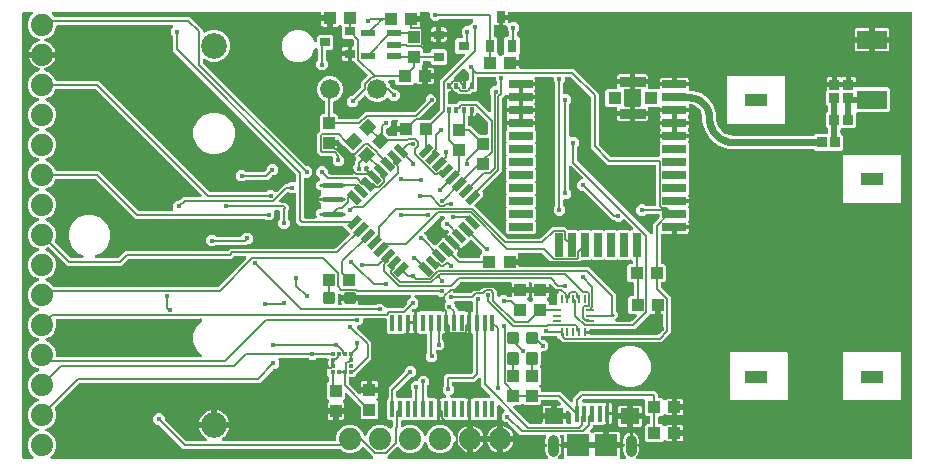
<source format=gbr>
G04 EAGLE Gerber RS-274X export*
G75*
%MOMM*%
%FSLAX34Y34*%
%LPD*%
%INTop Copper*%
%IPPOS*%
%AMOC8*
5,1,8,0,0,1.08239X$1,22.5*%
G01*
%ADD10R,1.100000X1.000000*%
%ADD11C,0.300000*%
%ADD12C,1.879600*%
%ADD13R,1.000000X1.100000*%
%ADD14R,1.270000X0.558800*%
%ADD15R,0.558800X1.270000*%
%ADD16R,0.280000X0.700000*%
%ADD17R,0.700000X0.280000*%
%ADD18C,0.450000*%
%ADD19C,0.254000*%
%ADD20R,2.000000X0.700000*%
%ADD21R,0.700000X2.000000*%
%ADD22R,0.850000X0.900000*%
%ADD23C,1.676400*%
%ADD24R,0.800000X1.000000*%
%ADD25R,1.950000X1.000000*%
%ADD26R,2.500000X1.600000*%
%ADD27R,0.900000X0.850000*%
%ADD28C,2.184400*%
%ADD29R,0.900000X0.800000*%
%ADD30R,0.350000X0.500000*%
%ADD31R,0.450000X0.350000*%
%ADD32R,0.350000X0.450000*%
%ADD33R,0.348000X1.397000*%
%ADD34R,0.400000X1.350000*%
%ADD35R,1.600000X1.400000*%
%ADD36R,1.900000X1.900000*%
%ADD37C,0.900000*%
%ADD38R,1.219200X0.508000*%
%ADD39R,2.200000X0.850000*%
%ADD40R,1.050000X1.000000*%
%ADD41C,0.152400*%
%ADD42C,0.450000*%
%ADD43C,0.508000*%
%ADD44C,0.609600*%

G36*
X513678Y3320D02*
X513678Y3320D01*
X513816Y3333D01*
X513835Y3340D01*
X513855Y3343D01*
X513984Y3394D01*
X514115Y3441D01*
X514132Y3452D01*
X514151Y3460D01*
X514263Y3541D01*
X514378Y3619D01*
X514392Y3635D01*
X514408Y3646D01*
X514497Y3754D01*
X514589Y3858D01*
X514598Y3876D01*
X514611Y3891D01*
X514670Y4017D01*
X514733Y4141D01*
X514738Y4161D01*
X514747Y4179D01*
X514773Y4316D01*
X514803Y4451D01*
X514802Y4472D01*
X514806Y4491D01*
X514798Y4630D01*
X514793Y4769D01*
X514788Y4789D01*
X514787Y4809D01*
X514744Y4941D01*
X514705Y5075D01*
X514695Y5092D01*
X514689Y5111D01*
X514614Y5229D01*
X514543Y5349D01*
X514525Y5370D01*
X514518Y5380D01*
X514503Y5394D01*
X514437Y5469D01*
X513751Y6156D01*
X513039Y7221D01*
X512549Y8404D01*
X512299Y9660D01*
X512299Y13531D01*
X512490Y13531D01*
X512608Y13546D01*
X512727Y13553D01*
X512765Y13565D01*
X512806Y13570D01*
X512916Y13614D01*
X513029Y13651D01*
X513064Y13673D01*
X513101Y13687D01*
X513197Y13757D01*
X513298Y13821D01*
X513326Y13851D01*
X513359Y13874D01*
X513435Y13966D01*
X513516Y14053D01*
X513536Y14088D01*
X513561Y14119D01*
X513612Y14227D01*
X513670Y14331D01*
X513680Y14370D01*
X513697Y14407D01*
X513719Y14524D01*
X513749Y14639D01*
X513753Y14699D01*
X513757Y14719D01*
X513757Y14720D01*
X513755Y14740D01*
X513759Y14800D01*
X513744Y14918D01*
X513737Y15037D01*
X513724Y15075D01*
X513719Y15116D01*
X513676Y15226D01*
X513639Y15340D01*
X513617Y15374D01*
X513602Y15411D01*
X513533Y15508D01*
X513469Y15608D01*
X513439Y15636D01*
X513416Y15669D01*
X513324Y15745D01*
X513237Y15826D01*
X513202Y15846D01*
X513171Y15872D01*
X513063Y15922D01*
X512959Y15980D01*
X512919Y15990D01*
X512883Y16007D01*
X512766Y16029D01*
X512651Y16059D01*
X512591Y16063D01*
X512571Y16067D01*
X512550Y16066D01*
X512490Y16069D01*
X512299Y16069D01*
X512299Y19940D01*
X512549Y21196D01*
X513039Y22379D01*
X513751Y23444D01*
X514656Y24349D01*
X515721Y25061D01*
X516904Y25551D01*
X517531Y25676D01*
X517531Y21110D01*
X517546Y20992D01*
X517553Y20873D01*
X517565Y20835D01*
X517570Y20794D01*
X517614Y20684D01*
X517651Y20571D01*
X517673Y20536D01*
X517687Y20499D01*
X517757Y20403D01*
X517821Y20302D01*
X517851Y20274D01*
X517874Y20241D01*
X517966Y20165D01*
X518053Y20084D01*
X518088Y20064D01*
X518119Y20039D01*
X518227Y19988D01*
X518331Y19930D01*
X518370Y19920D01*
X518407Y19903D01*
X518524Y19881D01*
X518639Y19851D01*
X518699Y19847D01*
X518719Y19843D01*
X518720Y19843D01*
X518740Y19845D01*
X518800Y19841D01*
X518918Y19856D01*
X519037Y19863D01*
X519075Y19876D01*
X519116Y19881D01*
X519226Y19924D01*
X519340Y19961D01*
X519374Y19983D01*
X519411Y19998D01*
X519508Y20067D01*
X519608Y20131D01*
X519636Y20161D01*
X519669Y20184D01*
X519745Y20276D01*
X519826Y20363D01*
X519846Y20398D01*
X519872Y20429D01*
X519922Y20537D01*
X519980Y20641D01*
X519990Y20681D01*
X520007Y20717D01*
X520029Y20834D01*
X520059Y20949D01*
X520063Y21009D01*
X520067Y21029D01*
X520066Y21050D01*
X520069Y21110D01*
X520069Y25676D01*
X520696Y25551D01*
X521879Y25061D01*
X522944Y24349D01*
X523849Y23444D01*
X524561Y22379D01*
X525051Y21196D01*
X525301Y19940D01*
X525301Y16069D01*
X525110Y16069D01*
X524992Y16054D01*
X524873Y16047D01*
X524835Y16035D01*
X524794Y16030D01*
X524684Y15986D01*
X524571Y15949D01*
X524536Y15927D01*
X524499Y15913D01*
X524403Y15843D01*
X524302Y15779D01*
X524274Y15749D01*
X524241Y15726D01*
X524165Y15634D01*
X524084Y15547D01*
X524064Y15512D01*
X524039Y15481D01*
X523988Y15373D01*
X523930Y15269D01*
X523920Y15230D01*
X523903Y15193D01*
X523881Y15076D01*
X523851Y14961D01*
X523847Y14901D01*
X523843Y14881D01*
X523843Y14880D01*
X523845Y14860D01*
X523841Y14800D01*
X523856Y14682D01*
X523863Y14563D01*
X523876Y14524D01*
X523881Y14484D01*
X523924Y14374D01*
X523961Y14260D01*
X523983Y14226D01*
X523998Y14189D01*
X524067Y14092D01*
X524131Y13992D01*
X524161Y13964D01*
X524184Y13931D01*
X524276Y13855D01*
X524363Y13774D01*
X524398Y13754D01*
X524429Y13728D01*
X524537Y13678D01*
X524641Y13620D01*
X524681Y13610D01*
X524717Y13593D01*
X524834Y13571D01*
X524949Y13541D01*
X525009Y13537D01*
X525029Y13533D01*
X525050Y13534D01*
X525110Y13531D01*
X525301Y13531D01*
X525301Y9660D01*
X525051Y8404D01*
X524561Y7221D01*
X523849Y6156D01*
X523163Y5469D01*
X523078Y5360D01*
X522989Y5253D01*
X522980Y5234D01*
X522968Y5218D01*
X522913Y5090D01*
X522853Y4965D01*
X522850Y4945D01*
X522842Y4926D01*
X522820Y4788D01*
X522794Y4652D01*
X522795Y4632D01*
X522792Y4612D01*
X522805Y4473D01*
X522813Y4335D01*
X522820Y4316D01*
X522822Y4296D01*
X522869Y4165D01*
X522911Y4033D01*
X522922Y4015D01*
X522929Y3996D01*
X523007Y3882D01*
X523082Y3764D01*
X523096Y3750D01*
X523108Y3733D01*
X523212Y3641D01*
X523313Y3546D01*
X523331Y3536D01*
X523346Y3523D01*
X523470Y3460D01*
X523592Y3392D01*
X523611Y3387D01*
X523629Y3378D01*
X523765Y3348D01*
X523900Y3313D01*
X523928Y3311D01*
X523940Y3308D01*
X523960Y3309D01*
X524060Y3303D01*
X755428Y3303D01*
X755546Y3318D01*
X755665Y3325D01*
X755703Y3338D01*
X755744Y3343D01*
X755854Y3386D01*
X755967Y3423D01*
X756002Y3445D01*
X756039Y3460D01*
X756135Y3529D01*
X756236Y3593D01*
X756264Y3623D01*
X756297Y3646D01*
X756373Y3738D01*
X756454Y3825D01*
X756474Y3860D01*
X756499Y3891D01*
X756550Y3999D01*
X756608Y4103D01*
X756618Y4143D01*
X756635Y4179D01*
X756657Y4296D01*
X756687Y4411D01*
X756691Y4471D01*
X756695Y4491D01*
X756693Y4512D01*
X756697Y4572D01*
X756697Y380428D01*
X756682Y380546D01*
X756675Y380665D01*
X756662Y380703D01*
X756657Y380744D01*
X756614Y380854D01*
X756577Y380967D01*
X756555Y381002D01*
X756540Y381039D01*
X756471Y381135D01*
X756407Y381236D01*
X756377Y381264D01*
X756354Y381297D01*
X756262Y381373D01*
X756175Y381454D01*
X756140Y381474D01*
X756109Y381499D01*
X756001Y381550D01*
X755897Y381608D01*
X755857Y381618D01*
X755821Y381635D01*
X755704Y381657D01*
X755589Y381687D01*
X755529Y381691D01*
X755509Y381695D01*
X755488Y381693D01*
X755428Y381697D01*
X415870Y381697D01*
X415752Y381682D01*
X415633Y381675D01*
X415595Y381662D01*
X415554Y381657D01*
X415444Y381614D01*
X415331Y381577D01*
X415296Y381555D01*
X415259Y381540D01*
X415163Y381471D01*
X415062Y381407D01*
X415034Y381377D01*
X415001Y381354D01*
X414925Y381262D01*
X414844Y381175D01*
X414824Y381140D01*
X414799Y381109D01*
X414748Y381001D01*
X414690Y380897D01*
X414680Y380857D01*
X414663Y380821D01*
X414641Y380704D01*
X414611Y380589D01*
X414607Y380529D01*
X414603Y380509D01*
X414605Y380488D01*
X414601Y380428D01*
X414601Y379199D01*
X409330Y379199D01*
X409212Y379184D01*
X409093Y379177D01*
X409055Y379164D01*
X409015Y379159D01*
X408904Y379116D01*
X408791Y379079D01*
X408757Y379057D01*
X408719Y379042D01*
X408623Y378973D01*
X408522Y378909D01*
X408494Y378879D01*
X408462Y378856D01*
X408386Y378764D01*
X408304Y378677D01*
X408285Y378642D01*
X408259Y378611D01*
X408208Y378503D01*
X408151Y378399D01*
X408141Y378359D01*
X408123Y378323D01*
X408101Y378206D01*
X408071Y378091D01*
X408067Y378031D01*
X408064Y378011D01*
X408065Y377990D01*
X408061Y377930D01*
X408061Y377739D01*
X407870Y377739D01*
X407752Y377724D01*
X407633Y377717D01*
X407595Y377704D01*
X407554Y377699D01*
X407444Y377655D01*
X407331Y377619D01*
X407296Y377597D01*
X407259Y377582D01*
X407162Y377512D01*
X407062Y377449D01*
X407034Y377419D01*
X407001Y377395D01*
X406925Y377304D01*
X406844Y377217D01*
X406824Y377182D01*
X406799Y377150D01*
X406748Y377043D01*
X406690Y376938D01*
X406680Y376899D01*
X406663Y376863D01*
X406641Y376746D01*
X406611Y376630D01*
X406607Y376570D01*
X406603Y376550D01*
X406604Y376545D01*
X406603Y376543D01*
X406604Y376526D01*
X406601Y376470D01*
X406601Y370199D01*
X404337Y370199D01*
X404001Y370289D01*
X403876Y370306D01*
X403752Y370330D01*
X403719Y370328D01*
X403685Y370333D01*
X403560Y370318D01*
X403435Y370310D01*
X403403Y370300D01*
X403370Y370296D01*
X403252Y370251D01*
X403133Y370212D01*
X403104Y370194D01*
X403073Y370182D01*
X402970Y370109D01*
X402864Y370042D01*
X402841Y370017D01*
X402813Y369998D01*
X402732Y369902D01*
X402646Y369810D01*
X402630Y369781D01*
X402608Y369755D01*
X402553Y369642D01*
X402492Y369532D01*
X402484Y369499D01*
X402469Y369469D01*
X402444Y369346D01*
X402413Y369224D01*
X402410Y369175D01*
X402406Y369157D01*
X402407Y369136D01*
X402403Y369063D01*
X402403Y362010D01*
X402418Y361892D01*
X402425Y361773D01*
X402438Y361735D01*
X402443Y361694D01*
X402486Y361584D01*
X402523Y361471D01*
X402545Y361436D01*
X402560Y361399D01*
X402629Y361303D01*
X402693Y361202D01*
X402723Y361174D01*
X402746Y361141D01*
X402838Y361065D01*
X402925Y360984D01*
X402960Y360964D01*
X402991Y360939D01*
X403099Y360888D01*
X403203Y360830D01*
X403243Y360820D01*
X403279Y360803D01*
X403396Y360781D01*
X403511Y360751D01*
X403571Y360747D01*
X403591Y360743D01*
X403612Y360745D01*
X403672Y360741D01*
X404152Y360741D01*
X405641Y359252D01*
X405641Y347078D01*
X405653Y346980D01*
X405656Y346881D01*
X405673Y346823D01*
X405681Y346763D01*
X405717Y346671D01*
X405745Y346575D01*
X405775Y346523D01*
X405798Y346467D01*
X405856Y346387D01*
X405906Y346301D01*
X405972Y346226D01*
X405984Y346210D01*
X405994Y346202D01*
X406012Y346181D01*
X407485Y344708D01*
X407583Y344632D01*
X407677Y344551D01*
X407708Y344535D01*
X407736Y344513D01*
X407850Y344464D01*
X407961Y344409D01*
X407995Y344401D01*
X408028Y344387D01*
X408151Y344368D01*
X408272Y344341D01*
X408307Y344343D01*
X408342Y344337D01*
X408466Y344349D01*
X408590Y344354D01*
X408623Y344364D01*
X408659Y344367D01*
X408775Y344409D01*
X408894Y344445D01*
X408925Y344463D01*
X408958Y344475D01*
X409060Y344544D01*
X409142Y344593D01*
X409160Y344604D01*
X409161Y344605D01*
X409167Y344608D01*
X409180Y344622D01*
X409199Y344639D01*
X409221Y344653D01*
X409238Y344673D01*
X409281Y344710D01*
X409771Y345201D01*
X410228Y345464D01*
X410619Y345569D01*
X410723Y345612D01*
X410829Y345646D01*
X410869Y345671D01*
X410913Y345689D01*
X411003Y345756D01*
X411098Y345816D01*
X411131Y345851D01*
X411168Y345879D01*
X411239Y345966D01*
X411316Y346048D01*
X411339Y346089D01*
X411369Y346126D01*
X411415Y346228D01*
X411470Y346326D01*
X411481Y346372D01*
X411501Y346415D01*
X411521Y346526D01*
X411549Y346634D01*
X411554Y346707D01*
X411557Y346728D01*
X411556Y346746D01*
X411559Y346795D01*
X411559Y359252D01*
X413048Y360741D01*
X414428Y360741D01*
X414546Y360756D01*
X414665Y360763D01*
X414703Y360776D01*
X414744Y360781D01*
X414854Y360824D01*
X414967Y360861D01*
X415002Y360883D01*
X415039Y360898D01*
X415135Y360967D01*
X415236Y361031D01*
X415264Y361061D01*
X415297Y361084D01*
X415373Y361176D01*
X415454Y361263D01*
X415474Y361298D01*
X415499Y361329D01*
X415550Y361437D01*
X415608Y361541D01*
X415618Y361581D01*
X415635Y361617D01*
X415657Y361734D01*
X415687Y361849D01*
X415691Y361909D01*
X415695Y361929D01*
X415693Y361950D01*
X415697Y362010D01*
X415697Y364002D01*
X415685Y364100D01*
X415682Y364199D01*
X415665Y364257D01*
X415657Y364317D01*
X415621Y364409D01*
X415593Y364505D01*
X415563Y364557D01*
X415540Y364613D01*
X415482Y364693D01*
X415432Y364779D01*
X415366Y364854D01*
X415354Y364870D01*
X415344Y364878D01*
X415326Y364899D01*
X414209Y366016D01*
X414209Y368930D01*
X414194Y369048D01*
X414187Y369167D01*
X414175Y369205D01*
X414169Y369246D01*
X414126Y369356D01*
X414089Y369469D01*
X414067Y369504D01*
X414052Y369541D01*
X413983Y369637D01*
X413919Y369738D01*
X413889Y369766D01*
X413866Y369799D01*
X413774Y369875D01*
X413687Y369956D01*
X413652Y369976D01*
X413621Y370001D01*
X413513Y370052D01*
X413409Y370110D01*
X413369Y370120D01*
X413333Y370137D01*
X413216Y370159D01*
X413101Y370189D01*
X413041Y370193D01*
X413021Y370197D01*
X413000Y370195D01*
X412940Y370199D01*
X410599Y370199D01*
X410599Y375201D01*
X414601Y375201D01*
X414601Y373440D01*
X414618Y373303D01*
X414631Y373164D01*
X414638Y373145D01*
X414641Y373125D01*
X414692Y372996D01*
X414739Y372864D01*
X414750Y372848D01*
X414758Y372829D01*
X414839Y372717D01*
X414917Y372601D01*
X414933Y372588D01*
X414944Y372572D01*
X415052Y372483D01*
X415156Y372391D01*
X415174Y372382D01*
X415189Y372369D01*
X415315Y372310D01*
X415439Y372246D01*
X415459Y372242D01*
X415477Y372233D01*
X415613Y372207D01*
X415749Y372177D01*
X415770Y372177D01*
X415789Y372173D01*
X415928Y372182D01*
X416067Y372186D01*
X416087Y372192D01*
X416107Y372193D01*
X416239Y372236D01*
X416373Y372275D01*
X416390Y372285D01*
X416409Y372291D01*
X416527Y372366D01*
X416647Y372436D01*
X416668Y372455D01*
X416678Y372461D01*
X416692Y372476D01*
X416767Y372543D01*
X417016Y372791D01*
X420984Y372791D01*
X423791Y369984D01*
X423791Y366016D01*
X422674Y364899D01*
X422614Y364821D01*
X422546Y364749D01*
X422517Y364696D01*
X422480Y364648D01*
X422440Y364557D01*
X422392Y364470D01*
X422377Y364412D01*
X422353Y364356D01*
X422338Y364258D01*
X422313Y364163D01*
X422307Y364063D01*
X422303Y364042D01*
X422305Y364030D01*
X422303Y364002D01*
X422303Y362010D01*
X422318Y361892D01*
X422325Y361773D01*
X422338Y361735D01*
X422343Y361694D01*
X422386Y361584D01*
X422423Y361471D01*
X422445Y361436D01*
X422460Y361399D01*
X422529Y361303D01*
X422593Y361202D01*
X422623Y361174D01*
X422646Y361141D01*
X422738Y361065D01*
X422825Y360984D01*
X422860Y360964D01*
X422891Y360939D01*
X422999Y360888D01*
X423013Y360880D01*
X424641Y359252D01*
X424641Y347148D01*
X423821Y346328D01*
X423753Y346240D01*
X423677Y346156D01*
X423655Y346114D01*
X423626Y346077D01*
X423582Y345974D01*
X423530Y345874D01*
X423519Y345828D01*
X423500Y345785D01*
X423482Y345674D01*
X423457Y345565D01*
X423458Y345518D01*
X423450Y345471D01*
X423461Y345359D01*
X423463Y345247D01*
X423476Y345201D01*
X423480Y345154D01*
X423518Y345049D01*
X423548Y344940D01*
X423580Y344875D01*
X423588Y344855D01*
X423598Y344840D01*
X423620Y344796D01*
X423864Y344372D01*
X424001Y343863D01*
X424001Y341099D01*
X417730Y341099D01*
X417612Y341084D01*
X417493Y341077D01*
X417455Y341064D01*
X417415Y341059D01*
X417304Y341016D01*
X417191Y340979D01*
X417157Y340957D01*
X417119Y340942D01*
X417023Y340873D01*
X416922Y340809D01*
X416894Y340779D01*
X416862Y340756D01*
X416786Y340664D01*
X416704Y340577D01*
X416685Y340542D01*
X416659Y340511D01*
X416608Y340403D01*
X416551Y340299D01*
X416541Y340259D01*
X416523Y340223D01*
X416501Y340106D01*
X416471Y339991D01*
X416467Y339931D01*
X416464Y339911D01*
X416465Y339890D01*
X416461Y339830D01*
X416461Y337370D01*
X416476Y337252D01*
X416483Y337133D01*
X416496Y337095D01*
X416501Y337054D01*
X416545Y336944D01*
X416581Y336831D01*
X416603Y336796D01*
X416618Y336759D01*
X416688Y336662D01*
X416751Y336562D01*
X416781Y336534D01*
X416805Y336501D01*
X416896Y336425D01*
X416983Y336344D01*
X417018Y336324D01*
X417050Y336299D01*
X417157Y336248D01*
X417262Y336190D01*
X417301Y336180D01*
X417337Y336163D01*
X417454Y336141D01*
X417570Y336111D01*
X417630Y336107D01*
X417650Y336103D01*
X417670Y336105D01*
X417730Y336101D01*
X424001Y336101D01*
X424001Y334834D01*
X424016Y334716D01*
X424023Y334597D01*
X424035Y334559D01*
X424041Y334518D01*
X424084Y334408D01*
X424121Y334295D01*
X424143Y334260D01*
X424158Y334223D01*
X424227Y334127D01*
X424291Y334026D01*
X424321Y333998D01*
X424344Y333965D01*
X424436Y333889D01*
X424523Y333808D01*
X424558Y333788D01*
X424589Y333763D01*
X424697Y333712D01*
X424801Y333654D01*
X424841Y333644D01*
X424877Y333627D01*
X424994Y333605D01*
X425109Y333575D01*
X425169Y333571D01*
X425189Y333567D01*
X425210Y333569D01*
X425270Y333565D01*
X470133Y333565D01*
X472440Y331259D01*
X472440Y331258D01*
X488996Y314702D01*
X491303Y312395D01*
X491303Y269894D01*
X491315Y269796D01*
X491318Y269697D01*
X491335Y269638D01*
X491343Y269578D01*
X491379Y269486D01*
X491407Y269391D01*
X491437Y269339D01*
X491460Y269283D01*
X491518Y269203D01*
X491568Y269117D01*
X491634Y269042D01*
X491646Y269025D01*
X491656Y269017D01*
X491674Y268996D01*
X501457Y259214D01*
X501535Y259153D01*
X501607Y259085D01*
X501660Y259056D01*
X501708Y259019D01*
X501799Y258980D01*
X501886Y258932D01*
X501944Y258917D01*
X502000Y258893D01*
X502098Y258877D01*
X502194Y258852D01*
X502294Y258846D01*
X502314Y258843D01*
X502326Y258844D01*
X502354Y258842D01*
X541800Y258842D01*
X541939Y258860D01*
X542077Y258873D01*
X542096Y258879D01*
X542116Y258882D01*
X542246Y258933D01*
X542376Y258980D01*
X542393Y258992D01*
X542412Y258999D01*
X542524Y259081D01*
X542639Y259159D01*
X542653Y259174D01*
X542669Y259186D01*
X542758Y259293D01*
X542850Y259397D01*
X542859Y259415D01*
X542872Y259431D01*
X542931Y259557D01*
X542994Y259681D01*
X542999Y259700D01*
X543007Y259719D01*
X543033Y259855D01*
X543064Y259991D01*
X543063Y260011D01*
X543067Y260031D01*
X543059Y260169D01*
X543054Y260309D01*
X543049Y260328D01*
X543047Y260348D01*
X543005Y260480D01*
X542966Y260614D01*
X542959Y260625D01*
X542959Y269852D01*
X543496Y270389D01*
X543565Y270478D01*
X543640Y270561D01*
X543662Y270603D01*
X543691Y270640D01*
X543735Y270743D01*
X543787Y270843D01*
X543798Y270889D01*
X543817Y270932D01*
X543835Y271043D01*
X543860Y271152D01*
X543859Y271199D01*
X543867Y271246D01*
X543856Y271358D01*
X543854Y271470D01*
X543841Y271516D01*
X543837Y271563D01*
X543799Y271668D01*
X543769Y271777D01*
X543737Y271842D01*
X543729Y271862D01*
X543719Y271877D01*
X543697Y271921D01*
X543636Y272028D01*
X543499Y272537D01*
X543499Y274551D01*
X555020Y274551D01*
X555138Y274566D01*
X555257Y274573D01*
X555295Y274585D01*
X555335Y274591D01*
X555446Y274634D01*
X555494Y274650D01*
X555512Y274640D01*
X555551Y274630D01*
X555587Y274613D01*
X555704Y274591D01*
X555820Y274561D01*
X555880Y274557D01*
X555900Y274553D01*
X555920Y274555D01*
X555980Y274551D01*
X567501Y274551D01*
X567501Y272537D01*
X567364Y272028D01*
X567303Y271921D01*
X567259Y271817D01*
X567208Y271717D01*
X567198Y271671D01*
X567179Y271628D01*
X567163Y271517D01*
X567138Y271407D01*
X567140Y271360D01*
X567133Y271313D01*
X567145Y271201D01*
X567148Y271089D01*
X567161Y271044D01*
X567166Y270997D01*
X567205Y270891D01*
X567236Y270784D01*
X567260Y270743D01*
X567277Y270699D01*
X567341Y270606D01*
X567398Y270510D01*
X567446Y270455D01*
X567458Y270437D01*
X567472Y270425D01*
X567504Y270389D01*
X568041Y269852D01*
X568041Y260748D01*
X567991Y260697D01*
X567918Y260603D01*
X567839Y260514D01*
X567820Y260478D01*
X567796Y260446D01*
X567748Y260337D01*
X567694Y260231D01*
X567685Y260191D01*
X567669Y260154D01*
X567651Y260037D01*
X567625Y259921D01*
X567626Y259880D01*
X567620Y259840D01*
X567631Y259721D01*
X567634Y259603D01*
X567646Y259564D01*
X567649Y259524D01*
X567690Y259412D01*
X567723Y259297D01*
X567743Y259262D01*
X567757Y259224D01*
X567824Y259126D01*
X567884Y259023D01*
X567924Y258978D01*
X567936Y258961D01*
X567951Y258948D01*
X567991Y258902D01*
X568041Y258852D01*
X568041Y249748D01*
X567991Y249697D01*
X567917Y249603D01*
X567839Y249514D01*
X567820Y249478D01*
X567796Y249446D01*
X567748Y249337D01*
X567694Y249231D01*
X567685Y249191D01*
X567669Y249154D01*
X567651Y249037D01*
X567625Y248921D01*
X567626Y248880D01*
X567620Y248840D01*
X567631Y248721D01*
X567634Y248603D01*
X567646Y248564D01*
X567649Y248524D01*
X567690Y248412D01*
X567723Y248297D01*
X567743Y248262D01*
X567757Y248224D01*
X567824Y248126D01*
X567884Y248023D01*
X567924Y247978D01*
X567936Y247961D01*
X567951Y247948D01*
X567991Y247902D01*
X568041Y247852D01*
X568041Y238748D01*
X567991Y238697D01*
X567918Y238603D01*
X567839Y238514D01*
X567820Y238478D01*
X567796Y238446D01*
X567748Y238337D01*
X567694Y238231D01*
X567685Y238191D01*
X567669Y238154D01*
X567651Y238037D01*
X567625Y237921D01*
X567626Y237880D01*
X567620Y237840D01*
X567631Y237721D01*
X567634Y237603D01*
X567646Y237564D01*
X567649Y237524D01*
X567690Y237412D01*
X567723Y237297D01*
X567743Y237262D01*
X567757Y237224D01*
X567824Y237126D01*
X567884Y237023D01*
X567924Y236978D01*
X567936Y236961D01*
X567951Y236948D01*
X567991Y236902D01*
X568041Y236852D01*
X568041Y227748D01*
X567504Y227211D01*
X567435Y227122D01*
X567360Y227039D01*
X567338Y226997D01*
X567309Y226960D01*
X567265Y226857D01*
X567213Y226757D01*
X567202Y226711D01*
X567183Y226668D01*
X567165Y226557D01*
X567140Y226448D01*
X567141Y226401D01*
X567133Y226354D01*
X567144Y226242D01*
X567146Y226130D01*
X567159Y226084D01*
X567163Y226037D01*
X567201Y225932D01*
X567231Y225823D01*
X567263Y225758D01*
X567271Y225738D01*
X567281Y225723D01*
X567303Y225679D01*
X567364Y225572D01*
X567501Y225063D01*
X567501Y223049D01*
X555980Y223049D01*
X555862Y223034D01*
X555743Y223027D01*
X555705Y223014D01*
X555665Y223009D01*
X555554Y222966D01*
X555441Y222929D01*
X555407Y222907D01*
X555369Y222892D01*
X555273Y222823D01*
X555172Y222759D01*
X555144Y222729D01*
X555112Y222706D01*
X555036Y222614D01*
X554954Y222527D01*
X554935Y222492D01*
X554909Y222461D01*
X554858Y222353D01*
X554801Y222249D01*
X554791Y222209D01*
X554773Y222173D01*
X554751Y222056D01*
X554721Y221941D01*
X554717Y221880D01*
X554714Y221861D01*
X554715Y221840D01*
X554711Y221780D01*
X554711Y220820D01*
X554726Y220702D01*
X554733Y220583D01*
X554746Y220545D01*
X554751Y220504D01*
X554795Y220394D01*
X554831Y220281D01*
X554853Y220246D01*
X554868Y220209D01*
X554938Y220112D01*
X555001Y220012D01*
X555031Y219984D01*
X555055Y219951D01*
X555146Y219875D01*
X555233Y219794D01*
X555268Y219774D01*
X555300Y219749D01*
X555407Y219698D01*
X555512Y219640D01*
X555551Y219630D01*
X555587Y219613D01*
X555704Y219591D01*
X555820Y219561D01*
X555880Y219557D01*
X555900Y219553D01*
X555920Y219555D01*
X555980Y219551D01*
X567501Y219551D01*
X567501Y217537D01*
X567364Y217028D01*
X567303Y216921D01*
X567259Y216817D01*
X567208Y216717D01*
X567198Y216671D01*
X567179Y216628D01*
X567163Y216517D01*
X567138Y216407D01*
X567140Y216360D01*
X567133Y216313D01*
X567145Y216201D01*
X567148Y216089D01*
X567161Y216044D01*
X567166Y215997D01*
X567205Y215891D01*
X567236Y215784D01*
X567260Y215743D01*
X567277Y215699D01*
X567341Y215606D01*
X567398Y215510D01*
X567446Y215455D01*
X567458Y215437D01*
X567472Y215425D01*
X567504Y215389D01*
X568041Y214852D01*
X568041Y205748D01*
X567504Y205211D01*
X567435Y205122D01*
X567360Y205039D01*
X567338Y204997D01*
X567309Y204960D01*
X567265Y204857D01*
X567213Y204757D01*
X567202Y204711D01*
X567183Y204668D01*
X567165Y204557D01*
X567140Y204448D01*
X567141Y204401D01*
X567133Y204354D01*
X567144Y204242D01*
X567146Y204130D01*
X567159Y204084D01*
X567163Y204037D01*
X567201Y203931D01*
X567231Y203823D01*
X567263Y203759D01*
X567271Y203738D01*
X567281Y203723D01*
X567303Y203679D01*
X567364Y203572D01*
X567501Y203063D01*
X567501Y201049D01*
X555980Y201049D01*
X555862Y201034D01*
X555743Y201027D01*
X555705Y201014D01*
X555665Y201009D01*
X555554Y200966D01*
X555441Y200929D01*
X555407Y200907D01*
X555369Y200892D01*
X555273Y200823D01*
X555172Y200759D01*
X555144Y200729D01*
X555112Y200706D01*
X555036Y200614D01*
X554954Y200527D01*
X554935Y200492D01*
X554909Y200461D01*
X554858Y200353D01*
X554801Y200249D01*
X554791Y200209D01*
X554773Y200173D01*
X554751Y200056D01*
X554745Y200054D01*
X554704Y200049D01*
X554594Y200005D01*
X554481Y199969D01*
X554446Y199947D01*
X554409Y199932D01*
X554312Y199862D01*
X554212Y199799D01*
X554184Y199769D01*
X554151Y199745D01*
X554075Y199654D01*
X553994Y199567D01*
X553974Y199532D01*
X553949Y199500D01*
X553898Y199393D01*
X553840Y199288D01*
X553830Y199249D01*
X553813Y199213D01*
X553791Y199096D01*
X553761Y198980D01*
X553757Y198920D01*
X553753Y198900D01*
X553755Y198880D01*
X553751Y198820D01*
X553751Y193799D01*
X545072Y193799D01*
X544954Y193784D01*
X544835Y193777D01*
X544797Y193764D01*
X544756Y193759D01*
X544646Y193716D01*
X544533Y193679D01*
X544498Y193657D01*
X544461Y193642D01*
X544365Y193573D01*
X544264Y193509D01*
X544236Y193479D01*
X544203Y193456D01*
X544127Y193364D01*
X544046Y193277D01*
X544026Y193242D01*
X544001Y193211D01*
X543950Y193103D01*
X543892Y192999D01*
X543882Y192959D01*
X543865Y192923D01*
X543843Y192806D01*
X543813Y192691D01*
X543809Y192631D01*
X543805Y192611D01*
X543807Y192590D01*
X543803Y192530D01*
X543803Y169110D01*
X543818Y168992D01*
X543825Y168873D01*
X543838Y168835D01*
X543843Y168794D01*
X543886Y168684D01*
X543923Y168571D01*
X543945Y168536D01*
X543960Y168499D01*
X544029Y168403D01*
X544093Y168302D01*
X544123Y168274D01*
X544146Y168241D01*
X544238Y168165D01*
X544325Y168084D01*
X544360Y168064D01*
X544391Y168039D01*
X544499Y167988D01*
X544603Y167930D01*
X544643Y167920D01*
X544679Y167903D01*
X544796Y167881D01*
X544911Y167851D01*
X544971Y167847D01*
X544991Y167843D01*
X545012Y167845D01*
X545072Y167841D01*
X547052Y167841D01*
X548541Y166352D01*
X548541Y154248D01*
X547052Y152759D01*
X545072Y152759D01*
X544954Y152744D01*
X544835Y152737D01*
X544797Y152724D01*
X544756Y152719D01*
X544646Y152676D01*
X544533Y152639D01*
X544498Y152617D01*
X544461Y152602D01*
X544365Y152533D01*
X544264Y152469D01*
X544236Y152439D01*
X544203Y152416D01*
X544127Y152324D01*
X544046Y152237D01*
X544026Y152202D01*
X544001Y152171D01*
X543950Y152063D01*
X543892Y151959D01*
X543882Y151919D01*
X543865Y151883D01*
X543843Y151766D01*
X543813Y151651D01*
X543809Y151591D01*
X543805Y151571D01*
X543807Y151550D01*
X543803Y151490D01*
X543803Y149339D01*
X543815Y149241D01*
X543818Y149142D01*
X543835Y149084D01*
X543843Y149024D01*
X543879Y148932D01*
X543907Y148836D01*
X543937Y148784D01*
X543960Y148728D01*
X544018Y148648D01*
X544068Y148563D01*
X544134Y148487D01*
X544146Y148471D01*
X544156Y148463D01*
X544174Y148442D01*
X552565Y140051D01*
X552565Y109867D01*
X544483Y101785D01*
X461299Y101785D01*
X458896Y104188D01*
X458818Y104248D01*
X458746Y104316D01*
X458693Y104345D01*
X458645Y104382D01*
X458554Y104422D01*
X458467Y104470D01*
X458409Y104485D01*
X458353Y104509D01*
X458255Y104524D01*
X458160Y104549D01*
X458059Y104555D01*
X458039Y104559D01*
X458027Y104557D01*
X457999Y104559D01*
X457448Y104559D01*
X455956Y106050D01*
X455944Y106146D01*
X455937Y106265D01*
X455924Y106303D01*
X455919Y106344D01*
X455876Y106454D01*
X455839Y106567D01*
X455817Y106602D01*
X455802Y106639D01*
X455733Y106735D01*
X455669Y106836D01*
X455639Y106864D01*
X455616Y106897D01*
X455524Y106973D01*
X455437Y107054D01*
X455402Y107074D01*
X455371Y107099D01*
X455263Y107150D01*
X455159Y107208D01*
X455119Y107218D01*
X455083Y107235D01*
X454966Y107257D01*
X454851Y107287D01*
X454791Y107291D01*
X454771Y107295D01*
X454750Y107293D01*
X454690Y107297D01*
X449860Y107297D01*
X449762Y107285D01*
X449663Y107282D01*
X449605Y107265D01*
X449545Y107257D01*
X449453Y107221D01*
X449357Y107193D01*
X449305Y107163D01*
X449249Y107140D01*
X449169Y107082D01*
X449083Y107032D01*
X449008Y106966D01*
X448992Y106954D01*
X448986Y106947D01*
X445016Y106947D01*
X444708Y107255D01*
X444598Y107341D01*
X444491Y107429D01*
X444472Y107438D01*
X444456Y107450D01*
X444328Y107506D01*
X444203Y107565D01*
X444183Y107569D01*
X444164Y107577D01*
X444026Y107599D01*
X443890Y107625D01*
X443870Y107623D01*
X443850Y107627D01*
X443711Y107613D01*
X443573Y107605D01*
X443554Y107599D01*
X443534Y107597D01*
X443403Y107550D01*
X443271Y107507D01*
X443253Y107496D01*
X443234Y107489D01*
X443120Y107411D01*
X443002Y107337D01*
X442988Y107322D01*
X442971Y107311D01*
X442879Y107207D01*
X442784Y107105D01*
X442774Y107087D01*
X442761Y107072D01*
X442698Y106948D01*
X442630Y106827D01*
X442625Y106807D01*
X442616Y106789D01*
X442586Y106653D01*
X442551Y106519D01*
X442549Y106491D01*
X442546Y106479D01*
X442547Y106458D01*
X442541Y106358D01*
X442541Y105656D01*
X442553Y105558D01*
X442556Y105459D01*
X442573Y105400D01*
X442581Y105340D01*
X442617Y105248D01*
X442645Y105153D01*
X442675Y105101D01*
X442698Y105045D01*
X442756Y104965D01*
X442806Y104879D01*
X442872Y104804D01*
X442884Y104787D01*
X442894Y104779D01*
X442912Y104758D01*
X443508Y104162D01*
X443587Y104102D01*
X443659Y104034D01*
X443712Y104005D01*
X443760Y103968D01*
X443851Y103928D01*
X443937Y103880D01*
X443996Y103865D01*
X444051Y103841D01*
X444149Y103826D01*
X444245Y103801D01*
X444345Y103795D01*
X444366Y103791D01*
X444378Y103793D01*
X444406Y103791D01*
X445984Y103791D01*
X448791Y100984D01*
X448791Y97016D01*
X445984Y94209D01*
X443810Y94209D01*
X443692Y94194D01*
X443573Y94187D01*
X443535Y94174D01*
X443494Y94169D01*
X443384Y94126D01*
X443271Y94089D01*
X443236Y94067D01*
X443199Y94052D01*
X443103Y93983D01*
X443002Y93919D01*
X442974Y93889D01*
X442941Y93866D01*
X442865Y93774D01*
X442784Y93687D01*
X442764Y93652D01*
X442739Y93621D01*
X442688Y93513D01*
X442630Y93409D01*
X442620Y93369D01*
X442603Y93333D01*
X442581Y93216D01*
X442551Y93101D01*
X442547Y93041D01*
X442543Y93021D01*
X442545Y93000D01*
X442541Y92940D01*
X442541Y83056D01*
X441936Y82452D01*
X441863Y82358D01*
X441785Y82269D01*
X441766Y82232D01*
X441741Y82201D01*
X441694Y82091D01*
X441640Y81985D01*
X441631Y81946D01*
X441615Y81909D01*
X441596Y81791D01*
X441570Y81675D01*
X441572Y81635D01*
X441565Y81595D01*
X441576Y81476D01*
X441580Y81357D01*
X441591Y81318D01*
X441595Y81278D01*
X441635Y81166D01*
X441668Y81052D01*
X441689Y81017D01*
X441703Y80979D01*
X441769Y80880D01*
X441830Y80778D01*
X441870Y80732D01*
X441881Y80716D01*
X441896Y80702D01*
X441936Y80657D01*
X442541Y80052D01*
X442541Y66948D01*
X441491Y65898D01*
X441418Y65803D01*
X441339Y65714D01*
X441320Y65678D01*
X441296Y65646D01*
X441248Y65537D01*
X441194Y65431D01*
X441185Y65392D01*
X441169Y65354D01*
X441151Y65237D01*
X441125Y65121D01*
X441126Y65080D01*
X441120Y65040D01*
X441131Y64922D01*
X441134Y64803D01*
X441146Y64764D01*
X441149Y64724D01*
X441190Y64611D01*
X441223Y64497D01*
X441243Y64463D01*
X441257Y64424D01*
X441324Y64326D01*
X441384Y64223D01*
X441424Y64178D01*
X441436Y64161D01*
X441451Y64148D01*
X441491Y64103D01*
X442541Y63052D01*
X442541Y61072D01*
X442556Y60954D01*
X442563Y60835D01*
X442576Y60797D01*
X442581Y60756D01*
X442624Y60646D01*
X442661Y60533D01*
X442683Y60498D01*
X442698Y60461D01*
X442767Y60365D01*
X442831Y60264D01*
X442861Y60236D01*
X442884Y60203D01*
X442976Y60127D01*
X443063Y60046D01*
X443098Y60026D01*
X443129Y60001D01*
X443237Y59950D01*
X443341Y59892D01*
X443381Y59882D01*
X443417Y59865D01*
X443534Y59843D01*
X443649Y59813D01*
X443709Y59809D01*
X443729Y59805D01*
X443750Y59807D01*
X443810Y59803D01*
X459218Y59803D01*
X467331Y51690D01*
X467440Y51605D01*
X467547Y51516D01*
X467566Y51508D01*
X467582Y51495D01*
X467710Y51440D01*
X467835Y51381D01*
X467855Y51377D01*
X467874Y51369D01*
X468012Y51347D01*
X468148Y51321D01*
X468168Y51322D01*
X468188Y51319D01*
X468327Y51332D01*
X468465Y51341D01*
X468484Y51347D01*
X468504Y51349D01*
X468636Y51396D01*
X468767Y51439D01*
X468785Y51450D01*
X468804Y51457D01*
X468919Y51535D01*
X469036Y51609D01*
X469050Y51624D01*
X469067Y51635D01*
X469159Y51739D01*
X469254Y51841D01*
X469264Y51858D01*
X469277Y51874D01*
X469341Y51998D01*
X469408Y52119D01*
X469413Y52139D01*
X469422Y52157D01*
X469452Y52293D01*
X469487Y52427D01*
X469489Y52455D01*
X469492Y52467D01*
X469491Y52488D01*
X469497Y52588D01*
X469497Y54168D01*
X475632Y60303D01*
X539368Y60303D01*
X541303Y58368D01*
X541303Y55810D01*
X541318Y55692D01*
X541325Y55573D01*
X541338Y55535D01*
X541343Y55494D01*
X541386Y55384D01*
X541423Y55271D01*
X541445Y55236D01*
X541460Y55199D01*
X541529Y55103D01*
X541593Y55002D01*
X541623Y54974D01*
X541646Y54941D01*
X541738Y54865D01*
X541825Y54784D01*
X541860Y54764D01*
X541891Y54739D01*
X541999Y54688D01*
X542103Y54630D01*
X542143Y54620D01*
X542179Y54603D01*
X542296Y54581D01*
X542411Y54551D01*
X542471Y54547D01*
X542491Y54543D01*
X542512Y54545D01*
X542572Y54541D01*
X545052Y54541D01*
X546485Y53108D01*
X546589Y53028D01*
X546641Y52984D01*
X546669Y52959D01*
X546672Y52957D01*
X546689Y52942D01*
X546714Y52930D01*
X546736Y52913D01*
X546857Y52861D01*
X546920Y52830D01*
X546952Y52814D01*
X546956Y52813D01*
X546976Y52804D01*
X547003Y52798D01*
X547028Y52787D01*
X547158Y52766D01*
X547222Y52753D01*
X547263Y52744D01*
X547266Y52744D01*
X547287Y52740D01*
X547315Y52742D01*
X547342Y52737D01*
X547473Y52750D01*
X547527Y52752D01*
X547581Y52754D01*
X547585Y52755D01*
X547605Y52756D01*
X547631Y52764D01*
X547659Y52767D01*
X547783Y52812D01*
X547819Y52823D01*
X547886Y52842D01*
X547891Y52846D01*
X547908Y52851D01*
X547932Y52865D01*
X547958Y52875D01*
X548067Y52949D01*
X548080Y52957D01*
X548160Y53004D01*
X548168Y53011D01*
X548179Y53018D01*
X548197Y53036D01*
X548199Y53039D01*
X548221Y53053D01*
X548238Y53073D01*
X548281Y53110D01*
X548771Y53601D01*
X549228Y53864D01*
X549737Y54001D01*
X553001Y54001D01*
X553001Y48230D01*
X553016Y48112D01*
X553023Y47993D01*
X553035Y47955D01*
X553041Y47915D01*
X553084Y47804D01*
X553121Y47691D01*
X553143Y47657D01*
X553158Y47619D01*
X553227Y47523D01*
X553291Y47422D01*
X553321Y47394D01*
X553344Y47362D01*
X553436Y47286D01*
X553523Y47204D01*
X553558Y47185D01*
X553589Y47159D01*
X553697Y47108D01*
X553801Y47051D01*
X553841Y47041D01*
X553877Y47023D01*
X553984Y47003D01*
X553954Y46999D01*
X553844Y46955D01*
X553731Y46919D01*
X553696Y46897D01*
X553659Y46882D01*
X553562Y46812D01*
X553462Y46749D01*
X553434Y46719D01*
X553401Y46695D01*
X553325Y46604D01*
X553244Y46517D01*
X553224Y46482D01*
X553199Y46450D01*
X553148Y46343D01*
X553090Y46238D01*
X553080Y46199D01*
X553063Y46163D01*
X553041Y46046D01*
X553011Y45930D01*
X553007Y45870D01*
X553003Y45850D01*
X553005Y45830D01*
X553001Y45770D01*
X553001Y39999D01*
X549737Y39999D01*
X549228Y40136D01*
X548771Y40399D01*
X548299Y40871D01*
X548298Y40873D01*
X548295Y40875D01*
X548281Y40890D01*
X548197Y40955D01*
X548195Y40956D01*
X548096Y41043D01*
X548072Y41056D01*
X548050Y41073D01*
X548035Y41080D01*
X548030Y41085D01*
X547954Y41117D01*
X547931Y41128D01*
X547813Y41188D01*
X547786Y41194D01*
X547761Y41205D01*
X547743Y41209D01*
X547738Y41211D01*
X547676Y41221D01*
X547632Y41229D01*
X547503Y41258D01*
X547475Y41257D01*
X547448Y41262D01*
X547428Y41260D01*
X547424Y41261D01*
X547376Y41256D01*
X547317Y41252D01*
X547185Y41248D01*
X547159Y41240D01*
X547131Y41238D01*
X547110Y41231D01*
X547107Y41231D01*
X547071Y41218D01*
X547006Y41196D01*
X546880Y41160D01*
X546856Y41146D01*
X546830Y41137D01*
X546811Y41124D01*
X546808Y41123D01*
X546778Y41103D01*
X546719Y41065D01*
X546606Y40998D01*
X546576Y40972D01*
X546563Y40964D01*
X546548Y40947D01*
X546547Y40946D01*
X546545Y40945D01*
X546543Y40943D01*
X546485Y40892D01*
X545052Y39459D01*
X543072Y39459D01*
X542954Y39444D01*
X542835Y39437D01*
X542797Y39424D01*
X542756Y39419D01*
X542646Y39376D01*
X542533Y39339D01*
X542498Y39317D01*
X542461Y39302D01*
X542365Y39233D01*
X542264Y39169D01*
X542236Y39139D01*
X542203Y39116D01*
X542127Y39024D01*
X542046Y38937D01*
X542026Y38902D01*
X542001Y38871D01*
X541950Y38763D01*
X541892Y38659D01*
X541882Y38619D01*
X541865Y38583D01*
X541843Y38466D01*
X541813Y38351D01*
X541809Y38291D01*
X541805Y38271D01*
X541807Y38250D01*
X541803Y38190D01*
X541803Y33810D01*
X541818Y33692D01*
X541825Y33573D01*
X541838Y33535D01*
X541843Y33494D01*
X541886Y33384D01*
X541923Y33271D01*
X541945Y33236D01*
X541960Y33199D01*
X542029Y33103D01*
X542093Y33002D01*
X542123Y32974D01*
X542146Y32941D01*
X542238Y32865D01*
X542325Y32784D01*
X542360Y32764D01*
X542391Y32739D01*
X542499Y32688D01*
X542603Y32630D01*
X542643Y32620D01*
X542679Y32603D01*
X542796Y32581D01*
X542911Y32551D01*
X542971Y32547D01*
X542991Y32543D01*
X543012Y32545D01*
X543072Y32541D01*
X545052Y32541D01*
X546485Y31108D01*
X546589Y31027D01*
X546641Y30984D01*
X546669Y30959D01*
X546672Y30957D01*
X546689Y30942D01*
X546714Y30930D01*
X546736Y30913D01*
X546857Y30861D01*
X546920Y30830D01*
X546952Y30814D01*
X546956Y30813D01*
X546976Y30804D01*
X547003Y30798D01*
X547028Y30787D01*
X547158Y30766D01*
X547222Y30753D01*
X547263Y30744D01*
X547266Y30744D01*
X547287Y30740D01*
X547315Y30742D01*
X547342Y30737D01*
X547473Y30750D01*
X547527Y30752D01*
X547581Y30754D01*
X547585Y30755D01*
X547605Y30756D01*
X547631Y30764D01*
X547659Y30767D01*
X547783Y30812D01*
X547819Y30823D01*
X547886Y30842D01*
X547891Y30846D01*
X547908Y30851D01*
X547932Y30865D01*
X547958Y30875D01*
X548067Y30949D01*
X548080Y30957D01*
X548160Y31004D01*
X548168Y31011D01*
X548179Y31018D01*
X548197Y31036D01*
X548199Y31039D01*
X548221Y31053D01*
X548238Y31073D01*
X548281Y31110D01*
X548771Y31601D01*
X549228Y31864D01*
X549737Y32001D01*
X553001Y32001D01*
X553001Y26230D01*
X553016Y26112D01*
X553023Y25993D01*
X553035Y25955D01*
X553041Y25915D01*
X553084Y25804D01*
X553121Y25691D01*
X553143Y25657D01*
X553158Y25619D01*
X553227Y25523D01*
X553291Y25422D01*
X553321Y25394D01*
X553344Y25362D01*
X553436Y25286D01*
X553523Y25204D01*
X553558Y25185D01*
X553589Y25159D01*
X553697Y25108D01*
X553801Y25051D01*
X553841Y25041D01*
X553877Y25023D01*
X553984Y25003D01*
X553954Y24999D01*
X553844Y24955D01*
X553731Y24919D01*
X553696Y24897D01*
X553659Y24882D01*
X553562Y24812D01*
X553462Y24749D01*
X553434Y24719D01*
X553401Y24695D01*
X553325Y24604D01*
X553244Y24517D01*
X553224Y24482D01*
X553199Y24450D01*
X553148Y24343D01*
X553090Y24238D01*
X553080Y24199D01*
X553063Y24163D01*
X553041Y24046D01*
X553011Y23930D01*
X553007Y23870D01*
X553003Y23850D01*
X553005Y23830D01*
X553001Y23770D01*
X553001Y17999D01*
X549737Y17999D01*
X549228Y18136D01*
X548771Y18399D01*
X548299Y18871D01*
X548298Y18873D01*
X548295Y18875D01*
X548281Y18890D01*
X548197Y18955D01*
X548195Y18956D01*
X548096Y19043D01*
X548072Y19056D01*
X548050Y19073D01*
X548035Y19080D01*
X548030Y19085D01*
X547954Y19117D01*
X547931Y19128D01*
X547813Y19188D01*
X547786Y19194D01*
X547761Y19205D01*
X547743Y19209D01*
X547738Y19211D01*
X547676Y19221D01*
X547632Y19229D01*
X547503Y19258D01*
X547475Y19257D01*
X547448Y19262D01*
X547428Y19260D01*
X547424Y19261D01*
X547376Y19256D01*
X547317Y19252D01*
X547185Y19248D01*
X547159Y19240D01*
X547131Y19238D01*
X547110Y19231D01*
X547107Y19231D01*
X547071Y19218D01*
X547006Y19196D01*
X546880Y19160D01*
X546856Y19146D01*
X546830Y19137D01*
X546811Y19124D01*
X546808Y19123D01*
X546778Y19103D01*
X546719Y19065D01*
X546606Y18998D01*
X546576Y18972D01*
X546563Y18964D01*
X546548Y18947D01*
X546547Y18946D01*
X546545Y18945D01*
X546543Y18943D01*
X546485Y18892D01*
X545052Y17459D01*
X531948Y17459D01*
X530459Y18948D01*
X530459Y31052D01*
X531948Y32541D01*
X533928Y32541D01*
X534046Y32556D01*
X534165Y32563D01*
X534203Y32576D01*
X534244Y32581D01*
X534354Y32624D01*
X534467Y32661D01*
X534502Y32683D01*
X534539Y32698D01*
X534635Y32767D01*
X534736Y32831D01*
X534764Y32861D01*
X534797Y32884D01*
X534873Y32976D01*
X534954Y33063D01*
X534974Y33098D01*
X534999Y33129D01*
X535050Y33237D01*
X535108Y33341D01*
X535118Y33381D01*
X535135Y33417D01*
X535157Y33534D01*
X535187Y33649D01*
X535191Y33709D01*
X535195Y33729D01*
X535193Y33750D01*
X535197Y33810D01*
X535197Y38190D01*
X535182Y38308D01*
X535175Y38427D01*
X535162Y38465D01*
X535157Y38506D01*
X535114Y38616D01*
X535077Y38729D01*
X535055Y38764D01*
X535040Y38801D01*
X534971Y38897D01*
X534907Y38998D01*
X534877Y39026D01*
X534854Y39059D01*
X534762Y39135D01*
X534675Y39216D01*
X534640Y39236D01*
X534609Y39261D01*
X534501Y39312D01*
X534397Y39370D01*
X534357Y39380D01*
X534321Y39397D01*
X534204Y39419D01*
X534089Y39449D01*
X534029Y39453D01*
X534009Y39457D01*
X533988Y39455D01*
X533928Y39459D01*
X531948Y39459D01*
X530459Y40948D01*
X530459Y52428D01*
X530444Y52546D01*
X530437Y52665D01*
X530424Y52703D01*
X530419Y52744D01*
X530376Y52854D01*
X530339Y52967D01*
X530317Y53002D01*
X530302Y53039D01*
X530233Y53135D01*
X530169Y53236D01*
X530139Y53264D01*
X530116Y53297D01*
X530024Y53373D01*
X529937Y53454D01*
X529902Y53474D01*
X529871Y53499D01*
X529763Y53550D01*
X529659Y53608D01*
X529619Y53618D01*
X529583Y53635D01*
X529466Y53657D01*
X529351Y53687D01*
X529291Y53691D01*
X529271Y53695D01*
X529250Y53693D01*
X529190Y53697D01*
X478894Y53697D01*
X478796Y53685D01*
X478697Y53682D01*
X478638Y53665D01*
X478578Y53657D01*
X478486Y53621D01*
X478391Y53593D01*
X478339Y53563D01*
X478283Y53540D01*
X478202Y53482D01*
X478117Y53432D01*
X478042Y53366D01*
X478025Y53354D01*
X478017Y53344D01*
X477996Y53326D01*
X477678Y53008D01*
X477593Y52898D01*
X477504Y52791D01*
X477496Y52772D01*
X477483Y52756D01*
X477428Y52628D01*
X477369Y52503D01*
X477365Y52483D01*
X477357Y52464D01*
X477335Y52327D01*
X477309Y52190D01*
X477310Y52170D01*
X477307Y52150D01*
X477320Y52012D01*
X477329Y51873D01*
X477335Y51854D01*
X477337Y51834D01*
X477384Y51703D01*
X477427Y51571D01*
X477438Y51553D01*
X477444Y51534D01*
X477523Y51419D01*
X477597Y51302D01*
X477612Y51288D01*
X477623Y51271D01*
X477727Y51179D01*
X477829Y51084D01*
X477846Y51074D01*
X477861Y51061D01*
X477985Y50998D01*
X478107Y50930D01*
X478127Y50925D01*
X478145Y50916D01*
X478280Y50886D01*
X478415Y50851D01*
X478443Y50849D01*
X478455Y50846D01*
X478476Y50847D01*
X478576Y50841D01*
X495352Y50841D01*
X495521Y50672D01*
X495599Y50612D01*
X495671Y50544D01*
X495724Y50515D01*
X495772Y50478D01*
X495863Y50438D01*
X495950Y50390D01*
X496008Y50375D01*
X496064Y50351D01*
X496162Y50336D01*
X496257Y50311D01*
X496358Y50305D01*
X496378Y50301D01*
X496390Y50303D01*
X496418Y50301D01*
X497531Y50301D01*
X497531Y41550D01*
X497531Y32799D01*
X496418Y32799D01*
X496320Y32787D01*
X496221Y32784D01*
X496163Y32767D01*
X496103Y32759D01*
X496011Y32723D01*
X495915Y32695D01*
X495863Y32665D01*
X495807Y32642D01*
X495727Y32584D01*
X495642Y32534D01*
X495566Y32468D01*
X495550Y32456D01*
X495542Y32446D01*
X495521Y32428D01*
X495352Y32259D01*
X487884Y32259D01*
X487766Y32244D01*
X487647Y32237D01*
X487609Y32224D01*
X487568Y32219D01*
X487458Y32176D01*
X487345Y32139D01*
X487310Y32117D01*
X487273Y32102D01*
X487177Y32033D01*
X487076Y31969D01*
X487048Y31939D01*
X487015Y31916D01*
X486939Y31824D01*
X486858Y31737D01*
X486838Y31702D01*
X486813Y31671D01*
X486762Y31563D01*
X486704Y31459D01*
X486694Y31419D01*
X486677Y31383D01*
X486655Y31266D01*
X486625Y31151D01*
X486621Y31091D01*
X486617Y31071D01*
X486619Y31050D01*
X486615Y30990D01*
X486615Y30599D01*
X484043Y28026D01*
X483965Y27927D01*
X483883Y27832D01*
X483868Y27802D01*
X483848Y27775D01*
X483798Y27660D01*
X483742Y27547D01*
X483735Y27514D01*
X483721Y27483D01*
X483702Y27359D01*
X483675Y27236D01*
X483677Y27203D01*
X483671Y27169D01*
X483683Y27044D01*
X483688Y26918D01*
X483698Y26886D01*
X483701Y26853D01*
X483744Y26734D01*
X483780Y26614D01*
X483797Y26585D01*
X483809Y26553D01*
X483880Y26449D01*
X483944Y26342D01*
X483968Y26318D01*
X483987Y26290D01*
X484082Y26207D01*
X484171Y26119D01*
X484212Y26092D01*
X484226Y26080D01*
X484245Y26070D01*
X484305Y26030D01*
X484528Y25901D01*
X484902Y25527D01*
X484997Y25454D01*
X485086Y25375D01*
X485122Y25357D01*
X485154Y25332D01*
X485263Y25285D01*
X485369Y25231D01*
X485408Y25222D01*
X485446Y25206D01*
X485563Y25187D01*
X485679Y25161D01*
X485720Y25162D01*
X485760Y25156D01*
X485878Y25167D01*
X485997Y25171D01*
X486036Y25182D01*
X486076Y25186D01*
X486188Y25226D01*
X486303Y25259D01*
X486338Y25280D01*
X486376Y25293D01*
X486474Y25360D01*
X486577Y25421D01*
X486622Y25460D01*
X486639Y25472D01*
X486652Y25487D01*
X486697Y25527D01*
X487071Y25901D01*
X487528Y26164D01*
X488037Y26301D01*
X495261Y26301D01*
X495261Y17339D01*
X475070Y17339D01*
X474952Y17324D01*
X474833Y17317D01*
X474795Y17304D01*
X474755Y17299D01*
X474644Y17255D01*
X474531Y17219D01*
X474496Y17197D01*
X474459Y17182D01*
X474363Y17112D01*
X474262Y17049D01*
X474234Y17019D01*
X474202Y16995D01*
X474126Y16904D01*
X474044Y16817D01*
X474025Y16782D01*
X473999Y16750D01*
X473948Y16643D01*
X473891Y16539D01*
X473880Y16499D01*
X473863Y16463D01*
X473841Y16346D01*
X473811Y16231D01*
X473807Y16170D01*
X473803Y16150D01*
X473805Y16130D01*
X473801Y16070D01*
X473801Y13530D01*
X473816Y13412D01*
X473823Y13293D01*
X473836Y13255D01*
X473841Y13215D01*
X473885Y13104D01*
X473921Y12991D01*
X473943Y12956D01*
X473958Y12919D01*
X474028Y12823D01*
X474091Y12722D01*
X474121Y12694D01*
X474145Y12661D01*
X474236Y12586D01*
X474323Y12504D01*
X474358Y12484D01*
X474390Y12459D01*
X474497Y12408D01*
X474601Y12350D01*
X474641Y12340D01*
X474677Y12323D01*
X474794Y12301D01*
X474909Y12271D01*
X474970Y12267D01*
X474990Y12263D01*
X475010Y12265D01*
X475070Y12261D01*
X496530Y12261D01*
X496648Y12276D01*
X496767Y12283D01*
X496805Y12296D01*
X496845Y12301D01*
X496956Y12344D01*
X497069Y12381D01*
X497104Y12403D01*
X497141Y12418D01*
X497237Y12488D01*
X497338Y12551D01*
X497366Y12581D01*
X497398Y12605D01*
X497474Y12696D01*
X497556Y12783D01*
X497575Y12818D01*
X497601Y12849D01*
X497652Y12957D01*
X497709Y13061D01*
X497720Y13101D01*
X497737Y13137D01*
X497759Y13254D01*
X497789Y13369D01*
X497793Y13430D01*
X497797Y13450D01*
X497795Y13470D01*
X497799Y13530D01*
X497799Y14801D01*
X497801Y14801D01*
X497801Y13530D01*
X497816Y13412D01*
X497823Y13293D01*
X497836Y13255D01*
X497841Y13215D01*
X497885Y13104D01*
X497921Y12991D01*
X497943Y12956D01*
X497958Y12919D01*
X498028Y12823D01*
X498091Y12722D01*
X498121Y12694D01*
X498145Y12661D01*
X498236Y12586D01*
X498323Y12504D01*
X498358Y12484D01*
X498390Y12459D01*
X498497Y12408D01*
X498601Y12350D01*
X498641Y12340D01*
X498677Y12323D01*
X498794Y12301D01*
X498909Y12271D01*
X498970Y12267D01*
X498990Y12263D01*
X499010Y12265D01*
X499070Y12261D01*
X509301Y12261D01*
X509301Y5037D01*
X509264Y4901D01*
X509247Y4776D01*
X509224Y4652D01*
X509226Y4619D01*
X509221Y4585D01*
X509236Y4460D01*
X509243Y4335D01*
X509254Y4303D01*
X509258Y4270D01*
X509303Y4152D01*
X509341Y4033D01*
X509359Y4004D01*
X509371Y3973D01*
X509444Y3870D01*
X509512Y3764D01*
X509536Y3741D01*
X509556Y3713D01*
X509651Y3632D01*
X509743Y3546D01*
X509773Y3530D01*
X509798Y3508D01*
X509911Y3453D01*
X510022Y3392D01*
X510054Y3384D01*
X510085Y3369D01*
X510208Y3344D01*
X510330Y3313D01*
X510378Y3310D01*
X510396Y3306D01*
X510418Y3307D01*
X510490Y3303D01*
X513540Y3303D01*
X513678Y3320D01*
G37*
G36*
X299364Y3320D02*
X299364Y3320D01*
X299502Y3333D01*
X299522Y3340D01*
X299542Y3343D01*
X299671Y3394D01*
X299802Y3441D01*
X299819Y3452D01*
X299837Y3460D01*
X299950Y3541D01*
X300065Y3619D01*
X300078Y3635D01*
X300095Y3646D01*
X300183Y3754D01*
X300275Y3858D01*
X300285Y3876D01*
X300297Y3891D01*
X300357Y4017D01*
X300420Y4141D01*
X300424Y4161D01*
X300433Y4179D01*
X300459Y4315D01*
X300490Y4451D01*
X300489Y4472D01*
X300493Y4491D01*
X300484Y4630D01*
X300480Y4769D01*
X300474Y4789D01*
X300473Y4809D01*
X300430Y4941D01*
X300392Y5075D01*
X300381Y5092D01*
X300375Y5111D01*
X300301Y5229D01*
X300230Y5349D01*
X300211Y5370D01*
X300205Y5380D01*
X300190Y5394D01*
X300124Y5469D01*
X292636Y12957D01*
X292542Y13030D01*
X292453Y13109D01*
X292417Y13127D01*
X292385Y13152D01*
X292275Y13199D01*
X292169Y13253D01*
X292130Y13262D01*
X292093Y13278D01*
X291975Y13297D01*
X291859Y13323D01*
X291819Y13322D01*
X291779Y13328D01*
X291660Y13317D01*
X291541Y13313D01*
X291502Y13302D01*
X291462Y13298D01*
X291350Y13258D01*
X291236Y13225D01*
X291201Y13205D01*
X291163Y13191D01*
X291064Y13124D01*
X290962Y13063D01*
X290917Y13024D01*
X290900Y13012D01*
X290886Y12997D01*
X290841Y12957D01*
X287763Y9879D01*
X283375Y8061D01*
X278625Y8061D01*
X274237Y9879D01*
X272791Y11326D01*
X272712Y11386D01*
X272640Y11454D01*
X272587Y11483D01*
X272539Y11520D01*
X272448Y11560D01*
X272362Y11608D01*
X272303Y11623D01*
X272247Y11647D01*
X272149Y11662D01*
X272054Y11687D01*
X271954Y11693D01*
X271933Y11697D01*
X271921Y11695D01*
X271893Y11697D01*
X139632Y11697D01*
X119492Y31838D01*
X119413Y31898D01*
X119341Y31966D01*
X119288Y31995D01*
X119240Y32032D01*
X119149Y32072D01*
X119063Y32120D01*
X119004Y32135D01*
X118949Y32159D01*
X118851Y32174D01*
X118755Y32199D01*
X118655Y32205D01*
X118634Y32209D01*
X118622Y32207D01*
X118594Y32209D01*
X117016Y32209D01*
X114209Y35016D01*
X114209Y38984D01*
X117016Y41791D01*
X120984Y41791D01*
X123791Y38984D01*
X123791Y37406D01*
X123803Y37308D01*
X123806Y37209D01*
X123823Y37150D01*
X123831Y37090D01*
X123867Y36998D01*
X123895Y36903D01*
X123925Y36851D01*
X123948Y36795D01*
X124006Y36715D01*
X124056Y36629D01*
X124122Y36554D01*
X124134Y36537D01*
X124144Y36529D01*
X124162Y36508D01*
X141996Y18674D01*
X142075Y18614D01*
X142147Y18546D01*
X142200Y18517D01*
X142248Y18480D01*
X142339Y18440D01*
X142425Y18392D01*
X142484Y18377D01*
X142539Y18353D01*
X142637Y18338D01*
X142733Y18313D01*
X142833Y18307D01*
X142854Y18303D01*
X142866Y18305D01*
X142894Y18303D01*
X158279Y18303D01*
X158358Y18313D01*
X158438Y18313D01*
X158515Y18333D01*
X158595Y18343D01*
X158669Y18372D01*
X158746Y18392D01*
X158816Y18430D01*
X158890Y18460D01*
X158955Y18506D01*
X159025Y18545D01*
X159083Y18599D01*
X159148Y18646D01*
X159199Y18708D01*
X159257Y18762D01*
X159299Y18830D01*
X159351Y18891D01*
X159384Y18963D01*
X159427Y19031D01*
X159452Y19107D01*
X159486Y19179D01*
X159501Y19257D01*
X159526Y19333D01*
X159531Y19413D01*
X159546Y19491D01*
X159541Y19571D01*
X159546Y19650D01*
X159531Y19729D01*
X159526Y19809D01*
X159502Y19885D01*
X159487Y19963D01*
X159453Y20035D01*
X159428Y20111D01*
X159385Y20179D01*
X159352Y20251D01*
X159301Y20312D01*
X159258Y20380D01*
X159200Y20435D01*
X159149Y20496D01*
X159027Y20597D01*
X159026Y20598D01*
X159025Y20599D01*
X157381Y21793D01*
X155943Y23231D01*
X154747Y24877D01*
X153824Y26689D01*
X153195Y28624D01*
X153118Y29111D01*
X164530Y29111D01*
X164648Y29126D01*
X164767Y29133D01*
X164805Y29146D01*
X164845Y29151D01*
X164956Y29194D01*
X165069Y29231D01*
X165103Y29253D01*
X165141Y29268D01*
X165237Y29338D01*
X165338Y29401D01*
X165366Y29431D01*
X165398Y29454D01*
X165474Y29546D01*
X165556Y29633D01*
X165575Y29668D01*
X165601Y29699D01*
X165652Y29807D01*
X165709Y29911D01*
X165720Y29951D01*
X165737Y29987D01*
X165759Y30104D01*
X165789Y30219D01*
X165793Y30280D01*
X165797Y30300D01*
X165795Y30320D01*
X165799Y30380D01*
X165799Y31651D01*
X165801Y31651D01*
X165801Y30380D01*
X165816Y30262D01*
X165823Y30143D01*
X165836Y30105D01*
X165841Y30064D01*
X165885Y29954D01*
X165921Y29841D01*
X165943Y29806D01*
X165958Y29769D01*
X166028Y29673D01*
X166091Y29572D01*
X166121Y29544D01*
X166145Y29511D01*
X166236Y29436D01*
X166323Y29354D01*
X166358Y29334D01*
X166390Y29309D01*
X166497Y29258D01*
X166602Y29200D01*
X166641Y29190D01*
X166677Y29173D01*
X166794Y29151D01*
X166909Y29121D01*
X166970Y29117D01*
X166990Y29113D01*
X167010Y29115D01*
X167070Y29111D01*
X178482Y29111D01*
X178405Y28624D01*
X177776Y26689D01*
X176853Y24877D01*
X175657Y23231D01*
X174219Y21793D01*
X172575Y20599D01*
X172517Y20544D01*
X172452Y20498D01*
X172401Y20436D01*
X172343Y20381D01*
X172300Y20314D01*
X172249Y20253D01*
X172215Y20180D01*
X172173Y20113D01*
X172148Y20037D01*
X172114Y19965D01*
X172099Y19886D01*
X172074Y19810D01*
X172069Y19731D01*
X172054Y19652D01*
X172059Y19573D01*
X172054Y19493D01*
X172069Y19415D01*
X172074Y19335D01*
X172099Y19259D01*
X172114Y19180D01*
X172147Y19108D01*
X172172Y19033D01*
X172215Y18965D01*
X172249Y18893D01*
X172299Y18831D01*
X172342Y18764D01*
X172400Y18709D01*
X172451Y18647D01*
X172516Y18601D01*
X172574Y18546D01*
X172644Y18507D01*
X172708Y18460D01*
X172782Y18431D01*
X172852Y18392D01*
X172930Y18372D01*
X173004Y18343D01*
X173083Y18333D01*
X173160Y18313D01*
X173318Y18303D01*
X173320Y18303D01*
X173321Y18303D01*
X267792Y18303D01*
X267910Y18318D01*
X268029Y18325D01*
X268067Y18338D01*
X268108Y18343D01*
X268218Y18386D01*
X268331Y18423D01*
X268366Y18445D01*
X268403Y18460D01*
X268499Y18529D01*
X268600Y18593D01*
X268628Y18623D01*
X268661Y18646D01*
X268737Y18738D01*
X268818Y18825D01*
X268838Y18860D01*
X268863Y18891D01*
X268914Y18999D01*
X268972Y19103D01*
X268982Y19143D01*
X268999Y19179D01*
X269021Y19296D01*
X269051Y19411D01*
X269055Y19471D01*
X269059Y19491D01*
X269057Y19512D01*
X269061Y19572D01*
X269061Y22375D01*
X270879Y26763D01*
X274237Y30121D01*
X278625Y31939D01*
X283375Y31939D01*
X287763Y30121D01*
X291121Y26763D01*
X292527Y23368D01*
X292596Y23247D01*
X292661Y23124D01*
X292675Y23109D01*
X292685Y23092D01*
X292782Y22992D01*
X292875Y22889D01*
X292892Y22878D01*
X292906Y22863D01*
X293024Y22791D01*
X293141Y22714D01*
X293160Y22708D01*
X293177Y22697D01*
X293310Y22656D01*
X293442Y22611D01*
X293462Y22609D01*
X293481Y22603D01*
X293620Y22597D01*
X293759Y22586D01*
X293779Y22589D01*
X293799Y22588D01*
X293935Y22616D01*
X294072Y22640D01*
X294091Y22648D01*
X294110Y22653D01*
X294235Y22714D01*
X294362Y22771D01*
X294378Y22783D01*
X294396Y22792D01*
X294502Y22883D01*
X294610Y22969D01*
X294623Y22985D01*
X294638Y22999D01*
X294718Y23112D01*
X294802Y23223D01*
X294814Y23249D01*
X294821Y23259D01*
X294828Y23278D01*
X294873Y23368D01*
X296279Y26763D01*
X299637Y30121D01*
X304025Y31939D01*
X308775Y31939D01*
X313163Y30121D01*
X314055Y29229D01*
X314164Y29145D01*
X314271Y29055D01*
X314290Y29047D01*
X314306Y29034D01*
X314433Y28979D01*
X314559Y28920D01*
X314579Y28916D01*
X314598Y28908D01*
X314736Y28886D01*
X314872Y28860D01*
X314892Y28861D01*
X314912Y28858D01*
X315051Y28871D01*
X315189Y28880D01*
X315208Y28886D01*
X315228Y28888D01*
X315360Y28935D01*
X315491Y28978D01*
X315509Y28989D01*
X315528Y28996D01*
X315643Y29074D01*
X315760Y29148D01*
X315774Y29163D01*
X315791Y29174D01*
X315883Y29278D01*
X315978Y29380D01*
X315988Y29398D01*
X316001Y29413D01*
X316064Y29536D01*
X316132Y29658D01*
X316137Y29678D01*
X316146Y29696D01*
X316176Y29831D01*
X316211Y29966D01*
X316213Y29994D01*
X316216Y30006D01*
X316215Y30027D01*
X316221Y30127D01*
X316221Y30569D01*
X316828Y31175D01*
X316888Y31254D01*
X316956Y31326D01*
X316985Y31379D01*
X317022Y31427D01*
X317062Y31517D01*
X317110Y31604D01*
X317125Y31663D01*
X317149Y31718D01*
X317164Y31816D01*
X317189Y31912D01*
X317195Y32012D01*
X317199Y32032D01*
X317197Y32045D01*
X317199Y32073D01*
X317199Y34645D01*
X317184Y34763D01*
X317177Y34882D01*
X317164Y34920D01*
X317159Y34961D01*
X317116Y35071D01*
X317079Y35184D01*
X317057Y35219D01*
X317042Y35256D01*
X316973Y35352D01*
X316909Y35453D01*
X316879Y35481D01*
X316856Y35514D01*
X316764Y35590D01*
X316677Y35671D01*
X316642Y35691D01*
X316611Y35716D01*
X316503Y35767D01*
X316399Y35825D01*
X316359Y35835D01*
X316323Y35852D01*
X316206Y35874D01*
X316091Y35904D01*
X316031Y35908D01*
X316011Y35912D01*
X315990Y35910D01*
X315930Y35914D01*
X313958Y35914D01*
X312469Y37403D01*
X312469Y53477D01*
X313075Y54084D01*
X313136Y54162D01*
X313204Y54234D01*
X313233Y54287D01*
X313270Y54335D01*
X313310Y54426D01*
X313358Y54513D01*
X313373Y54571D01*
X313397Y54627D01*
X313412Y54725D01*
X313437Y54820D01*
X313443Y54920D01*
X313447Y54941D01*
X313445Y54953D01*
X313447Y54981D01*
X313447Y63118D01*
X326838Y76508D01*
X326898Y76587D01*
X326966Y76659D01*
X326995Y76712D01*
X327032Y76760D01*
X327072Y76851D01*
X327120Y76937D01*
X327135Y76996D01*
X327159Y77051D01*
X327174Y77149D01*
X327199Y77245D01*
X327205Y77345D01*
X327209Y77366D01*
X327207Y77378D01*
X327209Y77406D01*
X327209Y78984D01*
X330016Y81791D01*
X333984Y81791D01*
X336791Y78984D01*
X336791Y75016D01*
X333984Y72209D01*
X332406Y72209D01*
X332308Y72197D01*
X332209Y72194D01*
X332150Y72177D01*
X332090Y72169D01*
X331998Y72133D01*
X331903Y72105D01*
X331851Y72075D01*
X331795Y72052D01*
X331715Y71994D01*
X331629Y71944D01*
X331554Y71878D01*
X331537Y71866D01*
X331529Y71856D01*
X331508Y71838D01*
X320424Y60754D01*
X320364Y60675D01*
X320296Y60603D01*
X320267Y60550D01*
X320230Y60502D01*
X320190Y60411D01*
X320142Y60325D01*
X320127Y60266D01*
X320103Y60211D01*
X320088Y60113D01*
X320063Y60017D01*
X320057Y59917D01*
X320053Y59896D01*
X320055Y59884D01*
X320053Y59856D01*
X320053Y56235D01*
X320068Y56117D01*
X320075Y55998D01*
X320088Y55960D01*
X320093Y55919D01*
X320136Y55809D01*
X320173Y55696D01*
X320195Y55661D01*
X320210Y55624D01*
X320279Y55528D01*
X320343Y55427D01*
X320373Y55399D01*
X320396Y55366D01*
X320488Y55290D01*
X320575Y55209D01*
X320610Y55189D01*
X320641Y55164D01*
X320749Y55113D01*
X320853Y55055D01*
X320893Y55045D01*
X320929Y55028D01*
X321046Y55006D01*
X321161Y54976D01*
X321221Y54972D01*
X321241Y54968D01*
X321262Y54970D01*
X321322Y54966D01*
X332428Y54966D01*
X332546Y54981D01*
X332665Y54988D01*
X332703Y55001D01*
X332744Y55006D01*
X332854Y55049D01*
X332967Y55086D01*
X333002Y55108D01*
X333039Y55123D01*
X333135Y55192D01*
X333236Y55256D01*
X333264Y55286D01*
X333297Y55309D01*
X333373Y55401D01*
X333454Y55488D01*
X333474Y55523D01*
X333499Y55554D01*
X333550Y55662D01*
X333608Y55766D01*
X333618Y55806D01*
X333635Y55842D01*
X333657Y55959D01*
X333687Y56074D01*
X333691Y56134D01*
X333695Y56154D01*
X333693Y56175D01*
X333697Y56235D01*
X333697Y60002D01*
X333685Y60100D01*
X333682Y60199D01*
X333665Y60257D01*
X333657Y60317D01*
X333621Y60409D01*
X333593Y60505D01*
X333563Y60557D01*
X333540Y60613D01*
X333482Y60693D01*
X333432Y60779D01*
X333366Y60854D01*
X333354Y60870D01*
X333344Y60878D01*
X333326Y60899D01*
X332209Y62016D01*
X332209Y65984D01*
X335016Y68791D01*
X336940Y68791D01*
X337058Y68806D01*
X337177Y68813D01*
X337215Y68826D01*
X337256Y68831D01*
X337366Y68874D01*
X337479Y68911D01*
X337514Y68933D01*
X337551Y68948D01*
X337647Y69017D01*
X337748Y69081D01*
X337776Y69111D01*
X337809Y69134D01*
X337885Y69226D01*
X337966Y69313D01*
X337986Y69348D01*
X338011Y69379D01*
X338062Y69487D01*
X338120Y69591D01*
X338130Y69631D01*
X338147Y69667D01*
X338169Y69784D01*
X338199Y69899D01*
X338203Y69959D01*
X338207Y69979D01*
X338205Y70000D01*
X338209Y70060D01*
X338209Y70984D01*
X341016Y73791D01*
X344984Y73791D01*
X347791Y70984D01*
X347791Y67016D01*
X346424Y65649D01*
X346364Y65571D01*
X346296Y65499D01*
X346267Y65446D01*
X346230Y65398D01*
X346190Y65307D01*
X346142Y65220D01*
X346127Y65162D01*
X346103Y65106D01*
X346088Y65008D01*
X346063Y64913D01*
X346057Y64813D01*
X346053Y64792D01*
X346055Y64780D01*
X346053Y64752D01*
X346053Y56235D01*
X346068Y56117D01*
X346075Y55998D01*
X346088Y55960D01*
X346093Y55919D01*
X346136Y55809D01*
X346173Y55696D01*
X346195Y55661D01*
X346210Y55624D01*
X346279Y55528D01*
X346343Y55427D01*
X346373Y55399D01*
X346396Y55366D01*
X346488Y55290D01*
X346575Y55209D01*
X346610Y55189D01*
X346641Y55164D01*
X346749Y55113D01*
X346853Y55055D01*
X346893Y55045D01*
X346929Y55028D01*
X347046Y55006D01*
X347161Y54976D01*
X347221Y54972D01*
X347241Y54968D01*
X347262Y54970D01*
X347322Y54966D01*
X352042Y54966D01*
X352310Y54698D01*
X352394Y54633D01*
X352472Y54561D01*
X352519Y54536D01*
X352562Y54503D01*
X352659Y54461D01*
X352752Y54411D01*
X352804Y54398D01*
X352853Y54377D01*
X352958Y54360D01*
X353060Y54335D01*
X353114Y54335D01*
X353167Y54327D01*
X353273Y54337D01*
X353378Y54338D01*
X353462Y54354D01*
X353484Y54357D01*
X353499Y54362D01*
X353536Y54369D01*
X353747Y54426D01*
X354481Y54426D01*
X354481Y45440D01*
X354481Y36454D01*
X353747Y36454D01*
X353536Y36511D01*
X353432Y36525D01*
X353328Y36548D01*
X353275Y36547D01*
X353221Y36554D01*
X353116Y36542D01*
X353011Y36538D01*
X352959Y36524D01*
X352905Y36517D01*
X352807Y36479D01*
X352705Y36450D01*
X352659Y36423D01*
X352608Y36403D01*
X352522Y36342D01*
X352431Y36289D01*
X352367Y36232D01*
X352349Y36219D01*
X352339Y36207D01*
X352310Y36182D01*
X352042Y35914D01*
X325074Y35914D01*
X324956Y35899D01*
X324837Y35892D01*
X324799Y35879D01*
X324758Y35874D01*
X324648Y35831D01*
X324535Y35794D01*
X324500Y35772D01*
X324463Y35757D01*
X324367Y35688D01*
X324266Y35624D01*
X324238Y35594D01*
X324205Y35571D01*
X324129Y35479D01*
X324048Y35392D01*
X324028Y35357D01*
X324003Y35326D01*
X323952Y35218D01*
X323894Y35114D01*
X323884Y35074D01*
X323867Y35038D01*
X323845Y34921D01*
X323815Y34806D01*
X323811Y34746D01*
X323807Y34726D01*
X323809Y34705D01*
X323805Y34645D01*
X323805Y31510D01*
X323811Y31461D01*
X323809Y31411D01*
X323831Y31304D01*
X323845Y31195D01*
X323863Y31149D01*
X323873Y31100D01*
X323921Y31001D01*
X323962Y30899D01*
X323991Y30859D01*
X324013Y30814D01*
X324084Y30731D01*
X324148Y30642D01*
X324187Y30610D01*
X324219Y30572D01*
X324309Y30509D01*
X324393Y30439D01*
X324438Y30418D01*
X324479Y30389D01*
X324582Y30350D01*
X324681Y30303D01*
X324730Y30294D01*
X324776Y30276D01*
X324886Y30264D01*
X324993Y30244D01*
X325043Y30247D01*
X325092Y30241D01*
X325201Y30256D01*
X325311Y30263D01*
X325358Y30279D01*
X325407Y30286D01*
X325560Y30338D01*
X329425Y31939D01*
X334175Y31939D01*
X338563Y30121D01*
X341921Y26763D01*
X343327Y23368D01*
X343396Y23247D01*
X343461Y23124D01*
X343475Y23109D01*
X343485Y23092D01*
X343582Y22992D01*
X343675Y22889D01*
X343692Y22878D01*
X343706Y22863D01*
X343824Y22791D01*
X343941Y22714D01*
X343960Y22708D01*
X343977Y22697D01*
X344110Y22656D01*
X344242Y22611D01*
X344262Y22609D01*
X344281Y22603D01*
X344420Y22597D01*
X344559Y22586D01*
X344579Y22589D01*
X344599Y22588D01*
X344735Y22616D01*
X344872Y22640D01*
X344891Y22648D01*
X344910Y22653D01*
X345035Y22714D01*
X345162Y22771D01*
X345178Y22783D01*
X345196Y22792D01*
X345302Y22883D01*
X345410Y22969D01*
X345423Y22985D01*
X345438Y22999D01*
X345518Y23112D01*
X345602Y23223D01*
X345614Y23249D01*
X345621Y23259D01*
X345628Y23278D01*
X345673Y23368D01*
X347079Y26763D01*
X350437Y30121D01*
X354825Y31939D01*
X359575Y31939D01*
X363963Y30121D01*
X367321Y26763D01*
X369082Y22513D01*
X369096Y22487D01*
X369106Y22458D01*
X369175Y22349D01*
X369239Y22236D01*
X369260Y22215D01*
X369276Y22190D01*
X369371Y22101D01*
X369460Y22008D01*
X369486Y21992D01*
X369508Y21972D01*
X369621Y21909D01*
X369732Y21842D01*
X369760Y21833D01*
X369786Y21818D01*
X369912Y21786D01*
X370036Y21748D01*
X370065Y21747D01*
X370094Y21739D01*
X370224Y21739D01*
X370353Y21733D01*
X370382Y21739D01*
X370412Y21739D01*
X370538Y21771D01*
X370665Y21797D01*
X370692Y21810D01*
X370720Y21818D01*
X370834Y21880D01*
X370950Y21937D01*
X370973Y21956D01*
X370999Y21971D01*
X371094Y22059D01*
X371192Y22143D01*
X371210Y22168D01*
X371231Y22188D01*
X371301Y22297D01*
X371375Y22403D01*
X371386Y22431D01*
X371402Y22456D01*
X371461Y22606D01*
X372036Y24376D01*
X372851Y25974D01*
X373906Y27426D01*
X375174Y28694D01*
X376626Y29749D01*
X378224Y30564D01*
X379931Y31118D01*
X380061Y31139D01*
X380061Y21270D01*
X380076Y21152D01*
X380083Y21033D01*
X380096Y20995D01*
X380101Y20955D01*
X380144Y20844D01*
X380181Y20731D01*
X380203Y20697D01*
X380218Y20659D01*
X380288Y20563D01*
X380351Y20462D01*
X380381Y20434D01*
X380404Y20402D01*
X380496Y20326D01*
X380583Y20244D01*
X380618Y20225D01*
X380649Y20199D01*
X380757Y20148D01*
X380861Y20091D01*
X380901Y20080D01*
X380937Y20063D01*
X381054Y20041D01*
X381169Y20011D01*
X381230Y20007D01*
X381250Y20003D01*
X381270Y20005D01*
X381330Y20001D01*
X382601Y20001D01*
X382601Y19999D01*
X381330Y19999D01*
X381212Y19984D01*
X381093Y19977D01*
X381055Y19964D01*
X381014Y19959D01*
X380904Y19915D01*
X380791Y19879D01*
X380756Y19857D01*
X380719Y19842D01*
X380623Y19772D01*
X380522Y19709D01*
X380494Y19679D01*
X380461Y19655D01*
X380386Y19564D01*
X380304Y19477D01*
X380284Y19442D01*
X380259Y19410D01*
X380208Y19303D01*
X380150Y19198D01*
X380140Y19159D01*
X380123Y19123D01*
X380101Y19006D01*
X380071Y18891D01*
X380067Y18830D01*
X380063Y18810D01*
X380065Y18790D01*
X380061Y18730D01*
X380061Y8861D01*
X379931Y8882D01*
X378224Y9436D01*
X376626Y10251D01*
X375174Y11306D01*
X373906Y12574D01*
X372851Y14026D01*
X372036Y15624D01*
X371461Y17394D01*
X371449Y17421D01*
X371442Y17450D01*
X371381Y17564D01*
X371326Y17682D01*
X371307Y17705D01*
X371293Y17731D01*
X371206Y17827D01*
X371123Y17927D01*
X371099Y17944D01*
X371079Y17966D01*
X370971Y18038D01*
X370866Y18114D01*
X370838Y18125D01*
X370813Y18141D01*
X370691Y18183D01*
X370570Y18231D01*
X370541Y18235D01*
X370513Y18244D01*
X370383Y18255D01*
X370255Y18271D01*
X370225Y18267D01*
X370196Y18270D01*
X370068Y18247D01*
X369939Y18231D01*
X369912Y18220D01*
X369882Y18215D01*
X369764Y18162D01*
X369644Y18114D01*
X369619Y18097D01*
X369592Y18085D01*
X369491Y18004D01*
X369386Y17928D01*
X369367Y17905D01*
X369344Y17886D01*
X369266Y17782D01*
X369183Y17683D01*
X369171Y17656D01*
X369153Y17632D01*
X369082Y17487D01*
X367321Y13237D01*
X363963Y9879D01*
X359575Y8061D01*
X354825Y8061D01*
X350437Y9879D01*
X347079Y13237D01*
X345673Y16632D01*
X345604Y16753D01*
X345539Y16876D01*
X345525Y16891D01*
X345515Y16908D01*
X345418Y17008D01*
X345325Y17111D01*
X345308Y17122D01*
X345294Y17137D01*
X345175Y17210D01*
X345059Y17286D01*
X345040Y17292D01*
X345023Y17303D01*
X344890Y17344D01*
X344758Y17389D01*
X344738Y17391D01*
X344719Y17397D01*
X344580Y17403D01*
X344441Y17414D01*
X344421Y17411D01*
X344401Y17412D01*
X344265Y17384D01*
X344128Y17360D01*
X344109Y17352D01*
X344090Y17347D01*
X343964Y17286D01*
X343838Y17229D01*
X343822Y17217D01*
X343804Y17208D01*
X343698Y17117D01*
X343590Y17031D01*
X343577Y17015D01*
X343562Y17001D01*
X343482Y16888D01*
X343398Y16777D01*
X343386Y16751D01*
X343379Y16741D01*
X343372Y16722D01*
X343327Y16632D01*
X341921Y13237D01*
X338563Y9879D01*
X334175Y8061D01*
X329425Y8061D01*
X325037Y9879D01*
X321959Y12957D01*
X321865Y13030D01*
X321776Y13109D01*
X321740Y13127D01*
X321708Y13152D01*
X321598Y13199D01*
X321492Y13253D01*
X321453Y13262D01*
X321416Y13278D01*
X321298Y13297D01*
X321182Y13323D01*
X321142Y13322D01*
X321102Y13328D01*
X320983Y13317D01*
X320864Y13313D01*
X320825Y13302D01*
X320785Y13298D01*
X320673Y13258D01*
X320559Y13225D01*
X320524Y13204D01*
X320486Y13191D01*
X320387Y13124D01*
X320285Y13063D01*
X320240Y13024D01*
X320223Y13012D01*
X320209Y12997D01*
X320164Y12957D01*
X312676Y5469D01*
X312591Y5360D01*
X312503Y5253D01*
X312494Y5234D01*
X312481Y5218D01*
X312426Y5090D01*
X312367Y4965D01*
X312363Y4945D01*
X312355Y4926D01*
X312333Y4788D01*
X312307Y4652D01*
X312308Y4632D01*
X312305Y4612D01*
X312318Y4473D01*
X312327Y4335D01*
X312333Y4316D01*
X312335Y4296D01*
X312382Y4164D01*
X312425Y4033D01*
X312436Y4015D01*
X312443Y3996D01*
X312521Y3881D01*
X312595Y3764D01*
X312610Y3750D01*
X312621Y3733D01*
X312725Y3641D01*
X312827Y3546D01*
X312845Y3536D01*
X312860Y3523D01*
X312984Y3459D01*
X313105Y3392D01*
X313125Y3387D01*
X313143Y3378D01*
X313279Y3348D01*
X313413Y3313D01*
X313441Y3311D01*
X313453Y3308D01*
X313474Y3309D01*
X313574Y3303D01*
X447540Y3303D01*
X447678Y3320D01*
X447816Y3333D01*
X447835Y3340D01*
X447855Y3343D01*
X447984Y3394D01*
X448115Y3441D01*
X448132Y3452D01*
X448151Y3460D01*
X448263Y3541D01*
X448378Y3619D01*
X448392Y3635D01*
X448408Y3646D01*
X448497Y3754D01*
X448589Y3858D01*
X448598Y3876D01*
X448611Y3891D01*
X448670Y4017D01*
X448733Y4141D01*
X448738Y4161D01*
X448747Y4179D01*
X448773Y4316D01*
X448803Y4451D01*
X448802Y4472D01*
X448806Y4491D01*
X448798Y4630D01*
X448793Y4769D01*
X448788Y4789D01*
X448787Y4809D01*
X448744Y4941D01*
X448705Y5075D01*
X448695Y5092D01*
X448689Y5111D01*
X448614Y5229D01*
X448543Y5349D01*
X448525Y5370D01*
X448518Y5380D01*
X448503Y5394D01*
X448437Y5469D01*
X447751Y6156D01*
X447039Y7221D01*
X446549Y8404D01*
X446299Y9660D01*
X446299Y13531D01*
X446490Y13531D01*
X446608Y13546D01*
X446727Y13553D01*
X446765Y13565D01*
X446806Y13570D01*
X446916Y13614D01*
X447029Y13651D01*
X447064Y13673D01*
X447101Y13687D01*
X447197Y13757D01*
X447298Y13821D01*
X447326Y13851D01*
X447359Y13874D01*
X447435Y13966D01*
X447516Y14053D01*
X447536Y14088D01*
X447561Y14119D01*
X447612Y14227D01*
X447670Y14331D01*
X447680Y14370D01*
X447697Y14407D01*
X447719Y14524D01*
X447749Y14639D01*
X447753Y14699D01*
X447757Y14719D01*
X447757Y14720D01*
X447755Y14740D01*
X447759Y14800D01*
X447744Y14918D01*
X447737Y15037D01*
X447724Y15075D01*
X447719Y15116D01*
X447676Y15226D01*
X447639Y15340D01*
X447617Y15374D01*
X447602Y15411D01*
X447533Y15508D01*
X447469Y15608D01*
X447439Y15636D01*
X447416Y15669D01*
X447324Y15745D01*
X447237Y15826D01*
X447202Y15846D01*
X447171Y15872D01*
X447063Y15922D01*
X446959Y15980D01*
X446919Y15990D01*
X446883Y16007D01*
X446766Y16029D01*
X446651Y16059D01*
X446591Y16063D01*
X446571Y16067D01*
X446550Y16066D01*
X446490Y16069D01*
X446299Y16069D01*
X446299Y19940D01*
X446549Y21196D01*
X446858Y21942D01*
X446871Y21990D01*
X446892Y22035D01*
X446913Y22143D01*
X446942Y22249D01*
X446943Y22299D01*
X446952Y22348D01*
X446945Y22457D01*
X446947Y22567D01*
X446936Y22615D01*
X446932Y22665D01*
X446899Y22769D01*
X446873Y22876D01*
X446850Y22920D01*
X446834Y22967D01*
X446776Y23060D01*
X446724Y23157D01*
X446691Y23194D01*
X446664Y23236D01*
X446584Y23311D01*
X446510Y23393D01*
X446469Y23420D01*
X446433Y23454D01*
X446337Y23507D01*
X446245Y23567D01*
X446198Y23584D01*
X446154Y23608D01*
X446048Y23635D01*
X445944Y23671D01*
X445894Y23675D01*
X445846Y23687D01*
X445686Y23697D01*
X424632Y23697D01*
X414492Y33838D01*
X414413Y33898D01*
X414341Y33966D01*
X414288Y33995D01*
X414240Y34032D01*
X414149Y34072D01*
X414063Y34120D01*
X414004Y34135D01*
X413949Y34159D01*
X413851Y34174D01*
X413755Y34199D01*
X413655Y34205D01*
X413634Y34209D01*
X413622Y34207D01*
X413594Y34209D01*
X412016Y34209D01*
X409209Y37016D01*
X409209Y40984D01*
X411380Y43155D01*
X411453Y43249D01*
X411531Y43338D01*
X411550Y43374D01*
X411575Y43406D01*
X411622Y43515D01*
X411676Y43621D01*
X411685Y43661D01*
X411701Y43698D01*
X411720Y43816D01*
X411746Y43932D01*
X411744Y43972D01*
X411751Y44012D01*
X411740Y44131D01*
X411736Y44249D01*
X411725Y44288D01*
X411721Y44329D01*
X411681Y44441D01*
X411648Y44555D01*
X411627Y44590D01*
X411613Y44628D01*
X411547Y44726D01*
X411486Y44829D01*
X411446Y44874D01*
X411435Y44891D01*
X411419Y44904D01*
X411380Y44950D01*
X407697Y48632D01*
X407616Y48695D01*
X407555Y48753D01*
X407524Y48769D01*
X407481Y48806D01*
X407462Y48814D01*
X407446Y48827D01*
X407326Y48879D01*
X407276Y48906D01*
X407256Y48911D01*
X407193Y48941D01*
X407173Y48945D01*
X407154Y48953D01*
X407016Y48975D01*
X406989Y48980D01*
X406968Y48986D01*
X406958Y48986D01*
X406880Y49001D01*
X406860Y49000D01*
X406840Y49003D01*
X406701Y48990D01*
X406563Y48981D01*
X406544Y48975D01*
X406524Y48973D01*
X406392Y48926D01*
X406261Y48883D01*
X406243Y48872D01*
X406224Y48865D01*
X406109Y48787D01*
X405992Y48713D01*
X405978Y48698D01*
X405961Y48687D01*
X405869Y48583D01*
X405774Y48481D01*
X405764Y48464D01*
X405751Y48448D01*
X405731Y48410D01*
X405729Y48407D01*
X405717Y48382D01*
X405687Y48325D01*
X405620Y48203D01*
X405615Y48183D01*
X405606Y48165D01*
X405598Y48131D01*
X405593Y48119D01*
X405577Y48036D01*
X405576Y48029D01*
X405541Y47895D01*
X405539Y47867D01*
X405536Y47855D01*
X405537Y47834D01*
X405536Y47823D01*
X405533Y47807D01*
X405534Y47791D01*
X405531Y47734D01*
X405531Y37403D01*
X404042Y35914D01*
X385458Y35914D01*
X385190Y36182D01*
X385106Y36247D01*
X385028Y36319D01*
X384981Y36344D01*
X384938Y36377D01*
X384841Y36419D01*
X384748Y36469D01*
X384696Y36482D01*
X384647Y36503D01*
X384542Y36520D01*
X384440Y36545D01*
X384386Y36545D01*
X384333Y36553D01*
X384227Y36543D01*
X384122Y36542D01*
X384038Y36526D01*
X384016Y36523D01*
X384001Y36518D01*
X383964Y36511D01*
X383753Y36454D01*
X383019Y36454D01*
X383019Y45440D01*
X383019Y54426D01*
X383753Y54426D01*
X383964Y54369D01*
X384068Y54355D01*
X384172Y54332D01*
X384225Y54333D01*
X384279Y54326D01*
X384384Y54338D01*
X384489Y54342D01*
X384541Y54356D01*
X384595Y54363D01*
X384693Y54401D01*
X384795Y54430D01*
X384841Y54457D01*
X384892Y54477D01*
X384978Y54538D01*
X385069Y54591D01*
X385133Y54648D01*
X385151Y54661D01*
X385161Y54673D01*
X385190Y54698D01*
X385458Y54966D01*
X398299Y54966D01*
X398437Y54983D01*
X398576Y54996D01*
X398595Y55003D01*
X398615Y55006D01*
X398744Y55057D01*
X398875Y55104D01*
X398892Y55115D01*
X398910Y55123D01*
X399023Y55204D01*
X399138Y55282D01*
X399151Y55298D01*
X399168Y55309D01*
X399256Y55417D01*
X399349Y55521D01*
X399358Y55539D01*
X399371Y55554D01*
X399430Y55680D01*
X399493Y55804D01*
X399498Y55824D01*
X399506Y55842D01*
X399532Y55978D01*
X399563Y56114D01*
X399562Y56135D01*
X399566Y56154D01*
X399557Y56293D01*
X399553Y56432D01*
X399547Y56452D01*
X399546Y56472D01*
X399503Y56604D01*
X399465Y56738D01*
X399454Y56755D01*
X399448Y56774D01*
X399374Y56892D01*
X399303Y57012D01*
X399285Y57033D01*
X399278Y57043D01*
X399263Y57057D01*
X399197Y57132D01*
X391447Y64882D01*
X391447Y70712D01*
X391430Y70850D01*
X391417Y70989D01*
X391410Y71008D01*
X391407Y71028D01*
X391356Y71157D01*
X391309Y71288D01*
X391298Y71305D01*
X391290Y71323D01*
X391209Y71436D01*
X391131Y71551D01*
X391115Y71564D01*
X391104Y71581D01*
X390996Y71670D01*
X390892Y71762D01*
X390874Y71771D01*
X390859Y71784D01*
X390733Y71843D01*
X390609Y71906D01*
X390589Y71911D01*
X390571Y71919D01*
X390435Y71945D01*
X390299Y71976D01*
X390278Y71975D01*
X390259Y71979D01*
X390120Y71970D01*
X389981Y71966D01*
X389961Y71960D01*
X389941Y71959D01*
X389809Y71916D01*
X389675Y71878D01*
X389658Y71867D01*
X389639Y71861D01*
X389521Y71787D01*
X389401Y71716D01*
X389380Y71698D01*
X389370Y71691D01*
X389356Y71676D01*
X389280Y71610D01*
X388674Y71004D01*
X386368Y68697D01*
X368572Y68697D01*
X368454Y68682D01*
X368335Y68675D01*
X368297Y68662D01*
X368256Y68657D01*
X368146Y68614D01*
X368033Y68577D01*
X367998Y68555D01*
X367961Y68540D01*
X367865Y68471D01*
X367764Y68407D01*
X367736Y68377D01*
X367703Y68354D01*
X367627Y68262D01*
X367546Y68175D01*
X367526Y68140D01*
X367501Y68109D01*
X367450Y68001D01*
X367392Y67897D01*
X367382Y67857D01*
X367365Y67821D01*
X367343Y67704D01*
X367313Y67589D01*
X367309Y67529D01*
X367305Y67509D01*
X367307Y67488D01*
X367303Y67428D01*
X367303Y65998D01*
X367315Y65900D01*
X367318Y65801D01*
X367335Y65743D01*
X367343Y65683D01*
X367379Y65591D01*
X367407Y65495D01*
X367437Y65443D01*
X367460Y65387D01*
X367518Y65307D01*
X367568Y65221D01*
X367634Y65146D01*
X367646Y65130D01*
X367656Y65122D01*
X367674Y65101D01*
X368791Y63984D01*
X368791Y60016D01*
X365908Y57132D01*
X365822Y57023D01*
X365734Y56916D01*
X365725Y56897D01*
X365713Y56881D01*
X365657Y56753D01*
X365598Y56628D01*
X365594Y56608D01*
X365586Y56589D01*
X365564Y56451D01*
X365538Y56315D01*
X365540Y56295D01*
X365536Y56275D01*
X365550Y56136D01*
X365558Y55998D01*
X365564Y55979D01*
X365566Y55959D01*
X365613Y55827D01*
X365656Y55696D01*
X365667Y55678D01*
X365674Y55659D01*
X365752Y55544D01*
X365826Y55427D01*
X365841Y55413D01*
X365852Y55396D01*
X365957Y55304D01*
X366058Y55209D01*
X366076Y55199D01*
X366091Y55186D01*
X366215Y55122D01*
X366336Y55055D01*
X366356Y55050D01*
X366374Y55041D01*
X366510Y55011D01*
X366644Y54976D01*
X366672Y54974D01*
X366684Y54971D01*
X366705Y54972D01*
X366805Y54966D01*
X378042Y54966D01*
X378310Y54698D01*
X378394Y54633D01*
X378472Y54561D01*
X378519Y54536D01*
X378562Y54503D01*
X378659Y54461D01*
X378752Y54411D01*
X378804Y54398D01*
X378853Y54377D01*
X378958Y54360D01*
X379060Y54335D01*
X379114Y54335D01*
X379167Y54327D01*
X379273Y54337D01*
X379378Y54338D01*
X379462Y54354D01*
X379484Y54357D01*
X379499Y54362D01*
X379536Y54369D01*
X379747Y54426D01*
X380481Y54426D01*
X380481Y45440D01*
X380481Y36454D01*
X379747Y36454D01*
X379536Y36511D01*
X379432Y36525D01*
X379328Y36548D01*
X379275Y36547D01*
X379221Y36554D01*
X379116Y36542D01*
X379011Y36538D01*
X378959Y36524D01*
X378905Y36517D01*
X378807Y36479D01*
X378705Y36450D01*
X378659Y36423D01*
X378608Y36403D01*
X378522Y36342D01*
X378431Y36289D01*
X378367Y36232D01*
X378349Y36219D01*
X378339Y36207D01*
X378310Y36182D01*
X378042Y35914D01*
X359458Y35914D01*
X359190Y36182D01*
X359106Y36247D01*
X359028Y36319D01*
X358981Y36344D01*
X358938Y36377D01*
X358841Y36419D01*
X358748Y36469D01*
X358696Y36482D01*
X358647Y36503D01*
X358542Y36520D01*
X358440Y36545D01*
X358386Y36545D01*
X358333Y36553D01*
X358227Y36543D01*
X358122Y36542D01*
X358038Y36526D01*
X358016Y36523D01*
X358001Y36518D01*
X357964Y36511D01*
X357753Y36454D01*
X357019Y36454D01*
X357019Y45440D01*
X357019Y54426D01*
X357753Y54426D01*
X357964Y54369D01*
X358068Y54355D01*
X358172Y54332D01*
X358225Y54333D01*
X358279Y54326D01*
X358384Y54338D01*
X358489Y54342D01*
X358541Y54356D01*
X358595Y54363D01*
X358693Y54401D01*
X358795Y54430D01*
X358841Y54457D01*
X358892Y54477D01*
X358978Y54538D01*
X359069Y54591D01*
X359133Y54648D01*
X359151Y54661D01*
X359161Y54673D01*
X359190Y54698D01*
X359458Y54966D01*
X361195Y54966D01*
X361332Y54983D01*
X361471Y54996D01*
X361490Y55003D01*
X361510Y55006D01*
X361639Y55057D01*
X361771Y55104D01*
X361787Y55115D01*
X361806Y55123D01*
X361919Y55204D01*
X362034Y55282D01*
X362047Y55298D01*
X362063Y55309D01*
X362152Y55417D01*
X362244Y55521D01*
X362253Y55539D01*
X362266Y55554D01*
X362326Y55680D01*
X362389Y55804D01*
X362393Y55824D01*
X362402Y55842D01*
X362428Y55978D01*
X362458Y56114D01*
X362458Y56135D01*
X362462Y56154D01*
X362453Y56293D01*
X362449Y56432D01*
X362443Y56452D01*
X362442Y56472D01*
X362399Y56604D01*
X362360Y56738D01*
X362350Y56755D01*
X362344Y56774D01*
X362269Y56892D01*
X362199Y57012D01*
X362180Y57033D01*
X362174Y57043D01*
X362159Y57057D01*
X362092Y57132D01*
X359209Y60016D01*
X359209Y63984D01*
X360326Y65101D01*
X360386Y65179D01*
X360454Y65251D01*
X360483Y65304D01*
X360520Y65352D01*
X360560Y65443D01*
X360608Y65530D01*
X360623Y65588D01*
X360647Y65644D01*
X360662Y65742D01*
X360687Y65837D01*
X360693Y65937D01*
X360697Y65958D01*
X360695Y65970D01*
X360697Y65998D01*
X360697Y73368D01*
X362632Y75303D01*
X383106Y75303D01*
X383204Y75315D01*
X383303Y75318D01*
X383362Y75335D01*
X383422Y75343D01*
X383514Y75379D01*
X383609Y75407D01*
X383661Y75437D01*
X383717Y75460D01*
X383797Y75518D01*
X383883Y75568D01*
X383958Y75634D01*
X383975Y75646D01*
X383983Y75656D01*
X384004Y75674D01*
X384576Y76246D01*
X384636Y76325D01*
X384704Y76397D01*
X384733Y76450D01*
X384770Y76498D01*
X384810Y76589D01*
X384858Y76675D01*
X384873Y76734D01*
X384897Y76789D01*
X384912Y76887D01*
X384937Y76983D01*
X384943Y77083D01*
X384947Y77104D01*
X384945Y77116D01*
X384947Y77144D01*
X384947Y108305D01*
X384932Y108423D01*
X384925Y108542D01*
X384912Y108580D01*
X384907Y108621D01*
X384864Y108731D01*
X384827Y108844D01*
X384805Y108879D01*
X384790Y108916D01*
X384721Y109012D01*
X384657Y109113D01*
X384627Y109141D01*
X384604Y109174D01*
X384512Y109250D01*
X384425Y109331D01*
X384390Y109351D01*
X384359Y109376D01*
X384251Y109427D01*
X384147Y109485D01*
X384107Y109495D01*
X384071Y109512D01*
X383954Y109534D01*
X383839Y109564D01*
X383779Y109568D01*
X383759Y109572D01*
X383738Y109570D01*
X383678Y109574D01*
X383019Y109574D01*
X383019Y118560D01*
X383019Y127546D01*
X383678Y127546D01*
X383796Y127561D01*
X383915Y127568D01*
X383953Y127581D01*
X383994Y127586D01*
X384104Y127629D01*
X384217Y127666D01*
X384252Y127688D01*
X384289Y127703D01*
X384385Y127772D01*
X384486Y127836D01*
X384514Y127866D01*
X384547Y127889D01*
X384623Y127981D01*
X384704Y128068D01*
X384724Y128103D01*
X384749Y128134D01*
X384800Y128242D01*
X384858Y128346D01*
X384868Y128386D01*
X384885Y128422D01*
X384907Y128539D01*
X384937Y128654D01*
X384941Y128714D01*
X384945Y128734D01*
X384943Y128755D01*
X384947Y128815D01*
X384947Y135428D01*
X384932Y135546D01*
X384925Y135665D01*
X384912Y135703D01*
X384907Y135744D01*
X384864Y135854D01*
X384827Y135967D01*
X384805Y136002D01*
X384790Y136039D01*
X384721Y136135D01*
X384657Y136236D01*
X384627Y136264D01*
X384604Y136297D01*
X384512Y136373D01*
X384425Y136454D01*
X384390Y136474D01*
X384359Y136499D01*
X384251Y136550D01*
X384147Y136608D01*
X384107Y136618D01*
X384071Y136635D01*
X383954Y136657D01*
X383839Y136687D01*
X383779Y136691D01*
X383759Y136695D01*
X383738Y136693D01*
X383678Y136697D01*
X370142Y136697D01*
X370004Y136680D01*
X369866Y136667D01*
X369847Y136660D01*
X369827Y136657D01*
X369697Y136606D01*
X369566Y136559D01*
X369550Y136548D01*
X369531Y136540D01*
X369419Y136459D01*
X369303Y136381D01*
X369290Y136365D01*
X369274Y136354D01*
X369185Y136246D01*
X369093Y136142D01*
X369084Y136124D01*
X369071Y136109D01*
X369011Y135983D01*
X368948Y135859D01*
X368944Y135839D01*
X368935Y135821D01*
X368909Y135684D01*
X368879Y135549D01*
X368879Y135528D01*
X368875Y135509D01*
X368884Y135370D01*
X368888Y135231D01*
X368894Y135211D01*
X368895Y135191D01*
X368938Y135059D01*
X368977Y134925D01*
X368987Y134908D01*
X368993Y134889D01*
X369067Y134771D01*
X369138Y134651D01*
X369157Y134630D01*
X369163Y134620D01*
X369178Y134606D01*
X369245Y134531D01*
X369791Y133984D01*
X369791Y132406D01*
X369803Y132308D01*
X369806Y132209D01*
X369823Y132150D01*
X369831Y132090D01*
X369867Y131998D01*
X369895Y131903D01*
X369925Y131851D01*
X369948Y131795D01*
X370006Y131715D01*
X370056Y131629D01*
X370122Y131554D01*
X370134Y131537D01*
X370144Y131529D01*
X370162Y131508D01*
X372053Y129618D01*
X372053Y129355D01*
X372068Y129237D01*
X372075Y129118D01*
X372088Y129080D01*
X372093Y129039D01*
X372136Y128929D01*
X372173Y128816D01*
X372195Y128781D01*
X372210Y128744D01*
X372279Y128648D01*
X372343Y128547D01*
X372373Y128519D01*
X372396Y128486D01*
X372488Y128410D01*
X372575Y128329D01*
X372610Y128309D01*
X372641Y128284D01*
X372749Y128233D01*
X372853Y128175D01*
X372893Y128165D01*
X372929Y128148D01*
X373046Y128126D01*
X373161Y128096D01*
X373221Y128092D01*
X373241Y128088D01*
X373262Y128090D01*
X373322Y128086D01*
X378042Y128086D01*
X378310Y127818D01*
X378394Y127753D01*
X378472Y127681D01*
X378519Y127656D01*
X378562Y127623D01*
X378659Y127581D01*
X378752Y127531D01*
X378804Y127518D01*
X378853Y127497D01*
X378958Y127480D01*
X379060Y127455D01*
X379114Y127455D01*
X379167Y127447D01*
X379273Y127457D01*
X379378Y127458D01*
X379462Y127474D01*
X379484Y127477D01*
X379499Y127482D01*
X379536Y127489D01*
X379747Y127546D01*
X380481Y127546D01*
X380481Y118560D01*
X380481Y109574D01*
X379747Y109574D01*
X379536Y109631D01*
X379432Y109645D01*
X379328Y109668D01*
X379275Y109667D01*
X379221Y109674D01*
X379116Y109662D01*
X379011Y109658D01*
X378959Y109644D01*
X378905Y109637D01*
X378807Y109599D01*
X378705Y109570D01*
X378659Y109543D01*
X378608Y109523D01*
X378522Y109462D01*
X378431Y109409D01*
X378367Y109352D01*
X378349Y109339D01*
X378339Y109327D01*
X378310Y109302D01*
X378042Y109034D01*
X365958Y109034D01*
X365690Y109302D01*
X365606Y109367D01*
X365528Y109439D01*
X365481Y109464D01*
X365438Y109497D01*
X365341Y109539D01*
X365248Y109589D01*
X365196Y109602D01*
X365147Y109623D01*
X365042Y109640D01*
X364940Y109665D01*
X364886Y109665D01*
X364833Y109673D01*
X364727Y109663D01*
X364622Y109662D01*
X364538Y109646D01*
X364516Y109643D01*
X364501Y109638D01*
X364464Y109631D01*
X364253Y109574D01*
X363519Y109574D01*
X363519Y118560D01*
X363504Y118678D01*
X363497Y118797D01*
X363485Y118835D01*
X363480Y118875D01*
X363436Y118986D01*
X363399Y119099D01*
X363377Y119133D01*
X363363Y119171D01*
X363293Y119267D01*
X363229Y119368D01*
X363199Y119396D01*
X363176Y119428D01*
X363084Y119504D01*
X362997Y119586D01*
X362962Y119605D01*
X362931Y119631D01*
X362823Y119682D01*
X362719Y119739D01*
X362680Y119749D01*
X362643Y119767D01*
X362526Y119789D01*
X362411Y119819D01*
X362351Y119823D01*
X362331Y119826D01*
X362330Y119826D01*
X362310Y119825D01*
X362250Y119829D01*
X362132Y119814D01*
X362013Y119807D01*
X361974Y119794D01*
X361934Y119789D01*
X361824Y119745D01*
X361710Y119709D01*
X361676Y119687D01*
X361639Y119672D01*
X361542Y119602D01*
X361442Y119538D01*
X361414Y119509D01*
X361381Y119485D01*
X361305Y119393D01*
X361224Y119307D01*
X361204Y119271D01*
X361178Y119240D01*
X361128Y119133D01*
X361070Y119028D01*
X361060Y118989D01*
X361043Y118953D01*
X361021Y118836D01*
X360991Y118720D01*
X360987Y118660D01*
X360983Y118640D01*
X360984Y118620D01*
X360981Y118560D01*
X360981Y109574D01*
X360322Y109574D01*
X360204Y109559D01*
X360085Y109552D01*
X360047Y109539D01*
X360006Y109534D01*
X359896Y109491D01*
X359783Y109454D01*
X359748Y109432D01*
X359711Y109417D01*
X359615Y109348D01*
X359514Y109284D01*
X359486Y109254D01*
X359453Y109231D01*
X359377Y109139D01*
X359296Y109052D01*
X359276Y109017D01*
X359251Y108986D01*
X359200Y108878D01*
X359142Y108774D01*
X359132Y108734D01*
X359115Y108698D01*
X359093Y108581D01*
X359063Y108466D01*
X359059Y108406D01*
X359055Y108386D01*
X359057Y108365D01*
X359053Y108305D01*
X359053Y104248D01*
X359065Y104150D01*
X359068Y104051D01*
X359085Y103993D01*
X359093Y103933D01*
X359129Y103841D01*
X359157Y103745D01*
X359187Y103693D01*
X359210Y103637D01*
X359268Y103557D01*
X359318Y103471D01*
X359384Y103396D01*
X359396Y103380D01*
X359406Y103372D01*
X359424Y103351D01*
X360791Y101984D01*
X360791Y98016D01*
X357984Y95209D01*
X354630Y95209D01*
X354492Y95192D01*
X354354Y95179D01*
X354335Y95172D01*
X354315Y95169D01*
X354185Y95118D01*
X354054Y95071D01*
X354038Y95060D01*
X354019Y95052D01*
X353907Y94971D01*
X353791Y94893D01*
X353778Y94877D01*
X353762Y94866D01*
X353673Y94758D01*
X353581Y94654D01*
X353572Y94636D01*
X353559Y94621D01*
X353499Y94495D01*
X353436Y94371D01*
X353432Y94351D01*
X353423Y94333D01*
X353397Y94196D01*
X353367Y94061D01*
X353367Y94040D01*
X353363Y94021D01*
X353372Y93882D01*
X353376Y93743D01*
X353382Y93723D01*
X353383Y93703D01*
X353426Y93571D01*
X353465Y93437D01*
X353475Y93420D01*
X353481Y93401D01*
X353556Y93283D01*
X353626Y93163D01*
X353645Y93142D01*
X353651Y93132D01*
X353666Y93118D01*
X353733Y93043D01*
X354791Y91984D01*
X354791Y88016D01*
X351984Y85209D01*
X348016Y85209D01*
X345209Y88016D01*
X345209Y91984D01*
X345576Y92351D01*
X345636Y92429D01*
X345704Y92501D01*
X345733Y92554D01*
X345770Y92602D01*
X345810Y92693D01*
X345858Y92780D01*
X345873Y92838D01*
X345897Y92894D01*
X345912Y92992D01*
X345937Y93087D01*
X345943Y93187D01*
X345947Y93208D01*
X345945Y93220D01*
X345947Y93248D01*
X345947Y107765D01*
X345932Y107883D01*
X345925Y108002D01*
X345912Y108040D01*
X345907Y108081D01*
X345864Y108191D01*
X345827Y108304D01*
X345805Y108339D01*
X345790Y108376D01*
X345721Y108472D01*
X345657Y108573D01*
X345627Y108601D01*
X345604Y108634D01*
X345512Y108710D01*
X345425Y108791D01*
X345390Y108811D01*
X345359Y108836D01*
X345251Y108887D01*
X345147Y108945D01*
X345107Y108955D01*
X345071Y108972D01*
X344954Y108994D01*
X344839Y109024D01*
X344779Y109028D01*
X344759Y109032D01*
X344738Y109030D01*
X344678Y109034D01*
X339958Y109034D01*
X339690Y109302D01*
X339606Y109367D01*
X339528Y109439D01*
X339481Y109464D01*
X339438Y109497D01*
X339341Y109539D01*
X339248Y109589D01*
X339196Y109602D01*
X339147Y109623D01*
X339042Y109640D01*
X338940Y109665D01*
X338886Y109665D01*
X338833Y109673D01*
X338727Y109663D01*
X338622Y109662D01*
X338538Y109646D01*
X338516Y109643D01*
X338501Y109638D01*
X338464Y109631D01*
X338253Y109574D01*
X337519Y109574D01*
X337519Y118560D01*
X337519Y127546D01*
X338253Y127546D01*
X338464Y127489D01*
X338568Y127475D01*
X338672Y127452D01*
X338725Y127453D01*
X338779Y127446D01*
X338884Y127458D01*
X338989Y127462D01*
X339041Y127476D01*
X339095Y127483D01*
X339193Y127521D01*
X339295Y127550D01*
X339341Y127577D01*
X339392Y127597D01*
X339478Y127658D01*
X339569Y127711D01*
X339633Y127768D01*
X339651Y127781D01*
X339661Y127793D01*
X339690Y127818D01*
X339958Y128086D01*
X358542Y128086D01*
X358810Y127818D01*
X358894Y127753D01*
X358973Y127681D01*
X359019Y127656D01*
X359062Y127623D01*
X359159Y127581D01*
X359253Y127530D01*
X359304Y127518D01*
X359353Y127497D01*
X359459Y127480D01*
X359562Y127455D01*
X359615Y127455D01*
X359667Y127447D01*
X359773Y127457D01*
X359880Y127458D01*
X359962Y127475D01*
X359984Y127477D01*
X359988Y127478D01*
X359989Y127478D01*
X360002Y127482D01*
X360037Y127490D01*
X360043Y127491D01*
X360165Y127541D01*
X360289Y127586D01*
X360312Y127601D01*
X360337Y127612D01*
X360443Y127690D01*
X360552Y127764D01*
X360570Y127785D01*
X360592Y127801D01*
X360675Y127904D01*
X360762Y128003D01*
X360775Y128027D01*
X360792Y128049D01*
X360847Y128169D01*
X360907Y128286D01*
X360913Y128313D01*
X360924Y128338D01*
X360948Y128468D01*
X360977Y128596D01*
X360976Y128624D01*
X360981Y128651D01*
X360971Y128782D01*
X360967Y128914D01*
X360959Y128941D01*
X360957Y128968D01*
X360915Y129093D01*
X360879Y129220D01*
X360865Y129243D01*
X360856Y129269D01*
X360784Y129380D01*
X360717Y129493D01*
X360691Y129523D01*
X360682Y129536D01*
X360666Y129551D01*
X360611Y129614D01*
X360209Y130016D01*
X360209Y133984D01*
X361827Y135603D01*
X361900Y135697D01*
X361979Y135786D01*
X361997Y135822D01*
X362022Y135854D01*
X362070Y135963D01*
X362124Y136069D01*
X362133Y136108D01*
X362149Y136146D01*
X362167Y136263D01*
X362193Y136379D01*
X362192Y136420D01*
X362199Y136460D01*
X362187Y136578D01*
X362184Y136697D01*
X362172Y136736D01*
X362169Y136776D01*
X362128Y136888D01*
X362095Y137003D01*
X362075Y137038D01*
X362061Y137076D01*
X361994Y137174D01*
X361934Y137277D01*
X361894Y137322D01*
X361883Y137339D01*
X361867Y137352D01*
X361827Y137398D01*
X361209Y138016D01*
X361209Y139440D01*
X361194Y139558D01*
X361187Y139677D01*
X361174Y139715D01*
X361169Y139756D01*
X361126Y139866D01*
X361089Y139979D01*
X361067Y140014D01*
X361052Y140051D01*
X360983Y140147D01*
X360919Y140248D01*
X360889Y140276D01*
X360866Y140309D01*
X360774Y140385D01*
X360687Y140466D01*
X360652Y140486D01*
X360621Y140511D01*
X360513Y140562D01*
X360409Y140620D01*
X360369Y140630D01*
X360333Y140647D01*
X360216Y140669D01*
X360101Y140699D01*
X360041Y140703D01*
X360021Y140707D01*
X360000Y140705D01*
X359940Y140709D01*
X356516Y140709D01*
X355399Y141826D01*
X355321Y141886D01*
X355249Y141954D01*
X355196Y141983D01*
X355148Y142020D01*
X355057Y142060D01*
X354970Y142108D01*
X354912Y142123D01*
X354856Y142147D01*
X354758Y142162D01*
X354663Y142187D01*
X354563Y142193D01*
X354542Y142197D01*
X354530Y142196D01*
X354502Y142197D01*
X336642Y142197D01*
X336505Y142180D01*
X336366Y142167D01*
X336347Y142160D01*
X336327Y142157D01*
X336198Y142106D01*
X336066Y142059D01*
X336050Y142048D01*
X336031Y142040D01*
X335918Y141959D01*
X335803Y141881D01*
X335790Y141865D01*
X335773Y141854D01*
X335685Y141746D01*
X335593Y141642D01*
X335584Y141624D01*
X335571Y141609D01*
X335511Y141483D01*
X335448Y141359D01*
X335444Y141339D01*
X335435Y141321D01*
X335409Y141184D01*
X335379Y141049D01*
X335379Y141028D01*
X335375Y141009D01*
X335384Y140870D01*
X335388Y140731D01*
X335394Y140711D01*
X335395Y140691D01*
X335438Y140559D01*
X335477Y140425D01*
X335487Y140408D01*
X335493Y140389D01*
X335568Y140271D01*
X335638Y140151D01*
X335657Y140130D01*
X335663Y140120D01*
X335678Y140106D01*
X335745Y140031D01*
X338791Y136984D01*
X338791Y133016D01*
X335984Y130209D01*
X334406Y130209D01*
X334308Y130197D01*
X334209Y130194D01*
X334151Y130177D01*
X334090Y130169D01*
X333998Y130133D01*
X333903Y130106D01*
X333851Y130075D01*
X333795Y130052D01*
X333715Y129994D01*
X333629Y129944D01*
X333554Y129878D01*
X333537Y129866D01*
X333529Y129856D01*
X333508Y129838D01*
X333383Y129713D01*
X333298Y129603D01*
X333209Y129496D01*
X333201Y129477D01*
X333188Y129461D01*
X333133Y129334D01*
X333074Y129208D01*
X333070Y129188D01*
X333062Y129170D01*
X333040Y129032D01*
X333014Y128895D01*
X333015Y128875D01*
X333012Y128855D01*
X333025Y128717D01*
X333034Y128578D01*
X333040Y128559D01*
X333042Y128539D01*
X333089Y128408D01*
X333132Y128276D01*
X333143Y128259D01*
X333149Y128239D01*
X333228Y128124D01*
X333302Y128007D01*
X333317Y127993D01*
X333328Y127976D01*
X333432Y127884D01*
X333534Y127789D01*
X333551Y127779D01*
X333566Y127766D01*
X333690Y127703D01*
X333812Y127635D01*
X333832Y127630D01*
X333850Y127621D01*
X333985Y127591D01*
X334120Y127556D01*
X334148Y127554D01*
X334160Y127551D01*
X334180Y127552D01*
X334281Y127546D01*
X334981Y127546D01*
X334981Y119829D01*
X329750Y119829D01*
X329632Y119814D01*
X329513Y119807D01*
X329475Y119795D01*
X329435Y119790D01*
X329324Y119746D01*
X329211Y119709D01*
X329177Y119687D01*
X329139Y119673D01*
X329043Y119603D01*
X328942Y119539D01*
X328942Y119538D01*
X328914Y119509D01*
X328882Y119486D01*
X328882Y119485D01*
X328881Y119485D01*
X328805Y119393D01*
X328724Y119307D01*
X328704Y119271D01*
X328678Y119240D01*
X328628Y119133D01*
X328570Y119028D01*
X328560Y118989D01*
X328543Y118953D01*
X328521Y118836D01*
X328491Y118720D01*
X328487Y118660D01*
X328483Y118640D01*
X328484Y118620D01*
X328481Y118560D01*
X328481Y109574D01*
X327747Y109574D01*
X327536Y109631D01*
X327432Y109645D01*
X327328Y109668D01*
X327275Y109667D01*
X327221Y109674D01*
X327116Y109662D01*
X327011Y109658D01*
X326959Y109644D01*
X326905Y109637D01*
X326807Y109599D01*
X326705Y109570D01*
X326659Y109543D01*
X326608Y109523D01*
X326522Y109462D01*
X326431Y109409D01*
X326367Y109352D01*
X326349Y109339D01*
X326339Y109327D01*
X326310Y109302D01*
X326042Y109034D01*
X313958Y109034D01*
X312469Y110523D01*
X312469Y120890D01*
X312454Y121008D01*
X312447Y121127D01*
X312434Y121165D01*
X312429Y121206D01*
X312386Y121316D01*
X312349Y121429D01*
X312327Y121464D01*
X312312Y121501D01*
X312243Y121597D01*
X312179Y121698D01*
X312149Y121726D01*
X312126Y121759D01*
X312034Y121835D01*
X311947Y121916D01*
X311912Y121936D01*
X311881Y121961D01*
X311773Y122012D01*
X311669Y122070D01*
X311629Y122080D01*
X311593Y122097D01*
X311476Y122119D01*
X311361Y122149D01*
X311301Y122153D01*
X311281Y122157D01*
X311260Y122155D01*
X311200Y122159D01*
X293060Y122159D01*
X292942Y122144D01*
X292823Y122137D01*
X292785Y122124D01*
X292744Y122119D01*
X292634Y122076D01*
X292521Y122039D01*
X292486Y122017D01*
X292449Y122002D01*
X292353Y121933D01*
X292252Y121869D01*
X292224Y121839D01*
X292191Y121816D01*
X292115Y121724D01*
X292034Y121637D01*
X292014Y121602D01*
X291989Y121571D01*
X291938Y121463D01*
X291880Y121359D01*
X291870Y121319D01*
X291853Y121283D01*
X291831Y121166D01*
X291801Y121051D01*
X291797Y120991D01*
X291793Y120971D01*
X291795Y120950D01*
X291791Y120890D01*
X291791Y119016D01*
X288984Y116209D01*
X287526Y116209D01*
X287388Y116192D01*
X287249Y116179D01*
X287230Y116172D01*
X287210Y116169D01*
X287081Y116118D01*
X286950Y116071D01*
X286933Y116060D01*
X286915Y116052D01*
X286802Y115971D01*
X286687Y115893D01*
X286674Y115877D01*
X286657Y115866D01*
X286569Y115758D01*
X286476Y115654D01*
X286467Y115636D01*
X286454Y115621D01*
X286395Y115495D01*
X286332Y115371D01*
X286327Y115351D01*
X286319Y115333D01*
X286293Y115197D01*
X286262Y115061D01*
X286263Y115040D01*
X286259Y115021D01*
X286268Y114882D01*
X286272Y114743D01*
X286278Y114723D01*
X286279Y114703D01*
X286322Y114570D01*
X286360Y114437D01*
X286371Y114420D01*
X286377Y114401D01*
X286451Y114283D01*
X286522Y114163D01*
X286540Y114142D01*
X286547Y114132D01*
X286562Y114118D01*
X286628Y114043D01*
X298965Y101706D01*
X298965Y87849D01*
X286562Y75446D01*
X286502Y75368D01*
X286434Y75296D01*
X286405Y75243D01*
X286368Y75195D01*
X286328Y75104D01*
X286280Y75017D01*
X286265Y74959D01*
X286241Y74903D01*
X286226Y74805D01*
X286201Y74710D01*
X286195Y74609D01*
X286191Y74589D01*
X286193Y74577D01*
X286191Y74549D01*
X286191Y73998D01*
X284702Y72509D01*
X280872Y72509D01*
X280754Y72494D01*
X280635Y72487D01*
X280597Y72474D01*
X280556Y72469D01*
X280446Y72426D01*
X280333Y72389D01*
X280298Y72367D01*
X280261Y72352D01*
X280165Y72283D01*
X280064Y72219D01*
X280036Y72189D01*
X280003Y72166D01*
X279927Y72074D01*
X279846Y71987D01*
X279826Y71952D01*
X279801Y71921D01*
X279750Y71813D01*
X279692Y71709D01*
X279682Y71669D01*
X279665Y71633D01*
X279643Y71516D01*
X279613Y71401D01*
X279609Y71341D01*
X279605Y71321D01*
X279607Y71300D01*
X279603Y71240D01*
X279603Y67594D01*
X279615Y67496D01*
X279618Y67397D01*
X279635Y67338D01*
X279643Y67278D01*
X279679Y67186D01*
X279707Y67091D01*
X279737Y67039D01*
X279760Y66983D01*
X279818Y66903D01*
X279868Y66817D01*
X279934Y66742D01*
X279946Y66725D01*
X279956Y66717D01*
X279974Y66696D01*
X288133Y58538D01*
X288242Y58453D01*
X288349Y58364D01*
X288368Y58356D01*
X288384Y58343D01*
X288512Y58288D01*
X288637Y58229D01*
X288657Y58225D01*
X288676Y58217D01*
X288814Y58195D01*
X288950Y58169D01*
X288970Y58170D01*
X288990Y58167D01*
X289129Y58180D01*
X289267Y58189D01*
X289286Y58195D01*
X289306Y58197D01*
X289438Y58244D01*
X289569Y58287D01*
X289587Y58298D01*
X289606Y58305D01*
X289721Y58383D01*
X289838Y58457D01*
X289852Y58472D01*
X289869Y58483D01*
X289961Y58587D01*
X290056Y58689D01*
X290066Y58706D01*
X290079Y58722D01*
X290143Y58846D01*
X290210Y58967D01*
X290215Y58987D01*
X290224Y59005D01*
X290254Y59141D01*
X290270Y59201D01*
X296070Y59201D01*
X296188Y59216D01*
X296307Y59223D01*
X296345Y59235D01*
X296385Y59241D01*
X296496Y59284D01*
X296609Y59321D01*
X296643Y59343D01*
X296681Y59358D01*
X296777Y59427D01*
X296878Y59491D01*
X296906Y59521D01*
X296938Y59544D01*
X297014Y59636D01*
X297096Y59723D01*
X297115Y59758D01*
X297141Y59789D01*
X297192Y59897D01*
X297249Y60001D01*
X297259Y60041D01*
X297277Y60077D01*
X297297Y60184D01*
X297301Y60154D01*
X297345Y60044D01*
X297381Y59931D01*
X297403Y59896D01*
X297418Y59859D01*
X297488Y59762D01*
X297551Y59662D01*
X297581Y59634D01*
X297605Y59601D01*
X297696Y59525D01*
X297783Y59444D01*
X297818Y59424D01*
X297850Y59399D01*
X297957Y59348D01*
X298062Y59290D01*
X298101Y59280D01*
X298137Y59263D01*
X298254Y59241D01*
X298370Y59211D01*
X298430Y59207D01*
X298450Y59203D01*
X298470Y59205D01*
X298530Y59201D01*
X304301Y59201D01*
X304301Y55937D01*
X304164Y55428D01*
X303901Y54971D01*
X303429Y54499D01*
X303427Y54498D01*
X303425Y54495D01*
X303410Y54481D01*
X303345Y54397D01*
X303344Y54395D01*
X303257Y54296D01*
X303244Y54272D01*
X303227Y54250D01*
X303220Y54235D01*
X303215Y54230D01*
X303183Y54154D01*
X303172Y54131D01*
X303112Y54013D01*
X303106Y53986D01*
X303095Y53961D01*
X303091Y53943D01*
X303089Y53938D01*
X303079Y53876D01*
X303071Y53832D01*
X303042Y53703D01*
X303043Y53675D01*
X303038Y53648D01*
X303040Y53628D01*
X303039Y53624D01*
X303044Y53576D01*
X303048Y53517D01*
X303052Y53385D01*
X303060Y53359D01*
X303062Y53331D01*
X303069Y53310D01*
X303069Y53307D01*
X303082Y53271D01*
X303104Y53206D01*
X303140Y53080D01*
X303154Y53056D01*
X303163Y53030D01*
X303176Y53011D01*
X303177Y53008D01*
X303197Y52978D01*
X303235Y52919D01*
X303302Y52806D01*
X303328Y52776D01*
X303336Y52763D01*
X303353Y52748D01*
X303354Y52747D01*
X303355Y52745D01*
X303357Y52743D01*
X303408Y52685D01*
X304841Y51252D01*
X304841Y38148D01*
X303352Y36659D01*
X291248Y36659D01*
X289759Y38148D01*
X289759Y47044D01*
X289747Y47142D01*
X289744Y47241D01*
X289727Y47300D01*
X289719Y47360D01*
X289683Y47452D01*
X289655Y47547D01*
X289625Y47599D01*
X289602Y47655D01*
X289544Y47735D01*
X289494Y47821D01*
X289428Y47896D01*
X289416Y47913D01*
X289406Y47921D01*
X289388Y47942D01*
X278507Y58822D01*
X278413Y58895D01*
X278401Y58907D01*
X278393Y58911D01*
X278291Y58996D01*
X278272Y59004D01*
X278256Y59017D01*
X278128Y59072D01*
X278003Y59131D01*
X277983Y59135D01*
X277964Y59143D01*
X277826Y59165D01*
X277690Y59191D01*
X277670Y59190D01*
X277650Y59193D01*
X277511Y59180D01*
X277373Y59171D01*
X277354Y59165D01*
X277334Y59163D01*
X277202Y59116D01*
X277071Y59073D01*
X277053Y59062D01*
X277034Y59055D01*
X276919Y58977D01*
X276802Y58903D01*
X276788Y58888D01*
X276771Y58877D01*
X276679Y58773D01*
X276584Y58671D01*
X276574Y58654D01*
X276561Y58638D01*
X276497Y58514D01*
X276430Y58393D01*
X276425Y58373D01*
X276416Y58355D01*
X276386Y58219D01*
X276351Y58085D01*
X276349Y58057D01*
X276346Y58045D01*
X276347Y58024D01*
X276341Y57924D01*
X276341Y54248D01*
X274908Y52815D01*
X274828Y52711D01*
X274784Y52659D01*
X274759Y52631D01*
X274757Y52628D01*
X274742Y52611D01*
X274730Y52586D01*
X274713Y52564D01*
X274661Y52443D01*
X274630Y52380D01*
X274614Y52348D01*
X274613Y52344D01*
X274604Y52324D01*
X274598Y52297D01*
X274587Y52272D01*
X274566Y52142D01*
X274553Y52078D01*
X274544Y52037D01*
X274544Y52034D01*
X274540Y52013D01*
X274542Y51985D01*
X274537Y51958D01*
X274550Y51827D01*
X274552Y51773D01*
X274554Y51719D01*
X274555Y51715D01*
X274556Y51695D01*
X274564Y51669D01*
X274567Y51641D01*
X274612Y51517D01*
X274623Y51481D01*
X274642Y51414D01*
X274646Y51409D01*
X274651Y51392D01*
X274665Y51368D01*
X274675Y51342D01*
X274749Y51233D01*
X274757Y51220D01*
X274804Y51140D01*
X274811Y51132D01*
X274818Y51121D01*
X274836Y51103D01*
X274839Y51101D01*
X274853Y51079D01*
X274873Y51062D01*
X274910Y51019D01*
X275401Y50529D01*
X275664Y50072D01*
X275801Y49563D01*
X275801Y46299D01*
X270030Y46299D01*
X269912Y46284D01*
X269793Y46277D01*
X269755Y46264D01*
X269715Y46259D01*
X269604Y46216D01*
X269491Y46179D01*
X269457Y46157D01*
X269419Y46142D01*
X269323Y46073D01*
X269222Y46009D01*
X269194Y45979D01*
X269162Y45956D01*
X269086Y45864D01*
X269004Y45777D01*
X268985Y45742D01*
X268959Y45711D01*
X268908Y45603D01*
X268851Y45499D01*
X268841Y45459D01*
X268823Y45423D01*
X268803Y45316D01*
X268799Y45346D01*
X268755Y45456D01*
X268719Y45569D01*
X268697Y45604D01*
X268682Y45641D01*
X268612Y45737D01*
X268549Y45838D01*
X268519Y45866D01*
X268495Y45899D01*
X268404Y45975D01*
X268317Y46056D01*
X268282Y46076D01*
X268250Y46101D01*
X268143Y46152D01*
X268038Y46210D01*
X267999Y46220D01*
X267963Y46237D01*
X267846Y46259D01*
X267730Y46289D01*
X267670Y46293D01*
X267650Y46297D01*
X267630Y46295D01*
X267570Y46299D01*
X261799Y46299D01*
X261799Y49563D01*
X261936Y50072D01*
X262199Y50529D01*
X262671Y51001D01*
X262673Y51002D01*
X262675Y51005D01*
X262690Y51019D01*
X262755Y51103D01*
X262756Y51105D01*
X262843Y51204D01*
X262856Y51228D01*
X262873Y51250D01*
X262880Y51265D01*
X262885Y51270D01*
X262917Y51346D01*
X262928Y51369D01*
X262988Y51487D01*
X262994Y51514D01*
X263005Y51539D01*
X263009Y51557D01*
X263011Y51562D01*
X263021Y51624D01*
X263029Y51668D01*
X263058Y51797D01*
X263057Y51825D01*
X263062Y51852D01*
X263060Y51872D01*
X263061Y51876D01*
X263056Y51924D01*
X263052Y51983D01*
X263048Y52115D01*
X263040Y52141D01*
X263038Y52169D01*
X263031Y52190D01*
X263031Y52193D01*
X263018Y52229D01*
X262996Y52294D01*
X262960Y52420D01*
X262946Y52444D01*
X262937Y52470D01*
X262924Y52489D01*
X262923Y52492D01*
X262903Y52522D01*
X262865Y52581D01*
X262798Y52694D01*
X262772Y52724D01*
X262764Y52737D01*
X262747Y52752D01*
X262746Y52753D01*
X262745Y52755D01*
X262743Y52757D01*
X262692Y52815D01*
X261259Y54248D01*
X261259Y67352D01*
X262526Y68619D01*
X262586Y68697D01*
X262654Y68769D01*
X262683Y68822D01*
X262720Y68870D01*
X262760Y68961D01*
X262808Y69048D01*
X262823Y69106D01*
X262847Y69162D01*
X262862Y69260D01*
X262887Y69355D01*
X262893Y69456D01*
X262897Y69476D01*
X262895Y69488D01*
X262897Y69516D01*
X262897Y71984D01*
X262885Y72082D01*
X262882Y72181D01*
X262865Y72239D01*
X262857Y72299D01*
X262821Y72391D01*
X262793Y72487D01*
X262763Y72539D01*
X262740Y72595D01*
X262682Y72675D01*
X262632Y72761D01*
X262566Y72836D01*
X262554Y72852D01*
X262544Y72860D01*
X262526Y72881D01*
X261409Y73998D01*
X261409Y79602D01*
X261578Y79771D01*
X261638Y79849D01*
X261706Y79921D01*
X261735Y79974D01*
X261772Y80022D01*
X261812Y80113D01*
X261860Y80200D01*
X261875Y80258D01*
X261899Y80314D01*
X261914Y80412D01*
X261939Y80507D01*
X261941Y80538D01*
X261949Y80538D01*
X262037Y80559D01*
X262127Y80570D01*
X262191Y80596D01*
X262258Y80612D01*
X262339Y80654D01*
X262423Y80687D01*
X262479Y80728D01*
X262540Y80760D01*
X262665Y80861D01*
X262666Y80861D01*
X262672Y80868D01*
X262680Y80874D01*
X262681Y80875D01*
X262776Y80990D01*
X262872Y81103D01*
X262877Y81112D01*
X262883Y81120D01*
X262947Y81254D01*
X263013Y81388D01*
X263015Y81398D01*
X263019Y81407D01*
X263047Y81552D01*
X263077Y81700D01*
X263077Y81710D01*
X263079Y81720D01*
X263069Y81869D01*
X263063Y82017D01*
X263060Y82027D01*
X263059Y82037D01*
X263013Y82179D01*
X262969Y82321D01*
X262964Y82330D01*
X262961Y82340D01*
X262881Y82466D01*
X262803Y82593D01*
X262796Y82600D01*
X262791Y82608D01*
X262682Y82710D01*
X262575Y82814D01*
X262566Y82819D01*
X262559Y82826D01*
X262429Y82898D01*
X262299Y82972D01*
X262289Y82975D01*
X262281Y82980D01*
X262137Y83017D01*
X261993Y83056D01*
X261982Y83057D01*
X261973Y83059D01*
X261949Y83061D01*
X261949Y83813D01*
X261992Y83971D01*
X262004Y84063D01*
X262026Y84153D01*
X262026Y84220D01*
X262035Y84286D01*
X262024Y84378D01*
X262023Y84471D01*
X262000Y84586D01*
X261998Y84602D01*
X261995Y84610D01*
X261992Y84629D01*
X261949Y84787D01*
X261949Y85547D01*
X261980Y85552D01*
X262128Y85570D01*
X262137Y85574D01*
X262147Y85576D01*
X262285Y85633D01*
X262423Y85687D01*
X262431Y85693D01*
X262441Y85697D01*
X262560Y85787D01*
X262681Y85874D01*
X262687Y85882D01*
X262695Y85888D01*
X262788Y86004D01*
X262883Y86119D01*
X262888Y86128D01*
X262894Y86136D01*
X262956Y86273D01*
X263019Y86407D01*
X263021Y86417D01*
X263025Y86426D01*
X263051Y86574D01*
X263079Y86719D01*
X263078Y86729D01*
X263080Y86739D01*
X263068Y86888D01*
X263059Y87037D01*
X263056Y87046D01*
X263055Y87056D01*
X263007Y87198D01*
X262961Y87339D01*
X262956Y87348D01*
X262952Y87357D01*
X262870Y87482D01*
X262791Y87608D01*
X262783Y87615D01*
X262778Y87623D01*
X262666Y87739D01*
X262665Y87739D01*
X262609Y87779D01*
X262559Y87826D01*
X262479Y87870D01*
X262405Y87922D01*
X262341Y87946D01*
X262280Y87980D01*
X262193Y88002D01*
X262108Y88034D01*
X262039Y88042D01*
X261972Y88059D01*
X261812Y88069D01*
X261625Y88069D01*
X261606Y88097D01*
X261514Y88173D01*
X261427Y88254D01*
X261392Y88274D01*
X261361Y88299D01*
X261253Y88350D01*
X261149Y88408D01*
X261109Y88418D01*
X261073Y88435D01*
X260956Y88457D01*
X260841Y88487D01*
X260781Y88491D01*
X260761Y88495D01*
X260740Y88493D01*
X260680Y88497D01*
X252998Y88497D01*
X252900Y88485D01*
X252801Y88482D01*
X252743Y88465D01*
X252683Y88457D01*
X252591Y88421D01*
X252495Y88393D01*
X252443Y88363D01*
X252387Y88340D01*
X252307Y88282D01*
X252221Y88232D01*
X252146Y88166D01*
X252130Y88154D01*
X252122Y88144D01*
X252101Y88126D01*
X250984Y87009D01*
X247016Y87009D01*
X245899Y88126D01*
X245821Y88186D01*
X245749Y88254D01*
X245696Y88283D01*
X245648Y88320D01*
X245557Y88360D01*
X245471Y88408D01*
X245412Y88423D01*
X245356Y88447D01*
X245258Y88462D01*
X245163Y88487D01*
X245063Y88493D01*
X245042Y88497D01*
X245030Y88495D01*
X245002Y88497D01*
X221342Y88497D01*
X221204Y88480D01*
X221066Y88467D01*
X221047Y88460D01*
X221027Y88457D01*
X220897Y88406D01*
X220766Y88359D01*
X220750Y88348D01*
X220731Y88340D01*
X220618Y88259D01*
X220503Y88181D01*
X220490Y88165D01*
X220474Y88154D01*
X220385Y88046D01*
X220293Y87942D01*
X220284Y87924D01*
X220271Y87909D01*
X220211Y87783D01*
X220148Y87659D01*
X220144Y87639D01*
X220135Y87621D01*
X220109Y87484D01*
X220079Y87349D01*
X220079Y87328D01*
X220075Y87309D01*
X220084Y87170D01*
X220088Y87031D01*
X220094Y87011D01*
X220095Y86991D01*
X220138Y86859D01*
X220177Y86725D01*
X220187Y86708D01*
X220193Y86689D01*
X220267Y86571D01*
X220338Y86451D01*
X220357Y86430D01*
X220363Y86420D01*
X220378Y86406D01*
X220445Y86331D01*
X220791Y85984D01*
X220791Y82016D01*
X217984Y79209D01*
X216406Y79209D01*
X216308Y79197D01*
X216209Y79194D01*
X216150Y79177D01*
X216090Y79169D01*
X215998Y79133D01*
X215903Y79105D01*
X215851Y79075D01*
X215795Y79052D01*
X215715Y78994D01*
X215629Y78944D01*
X215554Y78878D01*
X215537Y78866D01*
X215529Y78856D01*
X215508Y78838D01*
X204368Y67697D01*
X52494Y67697D01*
X52396Y67685D01*
X52297Y67682D01*
X52238Y67665D01*
X52178Y67657D01*
X52086Y67621D01*
X51991Y67593D01*
X51939Y67563D01*
X51883Y67540D01*
X51803Y67482D01*
X51717Y67432D01*
X51642Y67366D01*
X51625Y67354D01*
X51617Y67344D01*
X51596Y67326D01*
X31105Y46834D01*
X31087Y46811D01*
X31065Y46792D01*
X30990Y46686D01*
X30910Y46583D01*
X30899Y46556D01*
X30882Y46532D01*
X30836Y46411D01*
X30784Y46291D01*
X30779Y46262D01*
X30769Y46235D01*
X30754Y46106D01*
X30734Y45977D01*
X30737Y45948D01*
X30734Y45919D01*
X30752Y45790D01*
X30764Y45661D01*
X30774Y45633D01*
X30778Y45604D01*
X30830Y45451D01*
X31939Y42775D01*
X31939Y38025D01*
X30121Y33637D01*
X26763Y30279D01*
X23368Y28873D01*
X23247Y28804D01*
X23124Y28739D01*
X23109Y28725D01*
X23092Y28715D01*
X22992Y28618D01*
X22889Y28525D01*
X22878Y28508D01*
X22863Y28494D01*
X22790Y28375D01*
X22714Y28259D01*
X22708Y28240D01*
X22697Y28223D01*
X22656Y28090D01*
X22611Y27958D01*
X22609Y27938D01*
X22603Y27919D01*
X22597Y27780D01*
X22586Y27641D01*
X22589Y27621D01*
X22588Y27601D01*
X22616Y27465D01*
X22640Y27328D01*
X22648Y27309D01*
X22653Y27290D01*
X22714Y27164D01*
X22771Y27038D01*
X22783Y27022D01*
X22792Y27004D01*
X22883Y26898D01*
X22969Y26790D01*
X22985Y26777D01*
X22999Y26762D01*
X23112Y26682D01*
X23223Y26598D01*
X23249Y26586D01*
X23259Y26579D01*
X23278Y26572D01*
X23368Y26527D01*
X26763Y25121D01*
X30121Y21763D01*
X31939Y17375D01*
X31939Y12625D01*
X30121Y8237D01*
X27353Y5469D01*
X27268Y5360D01*
X27180Y5253D01*
X27171Y5234D01*
X27158Y5218D01*
X27103Y5090D01*
X27044Y4965D01*
X27040Y4945D01*
X27032Y4926D01*
X27010Y4788D01*
X26984Y4652D01*
X26985Y4632D01*
X26982Y4612D01*
X26995Y4473D01*
X27004Y4335D01*
X27010Y4316D01*
X27012Y4296D01*
X27059Y4164D01*
X27102Y4033D01*
X27113Y4015D01*
X27120Y3996D01*
X27198Y3881D01*
X27272Y3764D01*
X27287Y3750D01*
X27298Y3733D01*
X27403Y3641D01*
X27504Y3546D01*
X27521Y3536D01*
X27537Y3523D01*
X27661Y3459D01*
X27782Y3392D01*
X27802Y3387D01*
X27820Y3378D01*
X27956Y3348D01*
X28090Y3313D01*
X28118Y3311D01*
X28130Y3308D01*
X28151Y3309D01*
X28251Y3303D01*
X299226Y3303D01*
X299364Y3320D01*
G37*
G36*
X251476Y206766D02*
X251476Y206766D01*
X251615Y206779D01*
X251634Y206786D01*
X251654Y206788D01*
X251783Y206839D01*
X251914Y206886D01*
X251931Y206898D01*
X251949Y206905D01*
X252062Y206987D01*
X252177Y207065D01*
X252190Y207080D01*
X252207Y207092D01*
X252296Y207199D01*
X252387Y207304D01*
X252397Y207322D01*
X252410Y207337D01*
X252469Y207463D01*
X252532Y207587D01*
X252536Y207607D01*
X252545Y207625D01*
X252571Y207761D01*
X252602Y207897D01*
X252601Y207917D01*
X252605Y207937D01*
X252596Y208076D01*
X252592Y208215D01*
X252586Y208234D01*
X252585Y208255D01*
X252542Y208386D01*
X252504Y208520D01*
X252493Y208538D01*
X252487Y208557D01*
X252413Y208675D01*
X252342Y208794D01*
X252323Y208815D01*
X252317Y208826D01*
X252302Y208840D01*
X252236Y208915D01*
X251829Y209322D01*
X251829Y212478D01*
X254062Y214711D01*
X254878Y214711D01*
X254996Y214726D01*
X255115Y214733D01*
X255153Y214746D01*
X255194Y214751D01*
X255304Y214794D01*
X255417Y214831D01*
X255452Y214853D01*
X255489Y214868D01*
X255585Y214937D01*
X255686Y215001D01*
X255714Y215031D01*
X255747Y215054D01*
X255823Y215146D01*
X255904Y215233D01*
X255924Y215268D01*
X255949Y215299D01*
X256000Y215407D01*
X256058Y215511D01*
X256068Y215551D01*
X256085Y215587D01*
X256107Y215704D01*
X256137Y215819D01*
X256141Y215879D01*
X256145Y215899D01*
X256143Y215920D01*
X256147Y215980D01*
X256147Y218741D01*
X256135Y218839D01*
X256132Y218938D01*
X256115Y218996D01*
X256107Y219056D01*
X256071Y219148D01*
X256043Y219243D01*
X256013Y219295D01*
X255990Y219352D01*
X255932Y219432D01*
X255882Y219517D01*
X255816Y219593D01*
X255804Y219609D01*
X255794Y219617D01*
X255776Y219638D01*
X255124Y220290D01*
X254564Y221259D01*
X254464Y221631D01*
X265800Y221631D01*
X265918Y221646D01*
X266037Y221653D01*
X266075Y221665D01*
X266115Y221670D01*
X266226Y221714D01*
X266339Y221751D01*
X266373Y221773D01*
X266411Y221787D01*
X266507Y221857D01*
X266608Y221921D01*
X266636Y221951D01*
X266668Y221974D01*
X266744Y222066D01*
X266826Y222153D01*
X266845Y222188D01*
X266871Y222219D01*
X266922Y222327D01*
X266979Y222431D01*
X266989Y222470D01*
X267007Y222507D01*
X267029Y222624D01*
X267059Y222739D01*
X267063Y222799D01*
X267066Y222819D01*
X267066Y222820D01*
X267065Y222840D01*
X267069Y222900D01*
X267054Y223018D01*
X267047Y223137D01*
X267034Y223175D01*
X267029Y223216D01*
X266985Y223326D01*
X266949Y223440D01*
X266927Y223474D01*
X266912Y223511D01*
X266842Y223608D01*
X266778Y223708D01*
X266749Y223736D01*
X266725Y223769D01*
X266633Y223845D01*
X266547Y223926D01*
X266511Y223946D01*
X266480Y223972D01*
X266373Y224022D01*
X266268Y224080D01*
X266229Y224090D01*
X266193Y224107D01*
X266076Y224129D01*
X265960Y224159D01*
X265900Y224163D01*
X265880Y224167D01*
X265860Y224166D01*
X265800Y224169D01*
X254464Y224169D01*
X254564Y224541D01*
X255124Y225510D01*
X255776Y226162D01*
X255836Y226240D01*
X255904Y226312D01*
X255933Y226365D01*
X255970Y226413D01*
X256010Y226504D01*
X256058Y226591D01*
X256073Y226649D01*
X256097Y226705D01*
X256112Y226803D01*
X256137Y226899D01*
X256143Y226999D01*
X256147Y227019D01*
X256145Y227031D01*
X256147Y227059D01*
X256147Y229820D01*
X256132Y229938D01*
X256125Y230057D01*
X256112Y230095D01*
X256107Y230136D01*
X256064Y230246D01*
X256027Y230359D01*
X256005Y230394D01*
X255990Y230431D01*
X255921Y230527D01*
X255857Y230628D01*
X255827Y230656D01*
X255804Y230689D01*
X255712Y230765D01*
X255625Y230846D01*
X255590Y230866D01*
X255559Y230891D01*
X255451Y230942D01*
X255347Y231000D01*
X255307Y231010D01*
X255271Y231027D01*
X255154Y231049D01*
X255039Y231079D01*
X254979Y231083D01*
X254959Y231087D01*
X254938Y231085D01*
X254878Y231089D01*
X254062Y231089D01*
X251829Y233322D01*
X251829Y236478D01*
X254062Y238711D01*
X254450Y238711D01*
X254587Y238728D01*
X254726Y238741D01*
X254745Y238748D01*
X254765Y238751D01*
X254894Y238802D01*
X255026Y238849D01*
X255042Y238860D01*
X255061Y238868D01*
X255174Y238949D01*
X255289Y239027D01*
X255302Y239043D01*
X255318Y239054D01*
X255407Y239162D01*
X255499Y239266D01*
X255508Y239284D01*
X255521Y239299D01*
X255581Y239425D01*
X255644Y239549D01*
X255648Y239569D01*
X255657Y239587D01*
X255683Y239723D01*
X255713Y239859D01*
X255713Y239880D01*
X255717Y239899D01*
X255708Y240038D01*
X255704Y240177D01*
X255698Y240197D01*
X255697Y240217D01*
X255654Y240349D01*
X255615Y240483D01*
X255605Y240500D01*
X255599Y240519D01*
X255524Y240637D01*
X255454Y240757D01*
X255435Y240778D01*
X255429Y240788D01*
X255414Y240802D01*
X255347Y240877D01*
X252209Y244016D01*
X252209Y247984D01*
X255016Y250791D01*
X258984Y250791D01*
X261791Y247984D01*
X261791Y246406D01*
X261803Y246308D01*
X261806Y246209D01*
X261823Y246150D01*
X261831Y246090D01*
X261867Y245998D01*
X261895Y245903D01*
X261925Y245851D01*
X261948Y245795D01*
X262006Y245715D01*
X262056Y245629D01*
X262122Y245554D01*
X262134Y245537D01*
X262144Y245529D01*
X262162Y245508D01*
X263316Y244354D01*
X263395Y244294D01*
X263467Y244226D01*
X263520Y244197D01*
X263568Y244160D01*
X263659Y244120D01*
X263745Y244072D01*
X263804Y244057D01*
X263859Y244033D01*
X263957Y244018D01*
X264053Y243993D01*
X264153Y243987D01*
X264174Y243983D01*
X264186Y243985D01*
X264214Y243983D01*
X283178Y243983D01*
X283316Y244000D01*
X283454Y244013D01*
X283473Y244020D01*
X283493Y244023D01*
X283623Y244074D01*
X283754Y244121D01*
X283770Y244132D01*
X283789Y244140D01*
X283901Y244221D01*
X284017Y244299D01*
X284030Y244315D01*
X284046Y244326D01*
X284135Y244434D01*
X284227Y244538D01*
X284236Y244556D01*
X284249Y244571D01*
X284309Y244697D01*
X284372Y244821D01*
X284376Y244841D01*
X284385Y244859D01*
X284411Y244996D01*
X284441Y245131D01*
X284441Y245152D01*
X284445Y245171D01*
X284436Y245310D01*
X284432Y245449D01*
X284426Y245469D01*
X284425Y245489D01*
X284382Y245621D01*
X284343Y245755D01*
X284333Y245772D01*
X284327Y245791D01*
X284252Y245909D01*
X284182Y246029D01*
X284163Y246050D01*
X284157Y246060D01*
X284142Y246074D01*
X284075Y246149D01*
X283209Y247016D01*
X283209Y250984D01*
X284326Y252101D01*
X284386Y252179D01*
X284454Y252251D01*
X284483Y252304D01*
X284520Y252352D01*
X284560Y252443D01*
X284608Y252530D01*
X284623Y252588D01*
X284647Y252644D01*
X284662Y252742D01*
X284687Y252837D01*
X284693Y252937D01*
X284697Y252958D01*
X284695Y252970D01*
X284697Y252998D01*
X284697Y255368D01*
X285821Y256492D01*
X285894Y256586D01*
X285973Y256675D01*
X285991Y256711D01*
X286016Y256743D01*
X286063Y256852D01*
X286117Y256958D01*
X286126Y256998D01*
X286142Y257035D01*
X286161Y257153D01*
X286187Y257269D01*
X286186Y257309D01*
X286192Y257349D01*
X286181Y257468D01*
X286177Y257587D01*
X286166Y257625D01*
X286162Y257666D01*
X286122Y257778D01*
X286089Y257892D01*
X286068Y257927D01*
X286055Y257965D01*
X285988Y258063D01*
X285927Y258166D01*
X285888Y258211D01*
X285876Y258228D01*
X285861Y258242D01*
X285821Y258287D01*
X284724Y259384D01*
X284724Y260955D01*
X284709Y261073D01*
X284702Y261192D01*
X284689Y261230D01*
X284684Y261271D01*
X284641Y261381D01*
X284604Y261494D01*
X284582Y261529D01*
X284567Y261566D01*
X284497Y261662D01*
X284434Y261763D01*
X284404Y261791D01*
X284381Y261824D01*
X284289Y261899D01*
X284202Y261981D01*
X284167Y262001D01*
X284136Y262026D01*
X284028Y262077D01*
X283924Y262135D01*
X283884Y262145D01*
X283848Y262162D01*
X283731Y262184D01*
X283616Y262214D01*
X283555Y262218D01*
X283535Y262222D01*
X283515Y262220D01*
X283455Y262224D01*
X282084Y262224D01*
X275793Y268515D01*
X271780Y272528D01*
X271702Y272588D01*
X271630Y272656D01*
X271577Y272685D01*
X271529Y272722D01*
X271438Y272762D01*
X271351Y272810D01*
X271293Y272825D01*
X271237Y272849D01*
X271139Y272864D01*
X271044Y272889D01*
X270943Y272895D01*
X270923Y272899D01*
X270911Y272897D01*
X270883Y272899D01*
X264330Y272899D01*
X264212Y272884D01*
X264093Y272877D01*
X264055Y272864D01*
X264015Y272859D01*
X263904Y272816D01*
X263791Y272779D01*
X263757Y272757D01*
X263719Y272742D01*
X263623Y272673D01*
X263522Y272609D01*
X263494Y272579D01*
X263462Y272556D01*
X263386Y272464D01*
X263304Y272377D01*
X263285Y272342D01*
X263259Y272311D01*
X263208Y272203D01*
X263151Y272099D01*
X263141Y272059D01*
X263123Y272023D01*
X263101Y271906D01*
X263071Y271791D01*
X263067Y271731D01*
X263064Y271711D01*
X263065Y271690D01*
X263061Y271630D01*
X263061Y269170D01*
X263076Y269052D01*
X263083Y268933D01*
X263096Y268895D01*
X263101Y268854D01*
X263145Y268744D01*
X263181Y268631D01*
X263203Y268596D01*
X263218Y268559D01*
X263288Y268462D01*
X263351Y268362D01*
X263381Y268334D01*
X263405Y268301D01*
X263496Y268225D01*
X263583Y268144D01*
X263618Y268124D01*
X263650Y268099D01*
X263757Y268048D01*
X263862Y267990D01*
X263901Y267980D01*
X263937Y267963D01*
X264054Y267941D01*
X264170Y267911D01*
X264230Y267907D01*
X264250Y267903D01*
X264270Y267905D01*
X264330Y267901D01*
X270101Y267901D01*
X270101Y265796D01*
X270113Y265698D01*
X270116Y265599D01*
X270133Y265540D01*
X270141Y265480D01*
X270177Y265388D01*
X270205Y265293D01*
X270235Y265241D01*
X270258Y265185D01*
X270316Y265104D01*
X270366Y265019D01*
X270432Y264944D01*
X270444Y264927D01*
X270454Y264919D01*
X270472Y264898D01*
X274303Y261068D01*
X274303Y259998D01*
X274315Y259900D01*
X274318Y259801D01*
X274335Y259743D01*
X274343Y259683D01*
X274379Y259591D01*
X274407Y259495D01*
X274437Y259443D01*
X274460Y259387D01*
X274518Y259307D01*
X274568Y259221D01*
X274634Y259146D01*
X274646Y259130D01*
X274656Y259122D01*
X274674Y259101D01*
X275791Y257984D01*
X275791Y254016D01*
X272984Y251209D01*
X269016Y251209D01*
X266209Y254016D01*
X266209Y258316D01*
X266194Y258434D01*
X266187Y258553D01*
X266174Y258591D01*
X266169Y258632D01*
X266126Y258742D01*
X266089Y258855D01*
X266067Y258890D01*
X266052Y258927D01*
X265983Y259023D01*
X265919Y259124D01*
X265889Y259152D01*
X265866Y259185D01*
X265774Y259261D01*
X265687Y259342D01*
X265652Y259362D01*
X265621Y259387D01*
X265513Y259438D01*
X265409Y259496D01*
X265369Y259506D01*
X265333Y259523D01*
X265216Y259545D01*
X265101Y259575D01*
X265041Y259579D01*
X265021Y259583D01*
X265000Y259581D01*
X264940Y259585D01*
X255899Y259585D01*
X252785Y262699D01*
X252785Y278101D01*
X255188Y280504D01*
X255248Y280582D01*
X255316Y280654D01*
X255345Y280707D01*
X255382Y280755D01*
X255422Y280846D01*
X255470Y280933D01*
X255485Y280991D01*
X255509Y281047D01*
X255524Y281145D01*
X255549Y281240D01*
X255555Y281341D01*
X255559Y281361D01*
X255557Y281373D01*
X255559Y281401D01*
X255559Y293952D01*
X257048Y295441D01*
X258528Y295441D01*
X258646Y295456D01*
X258765Y295463D01*
X258803Y295476D01*
X258844Y295481D01*
X258954Y295524D01*
X259067Y295561D01*
X259102Y295583D01*
X259139Y295598D01*
X259235Y295667D01*
X259336Y295731D01*
X259364Y295761D01*
X259397Y295784D01*
X259473Y295876D01*
X259554Y295963D01*
X259574Y295998D01*
X259599Y296029D01*
X259650Y296137D01*
X259708Y296241D01*
X259718Y296281D01*
X259735Y296317D01*
X259757Y296434D01*
X259787Y296549D01*
X259791Y296609D01*
X259795Y296629D01*
X259793Y296650D01*
X259797Y296710D01*
X259797Y305287D01*
X259794Y305316D01*
X259796Y305346D01*
X259774Y305474D01*
X259757Y305603D01*
X259747Y305630D01*
X259742Y305659D01*
X259688Y305778D01*
X259640Y305898D01*
X259623Y305922D01*
X259611Y305949D01*
X259530Y306051D01*
X259454Y306156D01*
X259431Y306175D01*
X259412Y306198D01*
X259309Y306276D01*
X259209Y306359D01*
X259182Y306371D01*
X259158Y306389D01*
X259014Y306460D01*
X257613Y307040D01*
X254540Y310113D01*
X252877Y314127D01*
X252877Y318473D01*
X254540Y322487D01*
X257613Y325560D01*
X261627Y327223D01*
X265973Y327223D01*
X269987Y325560D01*
X273060Y322487D01*
X274723Y318473D01*
X274723Y314127D01*
X273060Y310113D01*
X269987Y307040D01*
X267186Y305880D01*
X267161Y305865D01*
X267133Y305856D01*
X267023Y305787D01*
X266910Y305722D01*
X266889Y305702D01*
X266864Y305686D01*
X266775Y305592D01*
X266682Y305501D01*
X266666Y305476D01*
X266646Y305454D01*
X266583Y305341D01*
X266515Y305230D01*
X266507Y305202D01*
X266492Y305176D01*
X266460Y305050D01*
X266422Y304926D01*
X266420Y304897D01*
X266413Y304868D01*
X266403Y304707D01*
X266403Y296710D01*
X266418Y296592D01*
X266425Y296473D01*
X266438Y296435D01*
X266443Y296394D01*
X266486Y296284D01*
X266523Y296171D01*
X266545Y296136D01*
X266560Y296099D01*
X266629Y296003D01*
X266693Y295902D01*
X266723Y295874D01*
X266746Y295841D01*
X266838Y295765D01*
X266925Y295684D01*
X266960Y295664D01*
X266991Y295639D01*
X267099Y295588D01*
X267203Y295530D01*
X267243Y295520D01*
X267279Y295503D01*
X267396Y295481D01*
X267511Y295451D01*
X267571Y295447D01*
X267591Y295443D01*
X267612Y295445D01*
X267672Y295441D01*
X269152Y295441D01*
X270641Y293952D01*
X270641Y291972D01*
X270656Y291854D01*
X270663Y291735D01*
X270676Y291697D01*
X270681Y291656D01*
X270724Y291546D01*
X270761Y291433D01*
X270783Y291398D01*
X270798Y291361D01*
X270867Y291265D01*
X270931Y291164D01*
X270961Y291136D01*
X270984Y291103D01*
X271076Y291027D01*
X271163Y290946D01*
X271198Y290926D01*
X271229Y290901D01*
X271337Y290850D01*
X271441Y290792D01*
X271481Y290782D01*
X271517Y290765D01*
X271634Y290743D01*
X271749Y290713D01*
X271809Y290709D01*
X271829Y290705D01*
X271850Y290707D01*
X271910Y290703D01*
X286890Y290703D01*
X286988Y290715D01*
X287087Y290718D01*
X287145Y290735D01*
X287205Y290743D01*
X287297Y290779D01*
X287392Y290807D01*
X287445Y290837D01*
X287501Y290860D01*
X287581Y290918D01*
X287666Y290968D01*
X287742Y291034D01*
X287758Y291046D01*
X287766Y291056D01*
X287787Y291074D01*
X293662Y296950D01*
X334753Y296950D01*
X334851Y296962D01*
X334950Y296965D01*
X335009Y296982D01*
X335069Y296990D01*
X335161Y297026D01*
X335256Y297054D01*
X335308Y297084D01*
X335364Y297107D01*
X335444Y297165D01*
X335530Y297215D01*
X335605Y297281D01*
X335622Y297293D01*
X335630Y297303D01*
X335651Y297321D01*
X344838Y306508D01*
X344898Y306587D01*
X344966Y306659D01*
X344995Y306712D01*
X345032Y306760D01*
X345072Y306851D01*
X345120Y306937D01*
X345135Y306996D01*
X345159Y307051D01*
X345174Y307149D01*
X345199Y307245D01*
X345205Y307345D01*
X345209Y307366D01*
X345207Y307378D01*
X345209Y307406D01*
X345209Y308984D01*
X348016Y311791D01*
X351984Y311791D01*
X354791Y308984D01*
X354791Y305016D01*
X351984Y302209D01*
X350406Y302209D01*
X350308Y302197D01*
X350209Y302194D01*
X350150Y302177D01*
X350090Y302169D01*
X349998Y302133D01*
X349903Y302105D01*
X349851Y302075D01*
X349795Y302052D01*
X349715Y301994D01*
X349629Y301944D01*
X349554Y301878D01*
X349537Y301866D01*
X349529Y301856D01*
X349508Y301838D01*
X339678Y292007D01*
X339593Y291898D01*
X339504Y291791D01*
X339496Y291772D01*
X339483Y291756D01*
X339428Y291628D01*
X339369Y291503D01*
X339365Y291483D01*
X339357Y291464D01*
X339335Y291326D01*
X339309Y291190D01*
X339310Y291170D01*
X339307Y291150D01*
X339320Y291011D01*
X339329Y290873D01*
X339335Y290854D01*
X339337Y290834D01*
X339384Y290702D01*
X339427Y290571D01*
X339438Y290553D01*
X339445Y290534D01*
X339523Y290419D01*
X339597Y290302D01*
X339612Y290288D01*
X339623Y290271D01*
X339727Y290179D01*
X339829Y290084D01*
X339846Y290074D01*
X339862Y290061D01*
X339986Y289997D01*
X340107Y289930D01*
X340127Y289925D01*
X340145Y289916D01*
X340281Y289886D01*
X340415Y289851D01*
X340443Y289849D01*
X340455Y289846D01*
X340476Y289847D01*
X340576Y289841D01*
X347644Y289841D01*
X347742Y289853D01*
X347841Y289856D01*
X347900Y289873D01*
X347960Y289881D01*
X348052Y289917D01*
X348147Y289945D01*
X348199Y289975D01*
X348255Y289998D01*
X348336Y290056D01*
X348421Y290106D01*
X348496Y290172D01*
X348513Y290184D01*
X348521Y290194D01*
X348542Y290212D01*
X357014Y298684D01*
X357074Y298763D01*
X357142Y298835D01*
X357171Y298888D01*
X357208Y298936D01*
X357248Y299027D01*
X357296Y299113D01*
X357311Y299172D01*
X357335Y299227D01*
X357350Y299325D01*
X357375Y299421D01*
X357381Y299521D01*
X357385Y299542D01*
X357383Y299554D01*
X357385Y299582D01*
X357385Y323651D01*
X378026Y344293D01*
X378112Y344402D01*
X378200Y344509D01*
X378209Y344528D01*
X378221Y344544D01*
X378277Y344672D01*
X378336Y344797D01*
X378340Y344817D01*
X378348Y344836D01*
X378370Y344974D01*
X378396Y345110D01*
X378394Y345130D01*
X378398Y345150D01*
X378384Y345289D01*
X378376Y345427D01*
X378370Y345446D01*
X378368Y345466D01*
X378321Y345598D01*
X378278Y345729D01*
X378267Y345747D01*
X378260Y345766D01*
X378182Y345881D01*
X378108Y345998D01*
X378093Y346012D01*
X378082Y346029D01*
X377977Y346121D01*
X377876Y346216D01*
X377858Y346226D01*
X377843Y346239D01*
X377719Y346302D01*
X377598Y346370D01*
X377578Y346375D01*
X377560Y346384D01*
X377424Y346414D01*
X377290Y346449D01*
X377262Y346451D01*
X377250Y346454D01*
X377229Y346453D01*
X377129Y346459D01*
X371448Y346459D01*
X369959Y347948D01*
X369959Y358052D01*
X371448Y359541D01*
X375428Y359541D01*
X375546Y359556D01*
X375665Y359563D01*
X375703Y359576D01*
X375744Y359581D01*
X375854Y359624D01*
X375967Y359661D01*
X376002Y359683D01*
X376039Y359698D01*
X376135Y359767D01*
X376236Y359831D01*
X376264Y359861D01*
X376297Y359884D01*
X376373Y359976D01*
X376454Y360063D01*
X376474Y360098D01*
X376499Y360129D01*
X376550Y360237D01*
X376608Y360341D01*
X376618Y360381D01*
X376635Y360417D01*
X376657Y360534D01*
X376687Y360649D01*
X376691Y360709D01*
X376695Y360729D01*
X376693Y360750D01*
X376697Y360810D01*
X376697Y361002D01*
X376685Y361100D01*
X376682Y361199D01*
X376665Y361257D01*
X376657Y361317D01*
X376621Y361409D01*
X376593Y361505D01*
X376563Y361557D01*
X376540Y361613D01*
X376482Y361693D01*
X376432Y361779D01*
X376366Y361854D01*
X376354Y361870D01*
X376344Y361878D01*
X376326Y361899D01*
X375209Y363016D01*
X375209Y366984D01*
X378016Y369791D01*
X380940Y369791D01*
X381058Y369806D01*
X381177Y369813D01*
X381215Y369826D01*
X381256Y369831D01*
X381366Y369874D01*
X381479Y369911D01*
X381514Y369933D01*
X381551Y369948D01*
X381647Y370017D01*
X381748Y370081D01*
X381776Y370111D01*
X381809Y370134D01*
X381885Y370226D01*
X381966Y370313D01*
X381986Y370348D01*
X382011Y370379D01*
X382062Y370487D01*
X382120Y370591D01*
X382130Y370631D01*
X382147Y370667D01*
X382169Y370784D01*
X382199Y370899D01*
X382203Y370959D01*
X382207Y370979D01*
X382207Y370982D01*
X384755Y373531D01*
X384841Y373640D01*
X384929Y373747D01*
X384938Y373766D01*
X384950Y373782D01*
X385006Y373910D01*
X385065Y374035D01*
X385069Y374055D01*
X385077Y374074D01*
X385099Y374212D01*
X385125Y374348D01*
X385123Y374368D01*
X385127Y374388D01*
X385113Y374527D01*
X385105Y374665D01*
X385099Y374684D01*
X385097Y374704D01*
X385050Y374836D01*
X385007Y374967D01*
X384996Y374985D01*
X384989Y375004D01*
X384911Y375119D01*
X384837Y375236D01*
X384822Y375250D01*
X384811Y375267D01*
X384706Y375359D01*
X384605Y375454D01*
X384587Y375464D01*
X384572Y375477D01*
X384448Y375541D01*
X384327Y375608D01*
X384307Y375613D01*
X384289Y375622D01*
X384153Y375652D01*
X384019Y375687D01*
X383991Y375689D01*
X383979Y375692D01*
X383958Y375691D01*
X383858Y375697D01*
X356998Y375697D01*
X356900Y375685D01*
X356801Y375682D01*
X356743Y375665D01*
X356683Y375657D01*
X356591Y375621D01*
X356495Y375593D01*
X356443Y375563D01*
X356387Y375540D01*
X356307Y375482D01*
X356221Y375432D01*
X356146Y375366D01*
X356130Y375354D01*
X356122Y375344D01*
X356101Y375326D01*
X354984Y374209D01*
X351016Y374209D01*
X348209Y377016D01*
X348209Y380428D01*
X348194Y380546D01*
X348187Y380665D01*
X348174Y380703D01*
X348169Y380744D01*
X348126Y380854D01*
X348089Y380967D01*
X348067Y381002D01*
X348052Y381039D01*
X347983Y381135D01*
X347919Y381236D01*
X347889Y381264D01*
X347866Y381297D01*
X347774Y381373D01*
X347687Y381454D01*
X347652Y381474D01*
X347621Y381499D01*
X347513Y381550D01*
X347409Y381608D01*
X347369Y381618D01*
X347333Y381635D01*
X347216Y381657D01*
X347101Y381687D01*
X347041Y381691D01*
X347021Y381695D01*
X347000Y381693D01*
X346940Y381697D01*
X341270Y381697D01*
X341152Y381682D01*
X341033Y381675D01*
X340995Y381662D01*
X340954Y381657D01*
X340844Y381614D01*
X340731Y381577D01*
X340696Y381555D01*
X340659Y381540D01*
X340563Y381471D01*
X340462Y381407D01*
X340434Y381377D01*
X340401Y381354D01*
X340325Y381262D01*
X340244Y381175D01*
X340224Y381140D01*
X340199Y381109D01*
X340148Y381001D01*
X340090Y380897D01*
X340080Y380857D01*
X340063Y380821D01*
X340041Y380704D01*
X340011Y380589D01*
X340007Y380529D01*
X340003Y380509D01*
X340005Y380488D01*
X340001Y380428D01*
X340001Y378499D01*
X333730Y378499D01*
X333612Y378484D01*
X333493Y378477D01*
X333455Y378464D01*
X333415Y378459D01*
X333304Y378416D01*
X333191Y378379D01*
X333157Y378357D01*
X333119Y378342D01*
X333023Y378273D01*
X332922Y378209D01*
X332894Y378179D01*
X332862Y378156D01*
X332786Y378064D01*
X332704Y377977D01*
X332685Y377942D01*
X332659Y377911D01*
X332608Y377803D01*
X332551Y377699D01*
X332541Y377659D01*
X332523Y377623D01*
X332501Y377506D01*
X332471Y377391D01*
X332467Y377331D01*
X332464Y377311D01*
X332465Y377290D01*
X332461Y377230D01*
X332461Y374770D01*
X332476Y374652D01*
X332483Y374533D01*
X332496Y374495D01*
X332501Y374454D01*
X332545Y374344D01*
X332581Y374231D01*
X332603Y374196D01*
X332618Y374159D01*
X332688Y374062D01*
X332751Y373962D01*
X332781Y373934D01*
X332805Y373901D01*
X332896Y373825D01*
X332983Y373744D01*
X333018Y373724D01*
X333050Y373699D01*
X333157Y373648D01*
X333262Y373590D01*
X333301Y373580D01*
X333337Y373563D01*
X333454Y373541D01*
X333570Y373511D01*
X333630Y373507D01*
X333650Y373503D01*
X333670Y373505D01*
X333730Y373501D01*
X340001Y373501D01*
X340001Y370737D01*
X339840Y370139D01*
X339823Y370014D01*
X339800Y369890D01*
X339802Y369857D01*
X339797Y369823D01*
X339812Y369698D01*
X339820Y369573D01*
X339830Y369541D01*
X339834Y369508D01*
X339879Y369390D01*
X339918Y369271D01*
X339936Y369242D01*
X339948Y369211D01*
X340020Y369108D01*
X340088Y369002D01*
X340112Y368979D01*
X340132Y368951D01*
X340228Y368870D01*
X340319Y368784D01*
X340349Y368768D01*
X340375Y368746D01*
X340488Y368691D01*
X340598Y368630D01*
X340630Y368622D01*
X340661Y368607D01*
X340784Y368582D01*
X340906Y368551D01*
X340954Y368548D01*
X340973Y368544D01*
X340994Y368545D01*
X341051Y368542D01*
X342541Y367052D01*
X342541Y353948D01*
X341491Y352897D01*
X341418Y352803D01*
X341339Y352714D01*
X341321Y352678D01*
X341296Y352646D01*
X341248Y352537D01*
X341194Y352431D01*
X341185Y352392D01*
X341169Y352354D01*
X341151Y352237D01*
X341125Y352121D01*
X341126Y352080D01*
X341120Y352040D01*
X341131Y351922D01*
X341134Y351803D01*
X341146Y351764D01*
X341149Y351724D01*
X341190Y351612D01*
X341223Y351497D01*
X341243Y351462D01*
X341257Y351424D01*
X341324Y351326D01*
X341384Y351223D01*
X341424Y351178D01*
X341436Y351161D01*
X341451Y351148D01*
X341491Y351102D01*
X342541Y350052D01*
X342541Y348072D01*
X342556Y347954D01*
X342563Y347835D01*
X342576Y347797D01*
X342581Y347756D01*
X342624Y347646D01*
X342661Y347533D01*
X342683Y347498D01*
X342698Y347461D01*
X342767Y347365D01*
X342831Y347264D01*
X342861Y347236D01*
X342884Y347203D01*
X342976Y347127D01*
X343063Y347046D01*
X343098Y347026D01*
X343129Y347001D01*
X343237Y346950D01*
X343341Y346892D01*
X343381Y346882D01*
X343417Y346865D01*
X343534Y346843D01*
X343649Y346813D01*
X343709Y346809D01*
X343729Y346805D01*
X343750Y346807D01*
X343810Y346803D01*
X347690Y346803D01*
X347808Y346818D01*
X347927Y346825D01*
X347965Y346838D01*
X348006Y346843D01*
X348116Y346886D01*
X348229Y346923D01*
X348264Y346945D01*
X348301Y346960D01*
X348397Y347029D01*
X348498Y347093D01*
X348526Y347123D01*
X348559Y347146D01*
X348635Y347238D01*
X348716Y347325D01*
X348736Y347360D01*
X348761Y347391D01*
X348812Y347499D01*
X348870Y347603D01*
X348880Y347643D01*
X348897Y347679D01*
X348919Y347796D01*
X348949Y347911D01*
X348953Y347971D01*
X348957Y347991D01*
X348955Y348012D01*
X348959Y348072D01*
X348959Y348552D01*
X350448Y350041D01*
X361552Y350041D01*
X363041Y348552D01*
X363041Y338448D01*
X361552Y336959D01*
X350448Y336959D01*
X348959Y338448D01*
X348959Y338928D01*
X348944Y339046D01*
X348937Y339165D01*
X348924Y339203D01*
X348919Y339244D01*
X348876Y339354D01*
X348839Y339467D01*
X348817Y339502D01*
X348802Y339539D01*
X348733Y339635D01*
X348669Y339736D01*
X348639Y339764D01*
X348616Y339797D01*
X348524Y339873D01*
X348437Y339954D01*
X348402Y339974D01*
X348371Y339999D01*
X348263Y340050D01*
X348159Y340108D01*
X348119Y340118D01*
X348083Y340135D01*
X347966Y340157D01*
X347851Y340187D01*
X347791Y340191D01*
X347771Y340195D01*
X347750Y340193D01*
X347690Y340197D01*
X343810Y340197D01*
X343692Y340182D01*
X343573Y340175D01*
X343535Y340162D01*
X343494Y340157D01*
X343384Y340114D01*
X343271Y340077D01*
X343236Y340055D01*
X343199Y340040D01*
X343103Y339971D01*
X343002Y339907D01*
X342974Y339877D01*
X342941Y339854D01*
X342865Y339762D01*
X342784Y339675D01*
X342764Y339640D01*
X342739Y339609D01*
X342688Y339501D01*
X342630Y339397D01*
X342620Y339357D01*
X342603Y339321D01*
X342581Y339204D01*
X342551Y339089D01*
X342547Y339029D01*
X342543Y339009D01*
X342545Y338988D01*
X342541Y338928D01*
X342541Y336948D01*
X342061Y336467D01*
X341976Y336358D01*
X341887Y336251D01*
X341878Y336232D01*
X341866Y336216D01*
X341810Y336088D01*
X341751Y335963D01*
X341747Y335943D01*
X341739Y335924D01*
X341717Y335786D01*
X341691Y335650D01*
X341693Y335630D01*
X341689Y335610D01*
X341703Y335471D01*
X341711Y335333D01*
X341717Y335314D01*
X341719Y335294D01*
X341766Y335163D01*
X341801Y335057D01*
X341801Y328530D01*
X341816Y328412D01*
X341823Y328293D01*
X341835Y328255D01*
X341841Y328215D01*
X341884Y328104D01*
X341921Y327991D01*
X341943Y327957D01*
X341958Y327919D01*
X342027Y327823D01*
X342091Y327722D01*
X342121Y327694D01*
X342144Y327662D01*
X342236Y327586D01*
X342323Y327504D01*
X342358Y327485D01*
X342389Y327459D01*
X342497Y327408D01*
X342601Y327351D01*
X342641Y327341D01*
X342677Y327323D01*
X342784Y327303D01*
X342754Y327299D01*
X342644Y327255D01*
X342531Y327219D01*
X342496Y327197D01*
X342459Y327182D01*
X342362Y327112D01*
X342262Y327049D01*
X342234Y327019D01*
X342201Y326995D01*
X342125Y326904D01*
X342044Y326817D01*
X342024Y326782D01*
X341999Y326750D01*
X341948Y326643D01*
X341890Y326538D01*
X341880Y326499D01*
X341863Y326463D01*
X341841Y326346D01*
X341811Y326230D01*
X341807Y326170D01*
X341803Y326150D01*
X341805Y326130D01*
X341801Y326070D01*
X341801Y320299D01*
X338537Y320299D01*
X338028Y320436D01*
X337571Y320699D01*
X337099Y321171D01*
X337098Y321173D01*
X337095Y321175D01*
X337081Y321190D01*
X336997Y321255D01*
X336995Y321256D01*
X336896Y321343D01*
X336872Y321356D01*
X336850Y321373D01*
X336835Y321380D01*
X336830Y321385D01*
X336754Y321417D01*
X336731Y321428D01*
X336613Y321488D01*
X336586Y321494D01*
X336561Y321505D01*
X336543Y321509D01*
X336538Y321511D01*
X336476Y321521D01*
X336432Y321529D01*
X336303Y321558D01*
X336275Y321557D01*
X336248Y321562D01*
X336228Y321560D01*
X336224Y321561D01*
X336176Y321556D01*
X336117Y321552D01*
X335985Y321548D01*
X335959Y321540D01*
X335931Y321538D01*
X335910Y321531D01*
X335907Y321531D01*
X335871Y321518D01*
X335806Y321496D01*
X335680Y321460D01*
X335656Y321446D01*
X335630Y321437D01*
X335611Y321424D01*
X335608Y321423D01*
X335578Y321403D01*
X335519Y321365D01*
X335406Y321298D01*
X335376Y321272D01*
X335363Y321264D01*
X335348Y321247D01*
X335347Y321246D01*
X335345Y321245D01*
X335343Y321243D01*
X335285Y321192D01*
X333852Y319759D01*
X320748Y319759D01*
X319259Y321248D01*
X319259Y322728D01*
X319244Y322846D01*
X319237Y322965D01*
X319224Y323003D01*
X319219Y323044D01*
X319176Y323154D01*
X319139Y323267D01*
X319117Y323302D01*
X319102Y323339D01*
X319033Y323435D01*
X318969Y323536D01*
X318939Y323564D01*
X318916Y323597D01*
X318824Y323673D01*
X318737Y323754D01*
X318702Y323774D01*
X318671Y323799D01*
X318563Y323850D01*
X318459Y323908D01*
X318419Y323918D01*
X318383Y323935D01*
X318266Y323957D01*
X318151Y323987D01*
X318091Y323991D01*
X318071Y323995D01*
X318050Y323993D01*
X317990Y323997D01*
X314334Y323997D01*
X314285Y323991D01*
X314235Y323993D01*
X314128Y323971D01*
X314018Y323957D01*
X313972Y323939D01*
X313924Y323929D01*
X313825Y323881D01*
X313723Y323840D01*
X313683Y323811D01*
X313638Y323789D01*
X313554Y323718D01*
X313465Y323654D01*
X313434Y323615D01*
X313396Y323583D01*
X313333Y323493D01*
X313263Y323409D01*
X313241Y323364D01*
X313213Y323323D01*
X313174Y323220D01*
X313127Y323121D01*
X313118Y323072D01*
X313100Y323026D01*
X313088Y322916D01*
X313067Y322809D01*
X313070Y322759D01*
X313065Y322710D01*
X313080Y322601D01*
X313087Y322491D01*
X313102Y322444D01*
X313109Y322395D01*
X313161Y322242D01*
X314290Y319517D01*
X314295Y319509D01*
X314297Y319500D01*
X314374Y319370D01*
X314448Y319241D01*
X314454Y319235D01*
X314459Y319227D01*
X314565Y319106D01*
X317508Y316162D01*
X317587Y316102D01*
X317659Y316034D01*
X317712Y316005D01*
X317760Y315968D01*
X317851Y315928D01*
X317937Y315880D01*
X317996Y315865D01*
X318051Y315841D01*
X318149Y315826D01*
X318245Y315801D01*
X318345Y315795D01*
X318366Y315791D01*
X318378Y315793D01*
X318406Y315791D01*
X319984Y315791D01*
X322791Y312984D01*
X322791Y309016D01*
X319984Y306209D01*
X316016Y306209D01*
X313483Y308741D01*
X313389Y308814D01*
X313300Y308893D01*
X313264Y308912D01*
X313232Y308936D01*
X313123Y308984D01*
X313017Y309038D01*
X312978Y309047D01*
X312940Y309063D01*
X312823Y309081D01*
X312707Y309107D01*
X312666Y309106D01*
X312626Y309113D01*
X312508Y309101D01*
X312389Y309098D01*
X312350Y309087D01*
X312310Y309083D01*
X312197Y309042D01*
X312083Y309009D01*
X312048Y308989D01*
X312010Y308975D01*
X311912Y308908D01*
X311809Y308848D01*
X311764Y308808D01*
X311747Y308797D01*
X311734Y308781D01*
X311688Y308741D01*
X309987Y307040D01*
X305973Y305377D01*
X301627Y305377D01*
X297613Y307040D01*
X294540Y310113D01*
X294460Y310307D01*
X294435Y310350D01*
X294418Y310397D01*
X294357Y310488D01*
X294302Y310583D01*
X294268Y310619D01*
X294240Y310660D01*
X294157Y310733D01*
X294081Y310812D01*
X294039Y310838D01*
X294001Y310871D01*
X293903Y310921D01*
X293810Y310978D01*
X293762Y310993D01*
X293718Y311015D01*
X293611Y311039D01*
X293506Y311072D01*
X293456Y311074D01*
X293408Y311085D01*
X293298Y311081D01*
X293188Y311087D01*
X293140Y311077D01*
X293090Y311075D01*
X292984Y311045D01*
X292877Y311022D01*
X292832Y311001D01*
X292784Y310987D01*
X292690Y310931D01*
X292591Y310883D01*
X292553Y310850D01*
X292510Y310825D01*
X292390Y310719D01*
X288162Y306492D01*
X288102Y306413D01*
X288034Y306341D01*
X288005Y306288D01*
X287968Y306240D01*
X287928Y306149D01*
X287880Y306063D01*
X287865Y306004D01*
X287841Y305949D01*
X287826Y305851D01*
X287801Y305755D01*
X287795Y305655D01*
X287791Y305634D01*
X287793Y305622D01*
X287791Y305594D01*
X287791Y304016D01*
X284984Y301209D01*
X281016Y301209D01*
X278209Y304016D01*
X278209Y307984D01*
X281016Y310791D01*
X282594Y310791D01*
X282692Y310803D01*
X282791Y310806D01*
X282850Y310823D01*
X282910Y310831D01*
X283002Y310867D01*
X283097Y310895D01*
X283149Y310925D01*
X283205Y310948D01*
X283285Y311006D01*
X283371Y311056D01*
X283446Y311122D01*
X283463Y311134D01*
X283471Y311144D01*
X283492Y311162D01*
X289732Y317402D01*
X289792Y317481D01*
X289860Y317553D01*
X289889Y317606D01*
X289926Y317654D01*
X289966Y317745D01*
X290014Y317831D01*
X290029Y317890D01*
X290053Y317945D01*
X290068Y318043D01*
X290093Y318139D01*
X290099Y318239D01*
X290103Y318260D01*
X290101Y318272D01*
X290103Y318300D01*
X290103Y321973D01*
X295253Y327123D01*
X295326Y327218D01*
X295405Y327307D01*
X295424Y327343D01*
X295448Y327375D01*
X295496Y327484D01*
X295550Y327590D01*
X295559Y327629D01*
X295575Y327667D01*
X295593Y327784D01*
X295619Y327900D01*
X295618Y327941D01*
X295624Y327981D01*
X295613Y328099D01*
X295610Y328218D01*
X295598Y328257D01*
X295595Y328297D01*
X295554Y328409D01*
X295521Y328524D01*
X295501Y328558D01*
X295487Y328597D01*
X295420Y328695D01*
X295360Y328798D01*
X295320Y328843D01*
X295308Y328860D01*
X295293Y328873D01*
X295253Y328918D01*
X284244Y339928D01*
X284166Y339988D01*
X284094Y340056D01*
X284041Y340085D01*
X283993Y340122D01*
X283902Y340162D01*
X283815Y340210D01*
X283757Y340225D01*
X283701Y340249D01*
X283603Y340264D01*
X283508Y340289D01*
X283408Y340295D01*
X283387Y340299D01*
X283375Y340297D01*
X283347Y340299D01*
X282699Y340299D01*
X282699Y345570D01*
X282684Y345688D01*
X282677Y345807D01*
X282664Y345845D01*
X282659Y345885D01*
X282616Y345996D01*
X282579Y346109D01*
X282557Y346143D01*
X282542Y346181D01*
X282473Y346277D01*
X282462Y346294D01*
X282476Y346318D01*
X282501Y346350D01*
X282552Y346457D01*
X282610Y346562D01*
X282620Y346601D01*
X282637Y346637D01*
X282659Y346754D01*
X282689Y346870D01*
X282693Y346930D01*
X282697Y346950D01*
X282695Y346970D01*
X282699Y347030D01*
X282699Y352301D01*
X283144Y352301D01*
X283262Y352316D01*
X283381Y352323D01*
X283419Y352335D01*
X283460Y352341D01*
X283570Y352384D01*
X283683Y352421D01*
X283718Y352443D01*
X283755Y352458D01*
X283851Y352527D01*
X283952Y352591D01*
X283980Y352621D01*
X284013Y352644D01*
X284089Y352736D01*
X284170Y352823D01*
X284190Y352858D01*
X284215Y352889D01*
X284266Y352997D01*
X284324Y353101D01*
X284334Y353141D01*
X284351Y353177D01*
X284373Y353294D01*
X284403Y353409D01*
X284407Y353469D01*
X284411Y353489D01*
X284409Y353510D01*
X284413Y353570D01*
X284413Y356390D01*
X284401Y356488D01*
X284398Y356587D01*
X284381Y356646D01*
X284373Y356706D01*
X284337Y356798D01*
X284309Y356893D01*
X284279Y356945D01*
X284256Y357001D01*
X284198Y357081D01*
X284148Y357167D01*
X284082Y357242D01*
X284070Y357259D01*
X284060Y357267D01*
X284042Y357288D01*
X282942Y358388D01*
X282863Y358448D01*
X282791Y358516D01*
X282738Y358545D01*
X282690Y358582D01*
X282599Y358622D01*
X282513Y358670D01*
X282454Y358685D01*
X282399Y358709D01*
X282301Y358724D01*
X282205Y358749D01*
X282105Y358755D01*
X282084Y358759D01*
X282072Y358757D01*
X282044Y358759D01*
X275148Y358759D01*
X273659Y360248D01*
X273659Y369022D01*
X273647Y369120D01*
X273644Y369219D01*
X273627Y369277D01*
X273619Y369337D01*
X273583Y369429D01*
X273555Y369525D01*
X273525Y369577D01*
X273502Y369633D01*
X273444Y369713D01*
X273394Y369798D01*
X273328Y369874D01*
X273316Y369890D01*
X273306Y369898D01*
X273288Y369919D01*
X273015Y370192D01*
X272911Y370272D01*
X272859Y370316D01*
X272831Y370341D01*
X272828Y370343D01*
X272811Y370358D01*
X272786Y370370D01*
X272764Y370387D01*
X272643Y370439D01*
X272580Y370470D01*
X272548Y370486D01*
X272544Y370487D01*
X272524Y370496D01*
X272497Y370502D01*
X272472Y370513D01*
X272342Y370534D01*
X272278Y370547D01*
X272237Y370556D01*
X272234Y370556D01*
X272213Y370560D01*
X272185Y370558D01*
X272158Y370563D01*
X272027Y370550D01*
X271973Y370548D01*
X271919Y370546D01*
X271915Y370545D01*
X271895Y370544D01*
X271869Y370536D01*
X271841Y370533D01*
X271717Y370488D01*
X271681Y370477D01*
X271614Y370458D01*
X271609Y370454D01*
X271592Y370449D01*
X271568Y370435D01*
X271542Y370425D01*
X271433Y370351D01*
X271420Y370343D01*
X271340Y370296D01*
X271332Y370289D01*
X271321Y370282D01*
X271303Y370264D01*
X271301Y370261D01*
X271279Y370247D01*
X271262Y370227D01*
X271219Y370190D01*
X270729Y369699D01*
X270272Y369436D01*
X269763Y369299D01*
X266499Y369299D01*
X266499Y375070D01*
X266484Y375188D01*
X266477Y375307D01*
X266464Y375345D01*
X266459Y375385D01*
X266416Y375496D01*
X266379Y375609D01*
X266357Y375643D01*
X266342Y375681D01*
X266273Y375777D01*
X266209Y375878D01*
X266179Y375906D01*
X266156Y375938D01*
X266064Y376014D01*
X265977Y376096D01*
X265942Y376115D01*
X265911Y376141D01*
X265803Y376192D01*
X265699Y376249D01*
X265659Y376259D01*
X265623Y376277D01*
X265506Y376299D01*
X265391Y376329D01*
X265331Y376333D01*
X265311Y376336D01*
X265290Y376335D01*
X265230Y376339D01*
X264039Y376339D01*
X264039Y377530D01*
X264024Y377648D01*
X264017Y377767D01*
X264004Y377805D01*
X263999Y377846D01*
X263955Y377956D01*
X263919Y378069D01*
X263897Y378104D01*
X263882Y378141D01*
X263812Y378237D01*
X263749Y378338D01*
X263719Y378366D01*
X263695Y378399D01*
X263604Y378475D01*
X263517Y378556D01*
X263482Y378576D01*
X263450Y378601D01*
X263343Y378652D01*
X263238Y378710D01*
X263199Y378720D01*
X263163Y378737D01*
X263046Y378759D01*
X262930Y378789D01*
X262870Y378793D01*
X262850Y378797D01*
X262830Y378795D01*
X262770Y378799D01*
X256499Y378799D01*
X256499Y380428D01*
X256484Y380546D01*
X256477Y380665D01*
X256464Y380703D01*
X256459Y380744D01*
X256416Y380854D01*
X256379Y380967D01*
X256357Y381002D01*
X256342Y381039D01*
X256273Y381135D01*
X256209Y381236D01*
X256179Y381264D01*
X256156Y381297D01*
X256064Y381373D01*
X255977Y381454D01*
X255942Y381474D01*
X255911Y381499D01*
X255803Y381550D01*
X255699Y381608D01*
X255659Y381618D01*
X255623Y381635D01*
X255506Y381657D01*
X255391Y381687D01*
X255331Y381691D01*
X255311Y381695D01*
X255290Y381693D01*
X255230Y381697D01*
X29351Y381697D01*
X29213Y381680D01*
X29075Y381667D01*
X29055Y381660D01*
X29035Y381657D01*
X28906Y381606D01*
X28775Y381559D01*
X28758Y381548D01*
X28740Y381540D01*
X28627Y381459D01*
X28512Y381381D01*
X28499Y381365D01*
X28482Y381354D01*
X28394Y381246D01*
X28302Y381142D01*
X28292Y381124D01*
X28280Y381109D01*
X28220Y380983D01*
X28157Y380859D01*
X28153Y380839D01*
X28144Y380821D01*
X28118Y380684D01*
X28087Y380549D01*
X28088Y380528D01*
X28084Y380509D01*
X28093Y380370D01*
X28097Y380231D01*
X28103Y380211D01*
X28104Y380191D01*
X28147Y380059D01*
X28185Y379925D01*
X28196Y379908D01*
X28202Y379889D01*
X28277Y379771D01*
X28347Y379651D01*
X28366Y379630D01*
X28372Y379620D01*
X28387Y379606D01*
X28453Y379531D01*
X30209Y377774D01*
X30288Y377714D01*
X30360Y377646D01*
X30413Y377617D01*
X30461Y377580D01*
X30552Y377540D01*
X30638Y377492D01*
X30697Y377477D01*
X30753Y377453D01*
X30850Y377438D01*
X30946Y377413D01*
X31046Y377407D01*
X31067Y377403D01*
X31079Y377405D01*
X31107Y377403D01*
X145268Y377403D01*
X156169Y366502D01*
X156169Y365422D01*
X156186Y365284D01*
X156199Y365145D01*
X156206Y365126D01*
X156209Y365107D01*
X156260Y364977D01*
X156307Y364845D01*
X156318Y364829D01*
X156326Y364811D01*
X156408Y364698D01*
X156486Y364583D01*
X156501Y364570D01*
X156512Y364554D01*
X156620Y364465D01*
X156725Y364372D01*
X156742Y364363D01*
X156757Y364351D01*
X156883Y364291D01*
X157008Y364228D01*
X157027Y364224D01*
X157045Y364215D01*
X157182Y364189D01*
X157318Y364159D01*
X157338Y364159D01*
X157357Y364155D01*
X157496Y364164D01*
X157636Y364168D01*
X157655Y364174D01*
X157675Y364175D01*
X157808Y364218D01*
X157942Y364257D01*
X157959Y364267D01*
X157977Y364273D01*
X158016Y364298D01*
X163122Y366413D01*
X168478Y366413D01*
X173426Y364363D01*
X177213Y360576D01*
X179263Y355628D01*
X179263Y350272D01*
X177213Y345324D01*
X173426Y341537D01*
X168478Y339487D01*
X163122Y339487D01*
X157941Y341633D01*
X157938Y341634D01*
X157831Y341685D01*
X157812Y341688D01*
X157793Y341696D01*
X157656Y341718D01*
X157518Y341745D01*
X157499Y341743D01*
X157479Y341746D01*
X157340Y341733D01*
X157201Y341725D01*
X157182Y341719D01*
X157163Y341717D01*
X157031Y341670D01*
X156899Y341627D01*
X156882Y341616D01*
X156863Y341610D01*
X156748Y341531D01*
X156630Y341457D01*
X156616Y341442D01*
X156600Y341431D01*
X156508Y341327D01*
X156412Y341225D01*
X156402Y341208D01*
X156389Y341193D01*
X156326Y341069D01*
X156258Y340946D01*
X156254Y340927D01*
X156245Y340910D01*
X156214Y340774D01*
X156179Y340639D01*
X156177Y340611D01*
X156175Y340600D01*
X156175Y340579D01*
X156169Y340478D01*
X156169Y339028D01*
X156181Y338930D01*
X156184Y338831D01*
X156201Y338772D01*
X156209Y338712D01*
X156245Y338620D01*
X156273Y338525D01*
X156303Y338473D01*
X156326Y338417D01*
X156384Y338337D01*
X156434Y338251D01*
X156500Y338176D01*
X156512Y338159D01*
X156522Y338151D01*
X156540Y338130D01*
X243508Y251162D01*
X243587Y251102D01*
X243659Y251034D01*
X243712Y251005D01*
X243760Y250968D01*
X243851Y250928D01*
X243937Y250880D01*
X243996Y250865D01*
X244051Y250841D01*
X244149Y250826D01*
X244245Y250801D01*
X244345Y250795D01*
X244365Y250791D01*
X244378Y250793D01*
X244406Y250791D01*
X245984Y250791D01*
X248791Y247984D01*
X248791Y244016D01*
X245984Y241209D01*
X243070Y241209D01*
X242951Y241194D01*
X242833Y241187D01*
X242794Y241174D01*
X242754Y241169D01*
X242643Y241126D01*
X242530Y241089D01*
X242496Y241067D01*
X242458Y241052D01*
X242362Y240983D01*
X242261Y240919D01*
X242234Y240889D01*
X242201Y240866D01*
X242125Y240774D01*
X242044Y240687D01*
X242024Y240652D01*
X241998Y240621D01*
X241948Y240513D01*
X241890Y240409D01*
X241880Y240369D01*
X241863Y240333D01*
X241840Y240216D01*
X241811Y240101D01*
X241807Y240041D01*
X241803Y240021D01*
X241804Y240000D01*
X241800Y239940D01*
X241800Y208018D01*
X241815Y207899D01*
X241823Y207781D01*
X241835Y207742D01*
X241840Y207702D01*
X241884Y207591D01*
X241921Y207478D01*
X241942Y207444D01*
X241957Y207406D01*
X242027Y207310D01*
X242091Y207210D01*
X242120Y207182D01*
X242144Y207149D01*
X242236Y207073D01*
X242322Y206992D01*
X242358Y206972D01*
X242389Y206946D01*
X242497Y206896D01*
X242601Y206838D01*
X242640Y206828D01*
X242677Y206811D01*
X242794Y206788D01*
X242909Y206759D01*
X242969Y206755D01*
X242989Y206751D01*
X243009Y206752D01*
X243070Y206748D01*
X251338Y206748D01*
X251476Y206766D01*
G37*
G36*
X218144Y229247D02*
X218144Y229247D01*
X218263Y229250D01*
X218302Y229262D01*
X218342Y229265D01*
X218454Y229306D01*
X218569Y229339D01*
X218603Y229359D01*
X218642Y229373D01*
X218740Y229440D01*
X218843Y229500D01*
X218888Y229540D01*
X218905Y229552D01*
X218918Y229567D01*
X218963Y229607D01*
X225659Y236303D01*
X228002Y236303D01*
X228100Y236315D01*
X228199Y236318D01*
X228257Y236335D01*
X228317Y236343D01*
X228409Y236379D01*
X228505Y236407D01*
X228557Y236437D01*
X228613Y236460D01*
X228693Y236518D01*
X228779Y236568D01*
X228854Y236634D01*
X228870Y236646D01*
X228878Y236656D01*
X228899Y236674D01*
X230016Y237791D01*
X233926Y237791D01*
X234044Y237806D01*
X234163Y237813D01*
X234201Y237826D01*
X234241Y237831D01*
X234352Y237874D01*
X234465Y237911D01*
X234499Y237933D01*
X234537Y237948D01*
X234633Y238017D01*
X234734Y238081D01*
X234761Y238111D01*
X234794Y238134D01*
X234870Y238226D01*
X234952Y238313D01*
X234971Y238348D01*
X234997Y238379D01*
X235048Y238487D01*
X235105Y238591D01*
X235115Y238631D01*
X235133Y238667D01*
X235155Y238784D01*
X235185Y238899D01*
X235188Y238959D01*
X235192Y238979D01*
X235191Y239000D01*
X235195Y239060D01*
X235195Y243581D01*
X235182Y243679D01*
X235179Y243778D01*
X235163Y243837D01*
X235155Y243897D01*
X235119Y243989D01*
X235091Y244084D01*
X235060Y244136D01*
X235038Y244192D01*
X234980Y244272D01*
X234930Y244358D01*
X234863Y244433D01*
X234851Y244450D01*
X234842Y244457D01*
X234823Y244479D01*
X130697Y348605D01*
X130697Y361002D01*
X130685Y361100D01*
X130682Y361199D01*
X130665Y361257D01*
X130657Y361317D01*
X130621Y361409D01*
X130593Y361505D01*
X130563Y361557D01*
X130540Y361613D01*
X130482Y361693D01*
X130432Y361779D01*
X130366Y361854D01*
X130354Y361870D01*
X130344Y361878D01*
X130326Y361899D01*
X129209Y363016D01*
X129209Y366984D01*
X130855Y368631D01*
X130941Y368740D01*
X131029Y368847D01*
X131038Y368866D01*
X131050Y368882D01*
X131106Y369009D01*
X131165Y369135D01*
X131169Y369155D01*
X131177Y369174D01*
X131199Y369312D01*
X131225Y369448D01*
X131223Y369468D01*
X131227Y369488D01*
X131213Y369627D01*
X131205Y369765D01*
X131199Y369784D01*
X131197Y369804D01*
X131150Y369936D01*
X131107Y370067D01*
X131096Y370085D01*
X131089Y370104D01*
X131011Y370219D01*
X130937Y370336D01*
X130922Y370350D01*
X130911Y370367D01*
X130806Y370459D01*
X130705Y370554D01*
X130687Y370564D01*
X130672Y370577D01*
X130548Y370641D01*
X130427Y370708D01*
X130407Y370713D01*
X130389Y370722D01*
X130253Y370752D01*
X130119Y370787D01*
X130091Y370789D01*
X130079Y370792D01*
X130058Y370791D01*
X129958Y370797D01*
X33408Y370797D01*
X33290Y370782D01*
X33171Y370775D01*
X33133Y370762D01*
X33092Y370757D01*
X32982Y370714D01*
X32869Y370677D01*
X32834Y370655D01*
X32797Y370640D01*
X32701Y370571D01*
X32600Y370507D01*
X32572Y370477D01*
X32539Y370454D01*
X32463Y370362D01*
X32382Y370275D01*
X32362Y370240D01*
X32337Y370209D01*
X32286Y370101D01*
X32228Y369997D01*
X32218Y369957D01*
X32201Y369921D01*
X32179Y369804D01*
X32149Y369689D01*
X32145Y369629D01*
X32141Y369609D01*
X32143Y369588D01*
X32139Y369528D01*
X32139Y368525D01*
X30321Y364137D01*
X26963Y360779D01*
X22713Y359018D01*
X22687Y359004D01*
X22658Y358994D01*
X22549Y358925D01*
X22436Y358861D01*
X22415Y358840D01*
X22390Y358824D01*
X22301Y358730D01*
X22208Y358640D01*
X22192Y358614D01*
X22172Y358592D01*
X22109Y358479D01*
X22042Y358368D01*
X22033Y358340D01*
X22018Y358314D01*
X21986Y358188D01*
X21948Y358064D01*
X21947Y358035D01*
X21939Y358006D01*
X21939Y357876D01*
X21933Y357747D01*
X21939Y357718D01*
X21939Y357688D01*
X21971Y357562D01*
X21997Y357435D01*
X22010Y357408D01*
X22018Y357380D01*
X22080Y357266D01*
X22137Y357150D01*
X22156Y357127D01*
X22171Y357101D01*
X22259Y357006D01*
X22343Y356908D01*
X22368Y356890D01*
X22388Y356869D01*
X22497Y356799D01*
X22603Y356725D01*
X22631Y356714D01*
X22656Y356698D01*
X22806Y356639D01*
X24576Y356064D01*
X26174Y355249D01*
X27626Y354194D01*
X28894Y352926D01*
X29949Y351474D01*
X30764Y349876D01*
X31318Y348169D01*
X31339Y348039D01*
X21470Y348039D01*
X21352Y348024D01*
X21233Y348017D01*
X21195Y348004D01*
X21155Y347999D01*
X21044Y347956D01*
X20931Y347919D01*
X20897Y347897D01*
X20859Y347882D01*
X20763Y347812D01*
X20662Y347749D01*
X20634Y347719D01*
X20602Y347695D01*
X20526Y347604D01*
X20444Y347517D01*
X20425Y347482D01*
X20399Y347451D01*
X20348Y347343D01*
X20291Y347239D01*
X20280Y347199D01*
X20263Y347163D01*
X20241Y347046D01*
X20211Y346931D01*
X20207Y346870D01*
X20203Y346850D01*
X20205Y346830D01*
X20201Y346770D01*
X20201Y344230D01*
X20216Y344112D01*
X20223Y343993D01*
X20236Y343955D01*
X20241Y343914D01*
X20285Y343804D01*
X20321Y343691D01*
X20343Y343656D01*
X20358Y343619D01*
X20428Y343523D01*
X20491Y343422D01*
X20521Y343394D01*
X20545Y343361D01*
X20636Y343286D01*
X20723Y343204D01*
X20758Y343184D01*
X20790Y343159D01*
X20897Y343108D01*
X21002Y343050D01*
X21041Y343040D01*
X21077Y343023D01*
X21194Y343001D01*
X21309Y342971D01*
X21370Y342967D01*
X21390Y342963D01*
X21410Y342965D01*
X21470Y342961D01*
X31339Y342961D01*
X31318Y342831D01*
X30764Y341124D01*
X29949Y339526D01*
X28894Y338074D01*
X27626Y336806D01*
X26174Y335751D01*
X24576Y334936D01*
X22806Y334361D01*
X22779Y334349D01*
X22750Y334342D01*
X22635Y334281D01*
X22518Y334226D01*
X22495Y334207D01*
X22469Y334193D01*
X22373Y334106D01*
X22273Y334023D01*
X22256Y333999D01*
X22234Y333979D01*
X22162Y333871D01*
X22086Y333766D01*
X22075Y333738D01*
X22059Y333713D01*
X22017Y333591D01*
X21969Y333470D01*
X21965Y333441D01*
X21956Y333413D01*
X21945Y333283D01*
X21929Y333155D01*
X21933Y333125D01*
X21930Y333096D01*
X21952Y332968D01*
X21969Y332839D01*
X21980Y332812D01*
X21985Y332782D01*
X22038Y332664D01*
X22086Y332544D01*
X22103Y332519D01*
X22115Y332492D01*
X22196Y332391D01*
X22272Y332286D01*
X22295Y332267D01*
X22314Y332244D01*
X22418Y332166D01*
X22517Y332083D01*
X22544Y332071D01*
X22568Y332053D01*
X22713Y331982D01*
X26963Y330221D01*
X30321Y326863D01*
X31430Y324186D01*
X31444Y324161D01*
X31454Y324133D01*
X31523Y324023D01*
X31587Y323910D01*
X31608Y323889D01*
X31624Y323864D01*
X31718Y323775D01*
X31809Y323682D01*
X31834Y323666D01*
X31855Y323646D01*
X31969Y323583D01*
X32080Y323515D01*
X32108Y323507D01*
X32134Y323492D01*
X32260Y323460D01*
X32384Y323422D01*
X32413Y323420D01*
X32442Y323413D01*
X32602Y323403D01*
X67868Y323403D01*
X70174Y321097D01*
X70174Y321096D01*
X161596Y229674D01*
X161675Y229614D01*
X161747Y229546D01*
X161800Y229517D01*
X161848Y229480D01*
X161939Y229440D01*
X162025Y229392D01*
X162084Y229377D01*
X162139Y229353D01*
X162237Y229338D01*
X162333Y229313D01*
X162433Y229307D01*
X162453Y229303D01*
X162466Y229305D01*
X162494Y229303D01*
X210002Y229303D01*
X210100Y229315D01*
X210199Y229318D01*
X210257Y229335D01*
X210317Y229343D01*
X210409Y229379D01*
X210505Y229407D01*
X210557Y229437D01*
X210613Y229460D01*
X210693Y229518D01*
X210779Y229568D01*
X210854Y229634D01*
X210870Y229646D01*
X210878Y229656D01*
X210899Y229674D01*
X212016Y230791D01*
X215984Y230791D01*
X217168Y229607D01*
X217262Y229534D01*
X217352Y229455D01*
X217388Y229437D01*
X217420Y229412D01*
X217529Y229364D01*
X217635Y229310D01*
X217674Y229302D01*
X217712Y229285D01*
X217829Y229267D01*
X217945Y229241D01*
X217986Y229242D01*
X218026Y229236D01*
X218144Y229247D01*
G37*
G36*
X441534Y189790D02*
X441534Y189790D01*
X441633Y189793D01*
X441691Y189810D01*
X441752Y189818D01*
X441844Y189854D01*
X441939Y189882D01*
X441991Y189912D01*
X442047Y189935D01*
X442127Y189993D01*
X442213Y190043D01*
X442288Y190110D01*
X442305Y190122D01*
X442312Y190131D01*
X442333Y190150D01*
X449492Y197308D01*
X451799Y199615D01*
X463201Y199615D01*
X464008Y198808D01*
X465604Y197212D01*
X465682Y197152D01*
X465754Y197084D01*
X465807Y197055D01*
X465855Y197018D01*
X465946Y196978D01*
X466033Y196930D01*
X466091Y196915D01*
X466147Y196891D01*
X466245Y196876D01*
X466340Y196851D01*
X466440Y196845D01*
X466461Y196841D01*
X466473Y196843D01*
X466501Y196841D01*
X473052Y196841D01*
X473103Y196791D01*
X473197Y196718D01*
X473286Y196639D01*
X473322Y196620D01*
X473354Y196596D01*
X473463Y196548D01*
X473569Y196494D01*
X473609Y196485D01*
X473646Y196469D01*
X473763Y196451D01*
X473879Y196425D01*
X473920Y196426D01*
X473960Y196420D01*
X474079Y196431D01*
X474197Y196434D01*
X474236Y196446D01*
X474276Y196449D01*
X474388Y196490D01*
X474503Y196523D01*
X474538Y196543D01*
X474576Y196557D01*
X474674Y196624D01*
X474777Y196684D01*
X474822Y196724D01*
X474839Y196736D01*
X474852Y196751D01*
X474898Y196791D01*
X474948Y196841D01*
X484052Y196841D01*
X484102Y196791D01*
X484197Y196718D01*
X484286Y196639D01*
X484322Y196621D01*
X484354Y196596D01*
X484463Y196548D01*
X484569Y196494D01*
X484609Y196485D01*
X484646Y196469D01*
X484763Y196451D01*
X484879Y196425D01*
X484920Y196426D01*
X484960Y196420D01*
X485078Y196431D01*
X485197Y196434D01*
X485236Y196446D01*
X485276Y196449D01*
X485389Y196490D01*
X485503Y196523D01*
X485537Y196543D01*
X485576Y196557D01*
X485674Y196624D01*
X485777Y196684D01*
X485822Y196724D01*
X485839Y196735D01*
X485852Y196751D01*
X485897Y196791D01*
X485948Y196841D01*
X495052Y196841D01*
X495102Y196791D01*
X495197Y196718D01*
X495286Y196639D01*
X495322Y196621D01*
X495354Y196596D01*
X495463Y196548D01*
X495569Y196494D01*
X495609Y196485D01*
X495646Y196469D01*
X495763Y196451D01*
X495879Y196425D01*
X495920Y196426D01*
X495960Y196420D01*
X496078Y196431D01*
X496197Y196434D01*
X496236Y196446D01*
X496276Y196449D01*
X496389Y196490D01*
X496503Y196523D01*
X496537Y196543D01*
X496576Y196557D01*
X496674Y196624D01*
X496777Y196684D01*
X496822Y196724D01*
X496839Y196735D01*
X496852Y196751D01*
X496897Y196791D01*
X496948Y196841D01*
X506052Y196841D01*
X506102Y196791D01*
X506197Y196718D01*
X506286Y196639D01*
X506322Y196621D01*
X506354Y196596D01*
X506463Y196548D01*
X506569Y196494D01*
X506609Y196485D01*
X506646Y196469D01*
X506763Y196451D01*
X506879Y196425D01*
X506920Y196426D01*
X506960Y196420D01*
X507078Y196431D01*
X507197Y196434D01*
X507236Y196446D01*
X507276Y196449D01*
X507389Y196490D01*
X507503Y196523D01*
X507537Y196543D01*
X507576Y196557D01*
X507674Y196624D01*
X507777Y196684D01*
X507822Y196724D01*
X507839Y196735D01*
X507852Y196751D01*
X507897Y196791D01*
X507948Y196841D01*
X517052Y196841D01*
X517102Y196791D01*
X517197Y196718D01*
X517286Y196639D01*
X517322Y196621D01*
X517354Y196596D01*
X517463Y196548D01*
X517569Y196494D01*
X517609Y196485D01*
X517646Y196469D01*
X517763Y196451D01*
X517879Y196425D01*
X517920Y196426D01*
X517960Y196420D01*
X518078Y196431D01*
X518197Y196434D01*
X518236Y196446D01*
X518276Y196449D01*
X518389Y196490D01*
X518503Y196523D01*
X518537Y196543D01*
X518576Y196557D01*
X518674Y196624D01*
X518777Y196684D01*
X518822Y196724D01*
X518839Y196735D01*
X518852Y196751D01*
X518897Y196791D01*
X518948Y196841D01*
X519570Y196841D01*
X519707Y196858D01*
X519846Y196871D01*
X519865Y196878D01*
X519885Y196881D01*
X520014Y196932D01*
X520145Y196979D01*
X520162Y196990D01*
X520181Y196998D01*
X520293Y197079D01*
X520408Y197157D01*
X520422Y197173D01*
X520438Y197184D01*
X520527Y197292D01*
X520619Y197396D01*
X520628Y197414D01*
X520641Y197429D01*
X520700Y197555D01*
X520763Y197679D01*
X520768Y197699D01*
X520777Y197717D01*
X520803Y197853D01*
X520833Y197989D01*
X520833Y198010D01*
X520836Y198029D01*
X520828Y198168D01*
X520823Y198307D01*
X520818Y198327D01*
X520817Y198347D01*
X520774Y198479D01*
X520735Y198613D01*
X520725Y198630D01*
X520719Y198649D01*
X520644Y198767D01*
X520574Y198887D01*
X520555Y198908D01*
X520548Y198918D01*
X520534Y198932D01*
X520467Y199007D01*
X513522Y205952D01*
X513428Y206025D01*
X513339Y206104D01*
X513303Y206122D01*
X513271Y206147D01*
X513162Y206195D01*
X513056Y206249D01*
X513016Y206257D01*
X512979Y206274D01*
X512861Y206292D01*
X512746Y206318D01*
X512705Y206317D01*
X512665Y206323D01*
X512547Y206312D01*
X512428Y206309D01*
X512389Y206297D01*
X512349Y206294D01*
X512236Y206253D01*
X512122Y206220D01*
X512087Y206200D01*
X512049Y206186D01*
X511951Y206119D01*
X511848Y206059D01*
X511803Y206019D01*
X511786Y206007D01*
X511773Y205992D01*
X511727Y205952D01*
X509984Y204209D01*
X506016Y204209D01*
X504899Y205326D01*
X504821Y205386D01*
X504749Y205454D01*
X504696Y205483D01*
X504648Y205520D01*
X504557Y205560D01*
X504470Y205608D01*
X504412Y205623D01*
X504356Y205647D01*
X504258Y205662D01*
X504163Y205687D01*
X504063Y205693D01*
X504042Y205697D01*
X504030Y205695D01*
X504002Y205697D01*
X502632Y205697D01*
X478492Y229838D01*
X478413Y229898D01*
X478341Y229966D01*
X478288Y229995D01*
X478240Y230032D01*
X478149Y230072D01*
X478063Y230120D01*
X478004Y230135D01*
X477949Y230159D01*
X477851Y230174D01*
X477755Y230199D01*
X477655Y230205D01*
X477634Y230209D01*
X477622Y230207D01*
X477594Y230209D01*
X476016Y230209D01*
X473209Y233016D01*
X473209Y236984D01*
X476016Y239791D01*
X476620Y239791D01*
X476757Y239808D01*
X476896Y239821D01*
X476915Y239828D01*
X476935Y239831D01*
X477064Y239882D01*
X477195Y239929D01*
X477212Y239940D01*
X477231Y239948D01*
X477343Y240029D01*
X477458Y240107D01*
X477472Y240123D01*
X477488Y240134D01*
X477577Y240242D01*
X477669Y240346D01*
X477678Y240364D01*
X477691Y240379D01*
X477750Y240505D01*
X477813Y240629D01*
X477818Y240649D01*
X477827Y240667D01*
X477853Y240803D01*
X477883Y240939D01*
X477883Y240960D01*
X477886Y240979D01*
X477878Y241118D01*
X477873Y241257D01*
X477868Y241277D01*
X477867Y241297D01*
X477824Y241429D01*
X477785Y241563D01*
X477775Y241580D01*
X477769Y241599D01*
X477694Y241717D01*
X477624Y241837D01*
X477605Y241858D01*
X477598Y241868D01*
X477584Y241882D01*
X477517Y241957D01*
X468469Y251005D01*
X468360Y251090D01*
X468253Y251179D01*
X468234Y251188D01*
X468218Y251200D01*
X468090Y251256D01*
X467965Y251315D01*
X467945Y251318D01*
X467926Y251326D01*
X467788Y251348D01*
X467652Y251374D01*
X467632Y251373D01*
X467612Y251376D01*
X467473Y251363D01*
X467335Y251355D01*
X467316Y251348D01*
X467296Y251346D01*
X467164Y251299D01*
X467033Y251257D01*
X467015Y251246D01*
X466996Y251239D01*
X466881Y251161D01*
X466764Y251086D01*
X466750Y251072D01*
X466733Y251060D01*
X466641Y250956D01*
X466546Y250855D01*
X466536Y250837D01*
X466523Y250822D01*
X466459Y250698D01*
X466392Y250576D01*
X466387Y250557D01*
X466378Y250539D01*
X466348Y250403D01*
X466313Y250268D01*
X466311Y250240D01*
X466308Y250228D01*
X466309Y250208D01*
X466303Y250108D01*
X466303Y231998D01*
X466315Y231900D01*
X466318Y231801D01*
X466335Y231743D01*
X466343Y231683D01*
X466379Y231591D01*
X466407Y231495D01*
X466437Y231443D01*
X466460Y231387D01*
X466518Y231307D01*
X466568Y231221D01*
X466634Y231146D01*
X466646Y231130D01*
X466656Y231122D01*
X466674Y231101D01*
X467791Y229984D01*
X467791Y226016D01*
X464984Y223209D01*
X462572Y223209D01*
X462454Y223194D01*
X462335Y223187D01*
X462297Y223174D01*
X462256Y223169D01*
X462146Y223126D01*
X462033Y223089D01*
X461998Y223067D01*
X461961Y223052D01*
X461865Y222983D01*
X461764Y222919D01*
X461736Y222889D01*
X461703Y222866D01*
X461627Y222774D01*
X461546Y222687D01*
X461526Y222652D01*
X461501Y222621D01*
X461450Y222513D01*
X461392Y222409D01*
X461382Y222369D01*
X461365Y222333D01*
X461343Y222216D01*
X461313Y222101D01*
X461309Y222041D01*
X461305Y222021D01*
X461307Y222000D01*
X461303Y221940D01*
X461303Y217998D01*
X461315Y217900D01*
X461318Y217801D01*
X461335Y217743D01*
X461343Y217683D01*
X461379Y217591D01*
X461407Y217495D01*
X461437Y217443D01*
X461460Y217387D01*
X461518Y217307D01*
X461568Y217221D01*
X461634Y217146D01*
X461646Y217130D01*
X461656Y217122D01*
X461674Y217101D01*
X462791Y215984D01*
X462791Y212016D01*
X459984Y209209D01*
X456016Y209209D01*
X453209Y212016D01*
X453209Y215984D01*
X454326Y217101D01*
X454386Y217179D01*
X454454Y217251D01*
X454483Y217304D01*
X454520Y217352D01*
X454560Y217443D01*
X454608Y217530D01*
X454623Y217588D01*
X454647Y217644D01*
X454662Y217742D01*
X454687Y217837D01*
X454693Y217937D01*
X454697Y217958D01*
X454695Y217970D01*
X454697Y217998D01*
X454697Y321002D01*
X454685Y321100D01*
X454682Y321199D01*
X454665Y321257D01*
X454657Y321317D01*
X454621Y321409D01*
X454593Y321505D01*
X454563Y321557D01*
X454540Y321613D01*
X454482Y321693D01*
X454432Y321779D01*
X454366Y321854D01*
X454354Y321870D01*
X454344Y321878D01*
X454326Y321899D01*
X453209Y323016D01*
X453209Y325690D01*
X453194Y325808D01*
X453187Y325927D01*
X453174Y325965D01*
X453169Y326006D01*
X453126Y326116D01*
X453089Y326229D01*
X453067Y326264D01*
X453052Y326301D01*
X452983Y326397D01*
X452919Y326498D01*
X452889Y326526D01*
X452866Y326559D01*
X452774Y326635D01*
X452687Y326716D01*
X452652Y326736D01*
X452621Y326761D01*
X452513Y326812D01*
X452409Y326870D01*
X452369Y326880D01*
X452333Y326897D01*
X452216Y326919D01*
X452101Y326949D01*
X452041Y326953D01*
X452021Y326957D01*
X452000Y326955D01*
X451940Y326959D01*
X438185Y326959D01*
X438054Y326943D01*
X437921Y326932D01*
X437896Y326923D01*
X437869Y326919D01*
X437746Y326871D01*
X437621Y326827D01*
X437598Y326812D01*
X437573Y326802D01*
X437466Y326725D01*
X437356Y326651D01*
X437338Y326631D01*
X437316Y326616D01*
X437232Y326514D01*
X437143Y326415D01*
X437130Y326391D01*
X437113Y326371D01*
X437057Y326251D01*
X436995Y326134D01*
X436989Y326107D01*
X436978Y326083D01*
X436953Y325953D01*
X436922Y325824D01*
X436923Y325797D01*
X436918Y325771D01*
X436926Y325639D01*
X436929Y325506D01*
X436936Y325480D01*
X436938Y325453D01*
X436978Y325327D01*
X437014Y325200D01*
X437031Y325165D01*
X437036Y325151D01*
X437047Y325132D01*
X437085Y325055D01*
X437364Y324572D01*
X437501Y324063D01*
X437501Y322049D01*
X425980Y322049D01*
X425862Y322034D01*
X425743Y322027D01*
X425705Y322014D01*
X425665Y322009D01*
X425554Y321966D01*
X425441Y321929D01*
X425407Y321907D01*
X425369Y321892D01*
X425273Y321823D01*
X425172Y321759D01*
X425144Y321729D01*
X425112Y321706D01*
X425036Y321614D01*
X424954Y321527D01*
X424935Y321492D01*
X424909Y321461D01*
X424858Y321353D01*
X424801Y321249D01*
X424791Y321209D01*
X424773Y321173D01*
X424751Y321056D01*
X424745Y321054D01*
X424704Y321049D01*
X424594Y321005D01*
X424481Y320969D01*
X424446Y320947D01*
X424409Y320932D01*
X424312Y320862D01*
X424212Y320799D01*
X424184Y320769D01*
X424151Y320745D01*
X424075Y320654D01*
X423994Y320567D01*
X423974Y320532D01*
X423949Y320500D01*
X423898Y320393D01*
X423840Y320288D01*
X423830Y320249D01*
X423813Y320213D01*
X423791Y320096D01*
X423761Y319980D01*
X423757Y319920D01*
X423753Y319900D01*
X423755Y319880D01*
X423751Y319820D01*
X423751Y311049D01*
X412273Y311049D01*
X412175Y311037D01*
X412076Y311034D01*
X412018Y311017D01*
X411958Y311009D01*
X411866Y310973D01*
X411771Y310945D01*
X411718Y310915D01*
X411662Y310892D01*
X411582Y310834D01*
X411497Y310784D01*
X411421Y310718D01*
X411405Y310706D01*
X411397Y310696D01*
X411376Y310678D01*
X410048Y309350D01*
X409988Y309272D01*
X409920Y309200D01*
X409891Y309147D01*
X409854Y309099D01*
X409814Y309008D01*
X409766Y308921D01*
X409751Y308863D01*
X409727Y308807D01*
X409712Y308709D01*
X409687Y308613D01*
X409681Y308513D01*
X409677Y308493D01*
X409679Y308481D01*
X409677Y308453D01*
X409677Y246738D01*
X393257Y230318D01*
X393184Y230224D01*
X393105Y230135D01*
X393087Y230099D01*
X393062Y230067D01*
X393015Y229957D01*
X392961Y229851D01*
X392952Y229812D01*
X392936Y229775D01*
X392917Y229657D01*
X392891Y229541D01*
X392892Y229501D01*
X392886Y229461D01*
X392897Y229342D01*
X392901Y229223D01*
X392912Y229184D01*
X392916Y229144D01*
X392956Y229032D01*
X392989Y228918D01*
X393010Y228883D01*
X393023Y228845D01*
X393090Y228746D01*
X393151Y228644D01*
X393191Y228598D01*
X393202Y228582D01*
X393217Y228568D01*
X393257Y228523D01*
X393659Y228121D01*
X393659Y226016D01*
X386463Y218821D01*
X386390Y218726D01*
X386311Y218637D01*
X386293Y218601D01*
X386268Y218569D01*
X386221Y218460D01*
X386167Y218354D01*
X386158Y218315D01*
X386142Y218277D01*
X386123Y218160D01*
X386097Y218044D01*
X386098Y218003D01*
X386092Y217963D01*
X386103Y217845D01*
X386107Y217726D01*
X386118Y217687D01*
X386122Y217647D01*
X386162Y217535D01*
X386195Y217420D01*
X386216Y217385D01*
X386229Y217347D01*
X386296Y217249D01*
X386357Y217146D01*
X386396Y217101D01*
X386408Y217084D01*
X386423Y217071D01*
X386463Y217026D01*
X387795Y215694D01*
X413339Y190150D01*
X413417Y190089D01*
X413489Y190021D01*
X413542Y189992D01*
X413590Y189955D01*
X413681Y189915D01*
X413768Y189868D01*
X413826Y189852D01*
X413882Y189828D01*
X413980Y189813D01*
X414076Y189788D01*
X414176Y189782D01*
X414196Y189779D01*
X414208Y189780D01*
X414236Y189778D01*
X441436Y189778D01*
X441534Y189790D01*
G37*
G36*
X54198Y173311D02*
X54198Y173311D01*
X54268Y173310D01*
X54356Y173331D01*
X54445Y173343D01*
X54510Y173368D01*
X54578Y173385D01*
X54657Y173427D01*
X54740Y173460D01*
X54797Y173501D01*
X54859Y173533D01*
X54925Y173594D01*
X54998Y173646D01*
X55042Y173700D01*
X55094Y173747D01*
X55143Y173822D01*
X55201Y173891D01*
X55230Y173955D01*
X55269Y174013D01*
X55298Y174098D01*
X55336Y174179D01*
X55349Y174248D01*
X55372Y174314D01*
X55379Y174403D01*
X55396Y174491D01*
X55392Y174561D01*
X55397Y174631D01*
X55382Y174719D01*
X55376Y174809D01*
X55355Y174875D01*
X55343Y174944D01*
X55306Y175026D01*
X55278Y175111D01*
X55241Y175170D01*
X55212Y175234D01*
X55156Y175304D01*
X55108Y175380D01*
X55057Y175428D01*
X55014Y175482D01*
X54942Y175537D01*
X54876Y175598D01*
X54815Y175632D01*
X54760Y175674D01*
X54615Y175745D01*
X50064Y177630D01*
X45130Y182564D01*
X42459Y189011D01*
X42459Y195989D01*
X45130Y202436D01*
X50064Y207370D01*
X56511Y210041D01*
X63489Y210041D01*
X69936Y207370D01*
X74870Y202436D01*
X77541Y195989D01*
X77541Y189011D01*
X74870Y182564D01*
X69936Y177630D01*
X65385Y175745D01*
X65324Y175710D01*
X65260Y175684D01*
X65187Y175632D01*
X65109Y175587D01*
X65059Y175539D01*
X65002Y175498D01*
X64945Y175428D01*
X64880Y175366D01*
X64844Y175306D01*
X64799Y175253D01*
X64761Y175171D01*
X64714Y175095D01*
X64694Y175028D01*
X64664Y174965D01*
X64647Y174877D01*
X64620Y174791D01*
X64617Y174721D01*
X64604Y174652D01*
X64610Y174563D01*
X64605Y174473D01*
X64619Y174405D01*
X64624Y174335D01*
X64651Y174250D01*
X64670Y174162D01*
X64700Y174099D01*
X64722Y174033D01*
X64770Y173957D01*
X64809Y173876D01*
X64855Y173823D01*
X64892Y173764D01*
X64957Y173702D01*
X65016Y173634D01*
X65073Y173594D01*
X65124Y173546D01*
X65202Y173503D01*
X65276Y173451D01*
X65341Y173426D01*
X65402Y173392D01*
X65489Y173370D01*
X65573Y173338D01*
X65643Y173330D01*
X65710Y173313D01*
X65871Y173303D01*
X84106Y173303D01*
X84204Y173315D01*
X84303Y173318D01*
X84362Y173335D01*
X84422Y173343D01*
X84514Y173379D01*
X84609Y173407D01*
X84661Y173437D01*
X84717Y173460D01*
X84797Y173518D01*
X84883Y173568D01*
X84958Y173634D01*
X84975Y173646D01*
X84983Y173656D01*
X85004Y173674D01*
X90632Y179303D01*
X177106Y179303D01*
X177204Y179315D01*
X177303Y179318D01*
X177362Y179335D01*
X177422Y179343D01*
X177514Y179379D01*
X177609Y179407D01*
X177661Y179437D01*
X177717Y179460D01*
X177797Y179518D01*
X177883Y179568D01*
X177958Y179634D01*
X177975Y179646D01*
X177983Y179656D01*
X178004Y179674D01*
X179632Y181303D01*
X268106Y181303D01*
X268204Y181315D01*
X268303Y181318D01*
X268362Y181335D01*
X268422Y181343D01*
X268514Y181379D01*
X268609Y181407D01*
X268661Y181437D01*
X268717Y181460D01*
X268797Y181518D01*
X268883Y181568D01*
X268958Y181634D01*
X268975Y181646D01*
X268983Y181656D01*
X269004Y181674D01*
X280377Y193048D01*
X280450Y193142D01*
X280529Y193231D01*
X280547Y193267D01*
X280572Y193299D01*
X280619Y193409D01*
X280673Y193514D01*
X280682Y193554D01*
X280698Y193591D01*
X280717Y193709D01*
X280743Y193825D01*
X280742Y193865D01*
X280748Y193905D01*
X280737Y194024D01*
X280733Y194143D01*
X280722Y194181D01*
X280718Y194222D01*
X280678Y194334D01*
X280645Y194448D01*
X280625Y194483D01*
X280611Y194521D01*
X280544Y194620D01*
X280484Y194722D01*
X280444Y194767D01*
X280432Y194784D01*
X280417Y194798D01*
X280377Y194843D01*
X275449Y199771D01*
X275371Y199832D01*
X275298Y199900D01*
X275245Y199929D01*
X275198Y199966D01*
X275107Y200006D01*
X275020Y200053D01*
X274961Y200068D01*
X274906Y200093D01*
X274808Y200108D01*
X274712Y200133D01*
X274612Y200139D01*
X274592Y200142D01*
X274579Y200141D01*
X274551Y200143D01*
X238804Y200143D01*
X235195Y203752D01*
X235195Y226940D01*
X235180Y227058D01*
X235173Y227177D01*
X235160Y227215D01*
X235155Y227256D01*
X235111Y227366D01*
X235075Y227479D01*
X235053Y227514D01*
X235038Y227551D01*
X234968Y227647D01*
X234904Y227748D01*
X234875Y227776D01*
X234851Y227809D01*
X234759Y227885D01*
X234673Y227966D01*
X234637Y227986D01*
X234606Y228011D01*
X234499Y228062D01*
X234394Y228120D01*
X234355Y228130D01*
X234318Y228147D01*
X234202Y228169D01*
X234086Y228199D01*
X234026Y228203D01*
X234006Y228207D01*
X233986Y228205D01*
X233926Y228209D01*
X230016Y228209D01*
X229359Y228866D01*
X229278Y228929D01*
X229217Y228986D01*
X229202Y228994D01*
X229176Y229018D01*
X229140Y229036D01*
X229108Y229061D01*
X228999Y229108D01*
X228959Y229128D01*
X228939Y229140D01*
X228935Y229140D01*
X228893Y229162D01*
X228853Y229171D01*
X228816Y229187D01*
X228698Y229206D01*
X228582Y229232D01*
X228542Y229231D01*
X228502Y229237D01*
X228383Y229226D01*
X228264Y229222D01*
X228225Y229211D01*
X228185Y229207D01*
X228073Y229167D01*
X227959Y229134D01*
X227924Y229113D01*
X227886Y229100D01*
X227851Y229076D01*
X227842Y229072D01*
X227787Y229033D01*
X227685Y228972D01*
X227640Y228932D01*
X227623Y228921D01*
X227609Y228906D01*
X227595Y228893D01*
X227585Y228886D01*
X227580Y228880D01*
X227564Y228866D01*
X221168Y222469D01*
X221082Y222360D01*
X220994Y222253D01*
X220985Y222234D01*
X220973Y222218D01*
X220917Y222090D01*
X220858Y221965D01*
X220854Y221945D01*
X220846Y221926D01*
X220824Y221788D01*
X220798Y221652D01*
X220800Y221632D01*
X220797Y221612D01*
X220810Y221473D01*
X220818Y221335D01*
X220824Y221316D01*
X220826Y221296D01*
X220874Y221164D01*
X220916Y221033D01*
X220927Y221015D01*
X220934Y220996D01*
X221012Y220881D01*
X221086Y220764D01*
X221101Y220750D01*
X221113Y220733D01*
X221217Y220641D01*
X221318Y220546D01*
X221336Y220536D01*
X221351Y220523D01*
X221475Y220459D01*
X221597Y220392D01*
X221616Y220387D01*
X221634Y220378D01*
X221770Y220348D01*
X221904Y220313D01*
X221933Y220311D01*
X221945Y220308D01*
X221965Y220309D01*
X222065Y220303D01*
X226368Y220303D01*
X229303Y217368D01*
X229303Y214632D01*
X228674Y214004D01*
X228614Y213925D01*
X228546Y213853D01*
X228517Y213800D01*
X228480Y213752D01*
X228440Y213661D01*
X228392Y213575D01*
X228377Y213516D01*
X228353Y213461D01*
X228338Y213363D01*
X228313Y213267D01*
X228307Y213167D01*
X228303Y213146D01*
X228305Y213134D01*
X228303Y213106D01*
X228303Y206998D01*
X228315Y206900D01*
X228318Y206801D01*
X228335Y206743D01*
X228343Y206683D01*
X228379Y206591D01*
X228407Y206495D01*
X228437Y206443D01*
X228460Y206387D01*
X228518Y206307D01*
X228568Y206221D01*
X228634Y206146D01*
X228646Y206130D01*
X228656Y206122D01*
X228674Y206101D01*
X229791Y204984D01*
X229791Y201016D01*
X226984Y198209D01*
X223016Y198209D01*
X220209Y201016D01*
X220209Y204984D01*
X221326Y206101D01*
X221386Y206179D01*
X221454Y206251D01*
X221483Y206304D01*
X221520Y206352D01*
X221560Y206443D01*
X221608Y206530D01*
X221623Y206588D01*
X221647Y206644D01*
X221662Y206742D01*
X221687Y206837D01*
X221693Y206937D01*
X221697Y206958D01*
X221695Y206970D01*
X221697Y206998D01*
X221697Y212428D01*
X221682Y212546D01*
X221675Y212665D01*
X221662Y212703D01*
X221657Y212744D01*
X221614Y212854D01*
X221577Y212967D01*
X221555Y213002D01*
X221540Y213039D01*
X221471Y213135D01*
X221407Y213236D01*
X221377Y213264D01*
X221354Y213297D01*
X221262Y213373D01*
X221175Y213454D01*
X221140Y213474D01*
X221109Y213499D01*
X221001Y213550D01*
X220897Y213608D01*
X220857Y213618D01*
X220821Y213635D01*
X220704Y213657D01*
X220589Y213687D01*
X220529Y213691D01*
X220509Y213695D01*
X220488Y213693D01*
X220428Y213697D01*
X218060Y213697D01*
X217942Y213682D01*
X217823Y213675D01*
X217785Y213662D01*
X217744Y213657D01*
X217634Y213614D01*
X217521Y213577D01*
X217486Y213555D01*
X217449Y213540D01*
X217353Y213471D01*
X217252Y213407D01*
X217224Y213377D01*
X217191Y213354D01*
X217115Y213262D01*
X217034Y213175D01*
X217014Y213140D01*
X216989Y213109D01*
X216938Y213001D01*
X216880Y212897D01*
X216870Y212857D01*
X216853Y212821D01*
X216831Y212704D01*
X216801Y212589D01*
X216797Y212529D01*
X216793Y212509D01*
X216795Y212488D01*
X216791Y212428D01*
X216791Y208016D01*
X213984Y205209D01*
X210016Y205209D01*
X208899Y206326D01*
X208821Y206386D01*
X208749Y206454D01*
X208696Y206483D01*
X208648Y206520D01*
X208557Y206560D01*
X208470Y206608D01*
X208412Y206623D01*
X208356Y206647D01*
X208258Y206662D01*
X208163Y206687D01*
X208063Y206693D01*
X208042Y206697D01*
X208030Y206695D01*
X208002Y206697D01*
X99032Y206697D01*
X65504Y240226D01*
X65425Y240286D01*
X65353Y240354D01*
X65300Y240383D01*
X65252Y240420D01*
X65161Y240460D01*
X65075Y240508D01*
X65016Y240523D01*
X64961Y240547D01*
X64863Y240562D01*
X64767Y240587D01*
X64667Y240593D01*
X64646Y240597D01*
X64634Y240595D01*
X64606Y240597D01*
X32602Y240597D01*
X32573Y240594D01*
X32544Y240596D01*
X32416Y240574D01*
X32287Y240557D01*
X32259Y240547D01*
X32230Y240542D01*
X32112Y240488D01*
X31991Y240440D01*
X31967Y240423D01*
X31940Y240411D01*
X31839Y240330D01*
X31734Y240254D01*
X31715Y240231D01*
X31692Y240212D01*
X31614Y240109D01*
X31531Y240009D01*
X31518Y239982D01*
X31501Y239958D01*
X31430Y239814D01*
X30321Y237137D01*
X26963Y233779D01*
X23568Y232373D01*
X23447Y232304D01*
X23324Y232239D01*
X23309Y232225D01*
X23292Y232215D01*
X23192Y232118D01*
X23089Y232025D01*
X23078Y232008D01*
X23063Y231994D01*
X22991Y231875D01*
X22914Y231759D01*
X22908Y231740D01*
X22897Y231723D01*
X22856Y231590D01*
X22811Y231458D01*
X22809Y231438D01*
X22803Y231419D01*
X22797Y231280D01*
X22786Y231141D01*
X22789Y231121D01*
X22788Y231101D01*
X22816Y230965D01*
X22840Y230828D01*
X22848Y230809D01*
X22852Y230790D01*
X22914Y230664D01*
X22971Y230538D01*
X22983Y230522D01*
X22992Y230504D01*
X23083Y230398D01*
X23169Y230290D01*
X23185Y230277D01*
X23199Y230262D01*
X23312Y230182D01*
X23423Y230098D01*
X23449Y230086D01*
X23459Y230079D01*
X23478Y230072D01*
X23568Y230027D01*
X26963Y228621D01*
X30321Y225263D01*
X32139Y220875D01*
X32139Y216125D01*
X30321Y211737D01*
X26963Y208379D01*
X23568Y206973D01*
X23447Y206904D01*
X23324Y206839D01*
X23309Y206825D01*
X23292Y206815D01*
X23192Y206718D01*
X23089Y206625D01*
X23078Y206608D01*
X23063Y206594D01*
X22991Y206475D01*
X22914Y206359D01*
X22908Y206340D01*
X22897Y206323D01*
X22856Y206190D01*
X22811Y206058D01*
X22809Y206038D01*
X22803Y206019D01*
X22797Y205880D01*
X22786Y205741D01*
X22789Y205721D01*
X22788Y205701D01*
X22816Y205565D01*
X22840Y205428D01*
X22848Y205409D01*
X22852Y205390D01*
X22914Y205264D01*
X22971Y205138D01*
X22983Y205122D01*
X22992Y205104D01*
X23083Y204998D01*
X23169Y204890D01*
X23185Y204877D01*
X23199Y204862D01*
X23312Y204782D01*
X23423Y204698D01*
X23449Y204686D01*
X23459Y204679D01*
X23478Y204672D01*
X23568Y204627D01*
X26963Y203221D01*
X30321Y199863D01*
X32139Y195475D01*
X32139Y190725D01*
X31030Y188049D01*
X31022Y188020D01*
X31009Y187994D01*
X30980Y187867D01*
X30946Y187742D01*
X30946Y187713D01*
X30939Y187684D01*
X30943Y187554D01*
X30941Y187424D01*
X30948Y187395D01*
X30949Y187366D01*
X30985Y187241D01*
X31015Y187115D01*
X31029Y187089D01*
X31037Y187060D01*
X31103Y186949D01*
X31164Y186834D01*
X31184Y186812D01*
X31199Y186786D01*
X31305Y186666D01*
X44296Y173674D01*
X44375Y173614D01*
X44447Y173546D01*
X44500Y173517D01*
X44548Y173480D01*
X44639Y173440D01*
X44725Y173392D01*
X44784Y173377D01*
X44839Y173353D01*
X44937Y173338D01*
X45033Y173313D01*
X45133Y173307D01*
X45154Y173303D01*
X45166Y173305D01*
X45194Y173303D01*
X54129Y173303D01*
X54198Y173311D01*
G37*
G36*
X130058Y213318D02*
X130058Y213318D01*
X130177Y213325D01*
X130215Y213338D01*
X130256Y213343D01*
X130366Y213386D01*
X130479Y213423D01*
X130514Y213445D01*
X130551Y213460D01*
X130647Y213529D01*
X130748Y213593D01*
X130776Y213623D01*
X130809Y213646D01*
X130885Y213738D01*
X130966Y213825D01*
X130986Y213860D01*
X131011Y213891D01*
X131062Y213999D01*
X131120Y214103D01*
X131130Y214143D01*
X131147Y214179D01*
X131169Y214296D01*
X131199Y214411D01*
X131203Y214471D01*
X131207Y214491D01*
X131205Y214512D01*
X131209Y214572D01*
X131209Y218984D01*
X134016Y221791D01*
X135594Y221791D01*
X135692Y221803D01*
X135791Y221806D01*
X135850Y221823D01*
X135910Y221831D01*
X136002Y221867D01*
X136097Y221895D01*
X136149Y221925D01*
X136205Y221948D01*
X136286Y222006D01*
X136371Y222056D01*
X136446Y222122D01*
X136463Y222134D01*
X136471Y222144D01*
X136492Y222162D01*
X137063Y222734D01*
X137064Y222734D01*
X139370Y225041D01*
X153824Y225041D01*
X153962Y225058D01*
X154101Y225071D01*
X154120Y225078D01*
X154140Y225081D01*
X154269Y225132D01*
X154400Y225179D01*
X154417Y225190D01*
X154435Y225198D01*
X154548Y225279D01*
X154663Y225357D01*
X154676Y225373D01*
X154693Y225384D01*
X154782Y225492D01*
X154874Y225596D01*
X154883Y225614D01*
X154896Y225629D01*
X154955Y225755D01*
X155018Y225879D01*
X155023Y225899D01*
X155031Y225917D01*
X155057Y226053D01*
X155088Y226189D01*
X155087Y226210D01*
X155091Y226229D01*
X155082Y226368D01*
X155078Y226507D01*
X155072Y226527D01*
X155071Y226547D01*
X155028Y226679D01*
X154990Y226813D01*
X154979Y226830D01*
X154973Y226849D01*
X154899Y226967D01*
X154828Y227087D01*
X154810Y227108D01*
X154803Y227118D01*
X154788Y227132D01*
X154722Y227207D01*
X65504Y316426D01*
X65425Y316486D01*
X65353Y316554D01*
X65300Y316583D01*
X65252Y316620D01*
X65161Y316660D01*
X65075Y316708D01*
X65016Y316723D01*
X64961Y316747D01*
X64863Y316762D01*
X64767Y316787D01*
X64667Y316793D01*
X64647Y316797D01*
X64634Y316795D01*
X64606Y316797D01*
X32602Y316797D01*
X32573Y316794D01*
X32544Y316796D01*
X32416Y316774D01*
X32287Y316757D01*
X32259Y316747D01*
X32230Y316742D01*
X32112Y316688D01*
X31991Y316640D01*
X31967Y316623D01*
X31940Y316611D01*
X31839Y316530D01*
X31734Y316454D01*
X31715Y316431D01*
X31692Y316412D01*
X31614Y316309D01*
X31531Y316209D01*
X31518Y316182D01*
X31501Y316158D01*
X31430Y316014D01*
X30321Y313337D01*
X26963Y309979D01*
X23568Y308573D01*
X23447Y308504D01*
X23324Y308439D01*
X23309Y308425D01*
X23292Y308415D01*
X23192Y308318D01*
X23089Y308225D01*
X23078Y308208D01*
X23063Y308194D01*
X22991Y308075D01*
X22914Y307959D01*
X22908Y307940D01*
X22897Y307923D01*
X22856Y307790D01*
X22811Y307658D01*
X22809Y307638D01*
X22803Y307619D01*
X22797Y307480D01*
X22786Y307341D01*
X22789Y307321D01*
X22788Y307301D01*
X22816Y307165D01*
X22840Y307028D01*
X22848Y307009D01*
X22852Y306990D01*
X22914Y306864D01*
X22971Y306738D01*
X22983Y306722D01*
X22992Y306704D01*
X23083Y306598D01*
X23169Y306490D01*
X23185Y306477D01*
X23199Y306462D01*
X23312Y306382D01*
X23423Y306298D01*
X23449Y306286D01*
X23459Y306279D01*
X23478Y306272D01*
X23568Y306227D01*
X26963Y304821D01*
X30321Y301463D01*
X32139Y297075D01*
X32139Y292325D01*
X30321Y287937D01*
X26963Y284579D01*
X23568Y283173D01*
X23447Y283104D01*
X23324Y283039D01*
X23309Y283025D01*
X23292Y283015D01*
X23192Y282918D01*
X23089Y282825D01*
X23078Y282808D01*
X23063Y282794D01*
X22991Y282675D01*
X22914Y282559D01*
X22908Y282540D01*
X22897Y282523D01*
X22856Y282390D01*
X22811Y282258D01*
X22809Y282238D01*
X22803Y282219D01*
X22797Y282080D01*
X22786Y281941D01*
X22789Y281921D01*
X22788Y281901D01*
X22816Y281765D01*
X22840Y281628D01*
X22848Y281609D01*
X22852Y281590D01*
X22914Y281464D01*
X22971Y281338D01*
X22983Y281322D01*
X22992Y281304D01*
X23083Y281198D01*
X23169Y281090D01*
X23185Y281077D01*
X23199Y281062D01*
X23312Y280982D01*
X23423Y280898D01*
X23449Y280886D01*
X23459Y280879D01*
X23478Y280872D01*
X23568Y280827D01*
X26963Y279421D01*
X30321Y276063D01*
X32139Y271675D01*
X32139Y266925D01*
X30321Y262537D01*
X26963Y259179D01*
X23568Y257773D01*
X23447Y257704D01*
X23324Y257639D01*
X23309Y257625D01*
X23292Y257615D01*
X23192Y257518D01*
X23089Y257425D01*
X23078Y257408D01*
X23063Y257394D01*
X22991Y257275D01*
X22914Y257159D01*
X22908Y257140D01*
X22897Y257123D01*
X22856Y256990D01*
X22811Y256858D01*
X22809Y256838D01*
X22803Y256819D01*
X22797Y256680D01*
X22786Y256541D01*
X22789Y256521D01*
X22788Y256501D01*
X22816Y256365D01*
X22840Y256228D01*
X22848Y256209D01*
X22852Y256190D01*
X22914Y256064D01*
X22971Y255938D01*
X22983Y255922D01*
X22992Y255904D01*
X23083Y255798D01*
X23169Y255690D01*
X23185Y255677D01*
X23199Y255662D01*
X23312Y255582D01*
X23423Y255498D01*
X23449Y255486D01*
X23459Y255479D01*
X23478Y255472D01*
X23568Y255427D01*
X26963Y254021D01*
X30321Y250663D01*
X31430Y247986D01*
X31444Y247961D01*
X31454Y247933D01*
X31523Y247823D01*
X31587Y247710D01*
X31608Y247689D01*
X31624Y247664D01*
X31718Y247575D01*
X31809Y247482D01*
X31834Y247466D01*
X31855Y247446D01*
X31969Y247383D01*
X32080Y247315D01*
X32108Y247307D01*
X32134Y247292D01*
X32260Y247260D01*
X32384Y247222D01*
X32413Y247220D01*
X32442Y247213D01*
X32602Y247203D01*
X67868Y247203D01*
X101396Y213674D01*
X101475Y213614D01*
X101547Y213546D01*
X101600Y213517D01*
X101648Y213480D01*
X101739Y213440D01*
X101825Y213392D01*
X101884Y213377D01*
X101939Y213353D01*
X102037Y213338D01*
X102133Y213313D01*
X102233Y213307D01*
X102254Y213303D01*
X102266Y213305D01*
X102294Y213303D01*
X129940Y213303D01*
X130058Y213318D01*
G37*
%LPC*%
G36*
X674698Y264259D02*
X674698Y264259D01*
X673617Y265340D01*
X673539Y265400D01*
X673467Y265468D01*
X673414Y265497D01*
X673366Y265534D01*
X673275Y265574D01*
X673188Y265622D01*
X673130Y265637D01*
X673074Y265661D01*
X672976Y265676D01*
X672881Y265701D01*
X672780Y265707D01*
X672760Y265711D01*
X672748Y265709D01*
X672720Y265711D01*
X601589Y265711D01*
X593579Y268314D01*
X586765Y273265D01*
X581814Y280079D01*
X579211Y288089D01*
X579211Y292300D01*
X579209Y292322D01*
X579207Y292400D01*
X579082Y293986D01*
X579068Y294054D01*
X579064Y294123D01*
X579024Y294279D01*
X578044Y297297D01*
X577993Y297404D01*
X577950Y297514D01*
X577917Y297566D01*
X577908Y297584D01*
X577895Y297600D01*
X577863Y297650D01*
X575998Y300218D01*
X575917Y300304D01*
X575842Y300396D01*
X575795Y300434D01*
X575781Y300449D01*
X575763Y300460D01*
X575718Y300498D01*
X574568Y301333D01*
X573150Y302363D01*
X573047Y302421D01*
X572946Y302484D01*
X572890Y302507D01*
X572872Y302517D01*
X572852Y302522D01*
X572797Y302544D01*
X569779Y303524D01*
X569711Y303537D01*
X569646Y303560D01*
X569486Y303582D01*
X568833Y303634D01*
X568816Y303633D01*
X568800Y303636D01*
X568658Y303626D01*
X568515Y303619D01*
X568499Y303614D01*
X568483Y303613D01*
X568348Y303568D01*
X568211Y303525D01*
X568197Y303517D01*
X568181Y303512D01*
X568061Y303434D01*
X567940Y303359D01*
X567928Y303348D01*
X567915Y303339D01*
X567818Y303234D01*
X567718Y303131D01*
X567710Y303117D01*
X567699Y303105D01*
X567632Y302979D01*
X567561Y302855D01*
X567556Y302839D01*
X567549Y302825D01*
X567514Y302686D01*
X567477Y302548D01*
X567476Y302532D01*
X567472Y302516D01*
X567474Y302373D01*
X567471Y302230D01*
X567475Y302214D01*
X567475Y302198D01*
X567501Y302071D01*
X567501Y300049D01*
X555980Y300049D01*
X555862Y300034D01*
X555743Y300027D01*
X555705Y300014D01*
X555665Y300009D01*
X555554Y299966D01*
X555506Y299950D01*
X555488Y299960D01*
X555449Y299970D01*
X555413Y299987D01*
X555296Y300009D01*
X555180Y300039D01*
X555120Y300043D01*
X555100Y300047D01*
X555080Y300045D01*
X555020Y300049D01*
X543499Y300049D01*
X543499Y300342D01*
X543482Y300479D01*
X543479Y300508D01*
X543477Y300544D01*
X543475Y300549D01*
X543469Y300618D01*
X543462Y300637D01*
X543459Y300657D01*
X543408Y300787D01*
X543361Y300918D01*
X543350Y300934D01*
X543342Y300953D01*
X543261Y301065D01*
X543183Y301181D01*
X543167Y301194D01*
X543156Y301210D01*
X543048Y301299D01*
X542944Y301391D01*
X542926Y301400D01*
X542911Y301413D01*
X542785Y301472D01*
X542661Y301536D01*
X542641Y301540D01*
X542623Y301549D01*
X542487Y301575D01*
X542351Y301605D01*
X542330Y301605D01*
X542311Y301609D01*
X542172Y301600D01*
X542033Y301596D01*
X542013Y301590D01*
X541993Y301589D01*
X541861Y301546D01*
X541727Y301507D01*
X541710Y301497D01*
X541691Y301491D01*
X541641Y301459D01*
X534200Y301459D01*
X534076Y301444D01*
X533950Y301434D01*
X533918Y301424D01*
X533885Y301419D01*
X533768Y301373D01*
X533649Y301333D01*
X533620Y301315D01*
X533589Y301302D01*
X533488Y301229D01*
X533382Y301160D01*
X533359Y301135D01*
X533332Y301116D01*
X533252Y301019D01*
X533167Y300926D01*
X533151Y300897D01*
X533129Y300871D01*
X533076Y300757D01*
X533016Y300646D01*
X533008Y300613D01*
X532994Y300583D01*
X532970Y300460D01*
X532940Y300337D01*
X532940Y300304D01*
X532934Y300271D01*
X532942Y300145D01*
X532943Y300019D01*
X532952Y299971D01*
X532954Y299953D01*
X532960Y299933D01*
X532974Y299862D01*
X533001Y299763D01*
X533001Y297374D01*
X522124Y297374D01*
X522124Y301501D01*
X526190Y301501D01*
X526308Y301516D01*
X526427Y301523D01*
X526465Y301535D01*
X526506Y301541D01*
X526616Y301584D01*
X526729Y301621D01*
X526764Y301643D01*
X526801Y301658D01*
X526897Y301727D01*
X526998Y301791D01*
X527026Y301821D01*
X527059Y301844D01*
X527135Y301936D01*
X527216Y302023D01*
X527236Y302058D01*
X527261Y302089D01*
X527312Y302197D01*
X527370Y302301D01*
X527380Y302341D01*
X527397Y302377D01*
X527419Y302494D01*
X527449Y302609D01*
X527453Y302669D01*
X527457Y302689D01*
X527455Y302710D01*
X527459Y302770D01*
X527459Y315230D01*
X527444Y315348D01*
X527437Y315467D01*
X527424Y315505D01*
X527419Y315546D01*
X527376Y315656D01*
X527339Y315769D01*
X527317Y315804D01*
X527302Y315841D01*
X527233Y315937D01*
X527169Y316038D01*
X527139Y316066D01*
X527116Y316099D01*
X527024Y316175D01*
X526937Y316256D01*
X526902Y316276D01*
X526871Y316301D01*
X526763Y316352D01*
X526659Y316410D01*
X526619Y316420D01*
X526583Y316437D01*
X526466Y316459D01*
X526351Y316489D01*
X526291Y316493D01*
X526271Y316497D01*
X526250Y316495D01*
X526190Y316499D01*
X522124Y316499D01*
X522124Y320626D01*
X533001Y320626D01*
X533001Y318237D01*
X532974Y318138D01*
X532957Y318014D01*
X532934Y317890D01*
X532936Y317857D01*
X532931Y317823D01*
X532946Y317698D01*
X532954Y317573D01*
X532964Y317541D01*
X532968Y317507D01*
X533013Y317390D01*
X533052Y317271D01*
X533070Y317242D01*
X533082Y317211D01*
X533154Y317108D01*
X533222Y317002D01*
X533246Y316979D01*
X533266Y316951D01*
X533362Y316870D01*
X533453Y316784D01*
X533483Y316768D01*
X533509Y316746D01*
X533622Y316691D01*
X533732Y316630D01*
X533765Y316622D01*
X533795Y316607D01*
X533918Y316582D01*
X534040Y316551D01*
X534089Y316548D01*
X534107Y316544D01*
X534128Y316545D01*
X534200Y316541D01*
X541641Y316541D01*
X541712Y316510D01*
X541837Y316451D01*
X541857Y316447D01*
X541876Y316439D01*
X542013Y316418D01*
X542150Y316391D01*
X542170Y316393D01*
X542190Y316390D01*
X542328Y316403D01*
X542467Y316411D01*
X542486Y316417D01*
X542506Y316419D01*
X542637Y316466D01*
X542769Y316509D01*
X542786Y316520D01*
X542806Y316527D01*
X542920Y316605D01*
X543038Y316679D01*
X543052Y316694D01*
X543069Y316705D01*
X543160Y316809D01*
X543256Y316911D01*
X543266Y316929D01*
X543279Y316944D01*
X543342Y317068D01*
X543410Y317189D01*
X543415Y317209D01*
X543424Y317227D01*
X543454Y317363D01*
X543489Y317497D01*
X543491Y317525D01*
X543494Y317537D01*
X543493Y317558D01*
X543499Y317658D01*
X543499Y318551D01*
X555020Y318551D01*
X555138Y318566D01*
X555257Y318573D01*
X555295Y318585D01*
X555335Y318591D01*
X555446Y318634D01*
X555494Y318650D01*
X555512Y318640D01*
X555551Y318630D01*
X555587Y318613D01*
X555704Y318591D01*
X555820Y318561D01*
X555880Y318557D01*
X555900Y318553D01*
X555920Y318555D01*
X555980Y318551D01*
X567501Y318551D01*
X567501Y316537D01*
X567487Y316487D01*
X567470Y316362D01*
X567447Y316238D01*
X567449Y316205D01*
X567444Y316172D01*
X567459Y316046D01*
X567466Y315921D01*
X567477Y315889D01*
X567481Y315856D01*
X567526Y315738D01*
X567564Y315619D01*
X567582Y315590D01*
X567594Y315559D01*
X567667Y315456D01*
X567735Y315350D01*
X567759Y315327D01*
X567779Y315299D01*
X567875Y315218D01*
X567966Y315132D01*
X567996Y315116D01*
X568021Y315094D01*
X568135Y315039D01*
X568245Y314978D01*
X568277Y314970D01*
X568308Y314955D01*
X568431Y314930D01*
X568553Y314899D01*
X568601Y314896D01*
X568619Y314892D01*
X568641Y314893D01*
X568713Y314889D01*
X571378Y314889D01*
X578183Y312678D01*
X583972Y308472D01*
X588178Y302683D01*
X590389Y295878D01*
X590389Y292300D01*
X590391Y292278D01*
X590393Y292200D01*
X590567Y289988D01*
X590579Y289927D01*
X590580Y289916D01*
X590581Y289912D01*
X590585Y289851D01*
X590625Y289695D01*
X591992Y285487D01*
X592043Y285380D01*
X592086Y285270D01*
X592119Y285218D01*
X592128Y285200D01*
X592141Y285184D01*
X592173Y285134D01*
X594773Y281554D01*
X594854Y281468D01*
X594930Y281376D01*
X594977Y281337D01*
X594991Y281322D01*
X595008Y281311D01*
X595054Y281273D01*
X598634Y278673D01*
X598737Y278615D01*
X598838Y278552D01*
X598894Y278529D01*
X598912Y278519D01*
X598932Y278514D01*
X598987Y278492D01*
X603195Y277125D01*
X603263Y277112D01*
X603329Y277090D01*
X603488Y277067D01*
X605700Y276893D01*
X605722Y276894D01*
X605800Y276889D01*
X672720Y276889D01*
X672818Y276901D01*
X672917Y276904D01*
X672975Y276921D01*
X673035Y276929D01*
X673127Y276965D01*
X673223Y276993D01*
X673275Y277023D01*
X673331Y277046D01*
X673411Y277104D01*
X673496Y277154D01*
X673572Y277220D01*
X673588Y277232D01*
X673596Y277242D01*
X673617Y277260D01*
X674698Y278341D01*
X684650Y278341D01*
X684768Y278356D01*
X684887Y278363D01*
X684925Y278376D01*
X684966Y278381D01*
X685076Y278424D01*
X685189Y278461D01*
X685224Y278483D01*
X685261Y278498D01*
X685357Y278567D01*
X685458Y278631D01*
X685486Y278661D01*
X685519Y278684D01*
X685595Y278776D01*
X685676Y278863D01*
X685696Y278898D01*
X685721Y278929D01*
X685772Y279037D01*
X685830Y279141D01*
X685840Y279181D01*
X685857Y279217D01*
X685879Y279334D01*
X685909Y279449D01*
X685913Y279509D01*
X685917Y279529D01*
X685915Y279550D01*
X685919Y279610D01*
X685919Y282512D01*
X685907Y282610D01*
X685904Y282709D01*
X685887Y282767D01*
X685879Y282827D01*
X685843Y282919D01*
X685815Y283015D01*
X685785Y283067D01*
X685762Y283123D01*
X685704Y283203D01*
X685654Y283288D01*
X685588Y283364D01*
X685576Y283380D01*
X685566Y283388D01*
X685548Y283409D01*
X684209Y284748D01*
X684209Y295852D01*
X685348Y296991D01*
X685408Y297069D01*
X685476Y297141D01*
X685505Y297194D01*
X685542Y297242D01*
X685582Y297333D01*
X685630Y297420D01*
X685645Y297478D01*
X685669Y297534D01*
X685684Y297632D01*
X685709Y297727D01*
X685715Y297827D01*
X685719Y297848D01*
X685717Y297860D01*
X685719Y297888D01*
X685719Y300712D01*
X685707Y300810D01*
X685704Y300909D01*
X685687Y300967D01*
X685679Y301027D01*
X685643Y301119D01*
X685615Y301215D01*
X685585Y301267D01*
X685562Y301323D01*
X685504Y301403D01*
X685454Y301489D01*
X685388Y301564D01*
X685376Y301580D01*
X685366Y301588D01*
X685348Y301609D01*
X683759Y303198D01*
X683759Y313802D01*
X684044Y314087D01*
X684109Y314171D01*
X684180Y314248D01*
X684206Y314296D01*
X684239Y314338D01*
X684281Y314435D01*
X684331Y314529D01*
X684344Y314581D01*
X684365Y314630D01*
X684382Y314735D01*
X684407Y314837D01*
X684407Y314891D01*
X684415Y314944D01*
X684405Y315050D01*
X684404Y315155D01*
X684387Y315239D01*
X684385Y315261D01*
X684380Y315276D01*
X684373Y315313D01*
X684299Y315587D01*
X684299Y317976D01*
X689945Y317976D01*
X690063Y317991D01*
X690182Y317998D01*
X690220Y318010D01*
X690260Y318016D01*
X690371Y318059D01*
X690484Y318096D01*
X690518Y318118D01*
X690556Y318133D01*
X690652Y318202D01*
X690753Y318266D01*
X690781Y318296D01*
X690805Y318314D01*
X690821Y318300D01*
X690908Y318219D01*
X690943Y318199D01*
X690975Y318174D01*
X691082Y318123D01*
X691187Y318065D01*
X691226Y318055D01*
X691262Y318038D01*
X691379Y318016D01*
X691495Y317986D01*
X691555Y317982D01*
X691575Y317978D01*
X691595Y317980D01*
X691655Y317976D01*
X701945Y317976D01*
X702063Y317991D01*
X702182Y317998D01*
X702220Y318010D01*
X702260Y318016D01*
X702371Y318059D01*
X702484Y318096D01*
X702518Y318118D01*
X702556Y318133D01*
X702652Y318202D01*
X702753Y318266D01*
X702781Y318296D01*
X702805Y318314D01*
X702821Y318300D01*
X702908Y318219D01*
X702943Y318199D01*
X702975Y318174D01*
X703082Y318123D01*
X703187Y318065D01*
X703226Y318055D01*
X703262Y318038D01*
X703379Y318016D01*
X703495Y317986D01*
X703555Y317982D01*
X703575Y317978D01*
X703595Y317980D01*
X703655Y317976D01*
X710019Y317976D01*
X710101Y317930D01*
X710141Y317920D01*
X710177Y317903D01*
X710294Y317881D01*
X710409Y317851D01*
X710469Y317847D01*
X710489Y317843D01*
X710510Y317845D01*
X710570Y317841D01*
X736352Y317841D01*
X737841Y316352D01*
X737841Y298248D01*
X736352Y296759D01*
X710660Y296759D01*
X710542Y296744D01*
X710423Y296737D01*
X710385Y296724D01*
X710344Y296719D01*
X710234Y296676D01*
X710121Y296639D01*
X710086Y296617D01*
X710049Y296602D01*
X709953Y296533D01*
X709852Y296469D01*
X709824Y296439D01*
X709791Y296416D01*
X709715Y296324D01*
X709634Y296237D01*
X709614Y296202D01*
X709589Y296171D01*
X709538Y296063D01*
X709480Y295959D01*
X709470Y295919D01*
X709453Y295883D01*
X709431Y295766D01*
X709401Y295651D01*
X709397Y295591D01*
X709393Y295571D01*
X709395Y295550D01*
X709391Y295490D01*
X709391Y284748D01*
X707902Y283259D01*
X697350Y283259D01*
X697232Y283244D01*
X697113Y283237D01*
X697075Y283224D01*
X697034Y283219D01*
X696924Y283176D01*
X696811Y283139D01*
X696776Y283117D01*
X696739Y283102D01*
X696643Y283033D01*
X696542Y282969D01*
X696514Y282939D01*
X696481Y282916D01*
X696405Y282824D01*
X696324Y282737D01*
X696304Y282702D01*
X696279Y282671D01*
X696228Y282563D01*
X696170Y282459D01*
X696160Y282419D01*
X696143Y282383D01*
X696121Y282266D01*
X696091Y282151D01*
X696087Y282091D01*
X696083Y282071D01*
X696085Y282050D01*
X696081Y281990D01*
X696081Y279610D01*
X696096Y279492D01*
X696103Y279373D01*
X696116Y279335D01*
X696121Y279294D01*
X696164Y279184D01*
X696201Y279071D01*
X696223Y279036D01*
X696238Y278999D01*
X696307Y278903D01*
X696371Y278802D01*
X696401Y278774D01*
X696424Y278741D01*
X696516Y278665D01*
X696603Y278584D01*
X696638Y278564D01*
X696669Y278539D01*
X696736Y278507D01*
X698391Y276852D01*
X698391Y265748D01*
X696902Y264259D01*
X674698Y264259D01*
G37*
%LPD*%
G36*
X154464Y89320D02*
X154464Y89320D01*
X154603Y89333D01*
X154622Y89340D01*
X154642Y89343D01*
X154771Y89394D01*
X154902Y89441D01*
X154919Y89452D01*
X154938Y89460D01*
X155050Y89541D01*
X155165Y89619D01*
X155179Y89635D01*
X155195Y89646D01*
X155284Y89754D01*
X155376Y89858D01*
X155385Y89876D01*
X155398Y89891D01*
X155457Y90017D01*
X155521Y90141D01*
X155525Y90161D01*
X155534Y90179D01*
X155560Y90315D01*
X155590Y90451D01*
X155590Y90472D01*
X155593Y90491D01*
X155585Y90630D01*
X155581Y90769D01*
X155575Y90789D01*
X155574Y90809D01*
X155531Y90941D01*
X155492Y91075D01*
X155482Y91092D01*
X155476Y91111D01*
X155401Y91229D01*
X155331Y91349D01*
X155312Y91370D01*
X155305Y91380D01*
X155290Y91394D01*
X155224Y91469D01*
X150930Y95764D01*
X148259Y102211D01*
X148259Y109189D01*
X150930Y115636D01*
X155286Y119993D01*
X155371Y120102D01*
X155460Y120209D01*
X155469Y120228D01*
X155481Y120244D01*
X155537Y120372D01*
X155596Y120497D01*
X155599Y120517D01*
X155607Y120536D01*
X155629Y120674D01*
X155655Y120810D01*
X155654Y120830D01*
X155657Y120850D01*
X155644Y120989D01*
X155636Y121127D01*
X155629Y121146D01*
X155628Y121166D01*
X155580Y121298D01*
X155538Y121429D01*
X155527Y121447D01*
X155520Y121466D01*
X155442Y121581D01*
X155367Y121698D01*
X155353Y121712D01*
X155341Y121729D01*
X155237Y121821D01*
X155136Y121916D01*
X155118Y121926D01*
X155103Y121939D01*
X154979Y122003D01*
X154857Y122070D01*
X154838Y122075D01*
X154820Y122084D01*
X154684Y122114D01*
X154549Y122149D01*
X154521Y122151D01*
X154509Y122154D01*
X154489Y122153D01*
X154389Y122159D01*
X154336Y122159D01*
X154238Y122147D01*
X154139Y122144D01*
X154081Y122127D01*
X154021Y122119D01*
X153929Y122083D01*
X153834Y122055D01*
X153782Y122025D01*
X153725Y122002D01*
X153645Y121944D01*
X153560Y121894D01*
X153484Y121828D01*
X153468Y121816D01*
X153460Y121806D01*
X153450Y121797D01*
X32993Y121797D01*
X32944Y121791D01*
X32894Y121793D01*
X32787Y121771D01*
X32678Y121757D01*
X32632Y121739D01*
X32583Y121729D01*
X32484Y121681D01*
X32382Y121640D01*
X32342Y121611D01*
X32297Y121589D01*
X32214Y121518D01*
X32125Y121454D01*
X32093Y121415D01*
X32055Y121383D01*
X31992Y121293D01*
X31922Y121209D01*
X31901Y121164D01*
X31872Y121123D01*
X31833Y121020D01*
X31787Y120921D01*
X31777Y120872D01*
X31760Y120826D01*
X31747Y120716D01*
X31727Y120609D01*
X31730Y120559D01*
X31724Y120510D01*
X31740Y120401D01*
X31746Y120291D01*
X31762Y120244D01*
X31769Y120195D01*
X31821Y120042D01*
X32139Y119275D01*
X32139Y114525D01*
X30321Y110137D01*
X26963Y106779D01*
X23568Y105373D01*
X23447Y105304D01*
X23324Y105239D01*
X23309Y105225D01*
X23292Y105215D01*
X23192Y105118D01*
X23089Y105025D01*
X23078Y105008D01*
X23063Y104994D01*
X22991Y104875D01*
X22914Y104759D01*
X22908Y104740D01*
X22897Y104723D01*
X22856Y104590D01*
X22811Y104458D01*
X22809Y104438D01*
X22803Y104419D01*
X22797Y104280D01*
X22786Y104141D01*
X22789Y104121D01*
X22788Y104101D01*
X22816Y103965D01*
X22840Y103828D01*
X22848Y103809D01*
X22852Y103790D01*
X22914Y103664D01*
X22971Y103538D01*
X22983Y103522D01*
X22992Y103504D01*
X23083Y103398D01*
X23169Y103290D01*
X23185Y103277D01*
X23199Y103262D01*
X23312Y103182D01*
X23423Y103098D01*
X23449Y103086D01*
X23459Y103079D01*
X23478Y103072D01*
X23568Y103027D01*
X26963Y101621D01*
X30321Y98263D01*
X32139Y93875D01*
X32139Y90572D01*
X32154Y90454D01*
X32161Y90335D01*
X32174Y90297D01*
X32179Y90256D01*
X32222Y90146D01*
X32259Y90033D01*
X32281Y89998D01*
X32296Y89961D01*
X32365Y89865D01*
X32429Y89764D01*
X32459Y89736D01*
X32482Y89703D01*
X32574Y89627D01*
X32661Y89546D01*
X32696Y89526D01*
X32727Y89501D01*
X32835Y89450D01*
X32939Y89392D01*
X32979Y89382D01*
X33015Y89365D01*
X33132Y89343D01*
X33247Y89313D01*
X33307Y89309D01*
X33327Y89305D01*
X33348Y89307D01*
X33408Y89303D01*
X154327Y89303D01*
X154464Y89320D01*
G37*
G36*
X168677Y148815D02*
X168677Y148815D01*
X168776Y148818D01*
X168834Y148835D01*
X168894Y148843D01*
X168986Y148879D01*
X169082Y148907D01*
X169134Y148937D01*
X169190Y148960D01*
X169270Y149018D01*
X169355Y149068D01*
X169431Y149134D01*
X169447Y149146D01*
X169455Y149156D01*
X169476Y149174D01*
X192832Y172531D01*
X192918Y172640D01*
X193006Y172747D01*
X193015Y172766D01*
X193027Y172782D01*
X193083Y172910D01*
X193142Y173035D01*
X193146Y173055D01*
X193154Y173074D01*
X193176Y173212D01*
X193202Y173348D01*
X193200Y173368D01*
X193203Y173388D01*
X193190Y173527D01*
X193182Y173665D01*
X193176Y173684D01*
X193174Y173704D01*
X193126Y173836D01*
X193084Y173967D01*
X193073Y173985D01*
X193066Y174004D01*
X192988Y174119D01*
X192914Y174236D01*
X192899Y174250D01*
X192887Y174267D01*
X192783Y174359D01*
X192682Y174454D01*
X192664Y174464D01*
X192649Y174477D01*
X192525Y174540D01*
X192403Y174608D01*
X192384Y174613D01*
X192366Y174622D01*
X192230Y174652D01*
X192096Y174687D01*
X192067Y174689D01*
X192055Y174692D01*
X192035Y174691D01*
X191935Y174697D01*
X182894Y174697D01*
X182796Y174685D01*
X182697Y174682D01*
X182638Y174665D01*
X182578Y174657D01*
X182486Y174621D01*
X182391Y174593D01*
X182339Y174563D01*
X182283Y174540D01*
X182203Y174482D01*
X182117Y174432D01*
X182042Y174366D01*
X182025Y174354D01*
X182017Y174344D01*
X181996Y174326D01*
X180368Y172697D01*
X93894Y172697D01*
X93796Y172685D01*
X93697Y172682D01*
X93638Y172665D01*
X93578Y172657D01*
X93486Y172621D01*
X93391Y172593D01*
X93339Y172563D01*
X93283Y172540D01*
X93203Y172482D01*
X93117Y172432D01*
X93042Y172366D01*
X93025Y172354D01*
X93017Y172344D01*
X92996Y172326D01*
X87368Y166697D01*
X41932Y166697D01*
X26634Y181995D01*
X26611Y182013D01*
X26592Y182035D01*
X26486Y182110D01*
X26383Y182190D01*
X26356Y182201D01*
X26332Y182218D01*
X26211Y182264D01*
X26091Y182316D01*
X26062Y182321D01*
X26035Y182331D01*
X25906Y182346D01*
X25777Y182366D01*
X25748Y182363D01*
X25718Y182366D01*
X25590Y182348D01*
X25461Y182336D01*
X25433Y182326D01*
X25404Y182322D01*
X25251Y182270D01*
X23568Y181573D01*
X23447Y181504D01*
X23324Y181439D01*
X23309Y181425D01*
X23292Y181415D01*
X23192Y181318D01*
X23089Y181225D01*
X23078Y181208D01*
X23063Y181194D01*
X22990Y181075D01*
X22914Y180959D01*
X22908Y180940D01*
X22897Y180923D01*
X22856Y180790D01*
X22811Y180658D01*
X22809Y180638D01*
X22803Y180619D01*
X22797Y180480D01*
X22786Y180341D0
... [172554 chars truncated]
</source>
